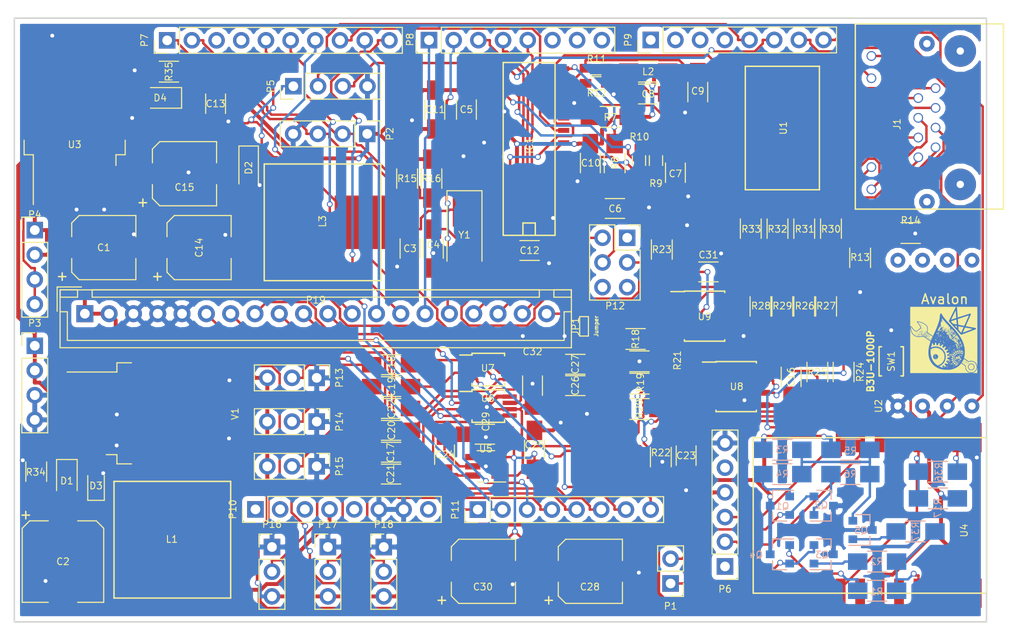
<source format=kicad_pcb>
(kicad_pcb (version 20171130) (host pcbnew "(5.0.0)")
  (title_block (date "mar. 31 mars 2015"))
  (layers (0 F.Cu signal) (1 In1.Cu signal) (2 In2.Cu signal) (31 B.Cu signal) (34 B.Paste user) (35 F.Paste user) (36 B.SilkS user) (37 F.SilkS user) (38 B.Mask user) (39 F.Mask user) (44 Edge.Cuts user))
  (net 0 "")
  (net 1 GND)
  (net 2 +5V)
  (net 3 "Net-(P9-Pad1)")
  (net 4 "Net-(P10-Pad1)")
  (net 5 "Net-(P12-Pad1)")
  (net 6 +3V3)
  (net 7 +12V)
  (net 8 "Net-(C3-Pad1)")
  (net 9 "Net-(C4-Pad1)")
  (net 10 "Net-(C6-Pad1)")
  (net 11 "Net-(C7-Pad1)")
  (net 12 "Net-(C8-Pad1)")
  (net 13 "Net-(C9-Pad1)")
  (net 14 "Net-(C17-Pad1)")
  (net 15 "Net-(C17-Pad2)")
  (net 16 "Net-(C18-Pad1)")
  (net 17 "Net-(C18-Pad2)")
  (net 18 "Net-(C19-Pad1)")
  (net 19 "Net-(C19-Pad2)")
  (net 20 "Net-(C20-Pad1)")
  (net 21 "Net-(C20-Pad2)")
  (net 22 "Net-(C21-Pad1)")
  (net 23 "Net-(C21-Pad2)")
  (net 24 "Net-(C22-Pad1)")
  (net 25 "Net-(C22-Pad2)")
  (net 26 -5V)
  (net 27 "Net-(C24-Pad1)")
  (net 28 "Net-(C24-Pad2)")
  (net 29 "Net-(C26-Pad1)")
  (net 30 "Net-(C26-Pad2)")
  (net 31 "Net-(C27-Pad1)")
  (net 32 "Net-(C27-Pad2)")
  (net 33 "Net-(D1-Pad1)")
  (net 34 "Net-(D2-Pad1)")
  (net 35 "Net-(IC1-Pad3)")
  (net 36 "Net-(IC1-Pad4)")
  (net 37 "Net-(IC1-Pad5)")
  (net 38 Ether_SO)
  (net 39 Ether_SI)
  (net 40 Ether_SCK)
  (net 41 Ether_CS')
  (net 42 "Net-(IC1-Pad10)")
  (net 43 "Net-(IC1-Pad12)")
  (net 44 "Net-(IC1-Pad13)")
  (net 45 "Net-(IC1-Pad14)")
  (net 46 "Net-(IC1-Pad16)")
  (net 47 "Net-(IC1-Pad17)")
  (net 48 LEDB)
  (net 49 LEDA)
  (net 50 "Net-(J1-Pad11)")
  (net 51 "Net-(J1-Pad9)")
  (net 52 CAM1A)
  (net 53 "Net-(J1-Pad6)")
  (net 54 CAM2A)
  (net 55 "Net-(J1-Pad2)")
  (net 56 CAM1B)
  (net 57 CAM2B)
  (net 58 "Net-(J1-Pad3)")
  (net 59 "Net-(J1-Pad1)")
  (net 60 "Net-(JP1-Pad1)")
  (net 61 "Net-(P1-Pad1)")
  (net 62 "Net-(P1-Pad2)")
  (net 63 P_SDA)
  (net 64 P_SCL)
  (net 65 BLUE_RX)
  (net 66 BLUE_TX)
  (net 67 "Net-(P6-Pad1)")
  (net 68 "Net-(P6-Pad2)")
  (net 69 "Net-(P6-Pad3)")
  (net 70 "Net-(P6-Pad5)")
  (net 71 "Net-(P7-Pad3)")
  (net 72 "Net-(P7-Pad4)")
  (net 73 GPIO_13)
  (net 74 GPIO_12)
  (net 75 GPIO_11)
  (net 76 POW_PWM_0)
  (net 77 POW_PWM_1)
  (net 78 POW_PWM_2)
  (net 79 POW_PWM_3)
  (net 80 POW_PWM_4)
  (net 81 POW_PWM_5)
  (net 82 POW_PWM_6)
  (net 83 "Net-(P8-Pad6)")
  (net 84 "Net-(P8-Pad7)")
  (net 85 "Net-(P8-Pad8)")
  (net 86 "Net-(P9-Pad2)")
  (net 87 "Net-(P9-Pad3)")
  (net 88 Ether_R)
  (net 89 ESP_SDA)
  (net 90 ESP_SCL)
  (net 91 "Net-(P10-Pad2)")
  (net 92 "Net-(P10-Pad3)")
  (net 93 "Net-(P10-Pad5)")
  (net 94 "Net-(P10-Pad8)")
  (net 95 GPIO_54)
  (net 96 GPIO_55)
  (net 97 GPIO_56)
  (net 98 GPIO_57)
  (net 99 GPIO_58)
  (net 100 GPIO_59)
  (net 101 GPIO_60)
  (net 102 GPIO_61)
  (net 103 "Net-(P12-Pad5)")
  (net 104 "Net-(Q1-Pad1)")
  (net 105 "Net-(Q2-Pad1)")
  (net 106 "Net-(Q3-Pad1)")
  (net 107 "Net-(Q4-Pad1)")
  (net 108 ULTRA_CTRL)
  (net 109 "Net-(Q5-Pad2)")
  (net 110 "Net-(R17-Pad2)")
  (net 111 "Net-(R18-Pad2)")
  (net 112 "Net-(R19-Pad2)")
  (net 113 "Net-(R22-Pad1)")
  (net 114 "Net-(R23-Pad1)")
  (net 115 "Net-(R24-Pad1)")
  (net 116 "Net-(R25-Pad1)")
  (net 117 "Net-(R26-Pad1)")
  (net 118 "Net-(R27-Pad1)")
  (net 119 "Net-(R28-Pad1)")
  (net 120 "Net-(R29-Pad1)")
  (net 121 "Net-(U1-Pad7)")
  (net 122 "Net-(U1-Pad10)")
  (net 123 "Net-(U4-Pad13)")
  (net 124 "Net-(U4-Pad14)")
  (net 125 "Net-(U4-Pad2)")
  (net 126 "Net-(U4-Pad4)")
  (net 127 "Net-(U4-Pad6)")
  (net 128 "Net-(U4-Pad7)")
  (net 129 "Net-(R36-Pad1)")
  (net 130 "Net-(D3-Pad1)")
  (net 131 "Net-(D4-Pad1)")
  (net 132 "Net-(U2-Pad8)")
  (net 133 "Net-(U2-Pad9)")
  (net 134 "Net-(U2-Pad10)")
  (net 135 "Net-(P12-Pad6)")
  (net 136 "Net-(Q5-Pad1)")
  (module Capacitors_SMD:CP_Elec_6.3x7.7 (layer F.Cu) (at 115.7 92.2)
    (fp_text reference C1 (at 0 0) (layer F.SilkS) (effects (font (size 0.7 0.7) (thickness 0.1))))
    (fp_text value 100uF)
    (fp_text user + (at -4.28 2.91) (layer F.SilkS))
    (pad 1 smd rect (at -2.7 0 180) (size 3.5 1.6) (layers F.Cu F.Paste F.Mask) (net 7 +12V))
    (pad 2 smd rect (at 2.7 0 180) (size 3.5 1.6) (layers F.Cu F.Paste F.Mask) (net 1 GND))
  )
  (module Capacitors_SMD:C_1206_HandSoldering (layer F.Cu) (at 147.2 92.3 270)
    (fp_text reference C3 (at 0 0) (layer F.SilkS) (effects (font (size 0.7 0.7) (thickness 0.1))))
    (fp_text value 18pF)
    (pad 1 smd rect (at -2 0 270) (size 2 1.6) (layers F.Cu F.Paste F.Mask) (net 8 "Net-(C3-Pad1)"))
    (pad 2 smd rect (at 2 0 270) (size 2 1.6) (layers F.Cu F.Paste F.Mask) (net 1 GND))
  )
  (module Capacitors_SMD:C_1206_HandSoldering (layer F.Cu) (at 149.6 92.3 270)
    (fp_text reference C4 (at -0.4 0) (layer F.SilkS) (effects (font (size 0.7 0.7) (thickness 0.1))))
    (fp_text value 18pF)
    (pad 1 smd rect (at -2 0 270) (size 2 1.6) (layers F.Cu F.Paste F.Mask) (net 9 "Net-(C4-Pad1)"))
    (pad 2 smd rect (at 2 0 270) (size 2 1.6) (layers F.Cu F.Paste F.Mask) (net 1 GND))
  )
  (module Capacitors_SMD:C_1206_HandSoldering (layer F.Cu) (at 153 78 270)
    (fp_text reference C5 (at 0 0) (layer F.SilkS) (effects (font (size 0.7 0.7) (thickness 0.1))))
    (fp_text value 0.1uF)
    (pad 1 smd rect (at -2 0 270) (size 2 1.6) (layers F.Cu F.Paste F.Mask) (net 6 +3V3))
    (pad 2 smd rect (at 2 0 270) (size 2 1.6) (layers F.Cu F.Paste F.Mask) (net 1 GND))
  )
  (module Capacitors_SMD:C_1206_HandSoldering (layer F.Cu) (at 168.275 88.175)
    (fp_text reference C6 (at 0.025 0.025) (layer F.SilkS) (effects (font (size 0.7 0.7) (thickness 0.1))))
    (fp_text value 10uF)
    (pad 1 smd rect (at -2 0) (size 2 1.6) (layers F.Cu F.Paste F.Mask) (net 10 "Net-(C6-Pad1)"))
    (pad 2 smd rect (at 2 0) (size 2 1.6) (layers F.Cu F.Paste F.Mask) (net 1 GND))
  )
  (module Capacitors_SMD:C_1206_HandSoldering (layer F.Cu) (at 174.5 84.5 270)
    (fp_text reference C7 (at 0.1 0) (layer F.SilkS) (effects (font (size 0.7 0.7) (thickness 0.1))))
    (fp_text value 10nF)
    (pad 1 smd rect (at -2 0 270) (size 2 1.6) (layers F.Cu F.Paste F.Mask) (net 11 "Net-(C7-Pad1)"))
    (pad 2 smd rect (at 2 0 270) (size 2 1.6) (layers F.Cu F.Paste F.Mask) (net 1 GND))
  )
  (module Capacitors_SMD:C_1206_HandSoldering (layer F.Cu) (at 171.7 76.4 180)
    (fp_text reference C8 (at 0 0 180) (layer F.SilkS) (effects (font (size 0.7 0.7) (thickness 0.1))))
    (fp_text value 10nF)
    (pad 1 smd rect (at -2 0 180) (size 2 1.6) (layers F.Cu F.Paste F.Mask) (net 12 "Net-(C8-Pad1)"))
    (pad 2 smd rect (at 2 0 180) (size 2 1.6) (layers F.Cu F.Paste F.Mask) (net 1 GND))
  )
  (module Capacitors_SMD:C_1206_HandSoldering (layer F.Cu) (at 176.8 76.2 270)
    (fp_text reference C9 (at -0.1 0) (layer F.SilkS) (effects (font (size 0.7 0.7) (thickness 0.1))))
    (fp_text value 1nF)
    (pad 1 smd rect (at -2 0 270) (size 2 1.6) (layers F.Cu F.Paste F.Mask) (net 13 "Net-(C9-Pad1)"))
    (pad 2 smd rect (at 2 0 270) (size 2 1.6) (layers F.Cu F.Paste F.Mask) (net 1 GND))
  )
  (module Capacitors_SMD:C_1206_HandSoldering (layer F.Cu) (at 165.75 83.5 270)
    (fp_text reference C10 (at 0 -0.05) (layer F.SilkS) (effects (font (size 0.7 0.7) (thickness 0.1))))
    (fp_text value 0.1uF)
    (pad 1 smd rect (at -2 0 270) (size 2 1.6) (layers F.Cu F.Paste F.Mask) (net 6 +3V3))
    (pad 2 smd rect (at 2 0 270) (size 2 1.6) (layers F.Cu F.Paste F.Mask) (net 1 GND))
  )
  (module Capacitors_SMD:C_1206_HandSoldering (layer F.Cu) (at 149.75 78 270)
    (fp_text reference C11 (at 0 -0.05) (layer F.SilkS) (effects (font (size 0.7 0.7) (thickness 0.1))))
    (fp_text value 0.1uF)
    (pad 1 smd rect (at -2 0 270) (size 2 1.6) (layers F.Cu F.Paste F.Mask) (net 6 +3V3))
    (pad 2 smd rect (at 2 0 270) (size 2 1.6) (layers F.Cu F.Paste F.Mask) (net 1 GND))
  )
  (module Capacitors_SMD:C_1206_HandSoldering (layer F.Cu) (at 159.5 92.5)
    (fp_text reference C12 (at 0 0) (layer F.SilkS) (effects (font (size 0.7 0.7) (thickness 0.1))))
    (fp_text value 0.1uF)
    (pad 1 smd rect (at -2 0) (size 2 1.6) (layers F.Cu F.Paste F.Mask) (net 6 +3V3))
    (pad 2 smd rect (at 2 0) (size 2 1.6) (layers F.Cu F.Paste F.Mask) (net 1 GND))
  )
  (module Capacitors_SMD:C_1206_HandSoldering (layer F.Cu) (at 127.2 77.4 270)
    (fp_text reference C13 (at 0 0) (layer F.SilkS) (effects (font (size 0.7 0.7) (thickness 0.1))))
    (fp_text value 100nF)
    (pad 1 smd rect (at -2 0 270) (size 2 1.6) (layers F.Cu F.Paste F.Mask) (net 6 +3V3))
    (pad 2 smd rect (at 2 0 270) (size 2 1.6) (layers F.Cu F.Paste F.Mask) (net 1 GND))
  )
  (module Capacitors_SMD:CP_Elec_6.3x7.7 (layer F.Cu) (at 125.5 92.2)
    (fp_text reference C14 (at 0 0 90) (layer F.SilkS) (effects (font (size 0.7 0.7) (thickness 0.1))))
    (fp_text value 100uF)
    (fp_text user + (at -4.28 2.91) (layer F.SilkS))
    (pad 1 smd rect (at -2.7 0 180) (size 3.5 1.6) (layers F.Cu F.Paste F.Mask) (net 7 +12V))
    (pad 2 smd rect (at 2.7 0 180) (size 3.5 1.6) (layers F.Cu F.Paste F.Mask) (net 1 GND))
  )
  (module Capacitors_SMD:CP_Elec_6.3x7.7 (layer F.Cu) (at 124 84.6)
    (fp_text reference C15 (at 0 1.4) (layer F.SilkS) (effects (font (size 0.7 0.7) (thickness 0.1))))
    (fp_text value 330uF)
    (fp_text user + (at -4.28 2.91) (layer F.SilkS))
    (pad 1 smd rect (at -2.7 0 180) (size 3.5 1.6) (layers F.Cu F.Paste F.Mask) (net 2 +5V))
    (pad 2 smd rect (at 2.7 0 180) (size 3.5 1.6) (layers F.Cu F.Paste F.Mask) (net 1 GND))
  )
  (module Capacitors_SMD:C_1206_HandSoldering (layer F.Cu) (at 186.4 105.5 270)
    (fp_text reference C16 (at 0 0 270) (layer F.SilkS) (effects (font (size 0.7 0.7) (thickness 0.1))))
    (fp_text value 2.2uF)
    (pad 1 smd rect (at -2 0 270) (size 2 1.6) (layers F.Cu F.Paste F.Mask) (net 2 +5V))
    (pad 2 smd rect (at 2 0 270) (size 2 1.6) (layers F.Cu F.Paste F.Mask) (net 1 GND))
  )
  (module Capacitors_SMD:C_1206_HandSoldering (layer F.Cu) (at 145.25 113.25 180)
    (fp_text reference C17 (at 0.05 -0.05 270) (layer F.SilkS) (effects (font (size 0.7 0.7) (thickness 0.1))))
    (fp_text value 0.1uF)
    (pad 1 smd rect (at -2 0 180) (size 2 1.6) (layers F.Cu F.Paste F.Mask) (net 14 "Net-(C17-Pad1)"))
    (pad 2 smd rect (at 2 0 180) (size 2 1.6) (layers F.Cu F.Paste F.Mask) (net 15 "Net-(C17-Pad2)"))
  )
  (module Capacitors_SMD:C_1206_HandSoldering (layer F.Cu) (at 145.25 104.25 180)
    (fp_text reference C18 (at -0.05 -0.05 270) (layer F.SilkS) (effects (font (size 0.7 0.7) (thickness 0.1))))
    (fp_text value 0.1uF)
    (pad 1 smd rect (at -2 0 180) (size 2 1.6) (layers F.Cu F.Paste F.Mask) (net 16 "Net-(C18-Pad1)"))
    (pad 2 smd rect (at 2 0 180) (size 2 1.6) (layers F.Cu F.Paste F.Mask) (net 17 "Net-(C18-Pad2)"))
  )
  (module Capacitors_SMD:C_1206_HandSoldering (layer F.Cu) (at 145.25 108.75)
    (fp_text reference C19 (at 0.05 -2.25 90) (layer F.SilkS) (effects (font (size 0.7 0.7) (thickness 0.1))))
    (fp_text value 0.1uF)
    (pad 1 smd rect (at -2 0) (size 2 1.6) (layers F.Cu F.Paste F.Mask) (net 18 "Net-(C19-Pad1)"))
    (pad 2 smd rect (at 2 0) (size 2 1.6) (layers F.Cu F.Paste F.Mask) (net 19 "Net-(C19-Pad2)"))
  )
  (module Capacitors_SMD:C_1206_HandSoldering (layer F.Cu) (at 145.25 111)
    (fp_text reference C20 (at 0.05 0 90) (layer F.SilkS) (effects (font (size 0.7 0.7) (thickness 0.1))))
    (fp_text value 0.1uF)
    (pad 1 smd rect (at -2 0) (size 2 1.6) (layers F.Cu F.Paste F.Mask) (net 20 "Net-(C20-Pad1)"))
    (pad 2 smd rect (at 2 0) (size 2 1.6) (layers F.Cu F.Paste F.Mask) (net 21 "Net-(C20-Pad2)"))
  )
  (module Capacitors_SMD:C_1206_HandSoldering (layer F.Cu) (at 145.25 115.5 180)
    (fp_text reference C21 (at 0.05 0 270) (layer F.SilkS) (effects (font (size 0.7 0.7) (thickness 0.1))))
    (fp_text value 0.1uF)
    (pad 1 smd rect (at -2 0 180) (size 2 1.6) (layers F.Cu F.Paste F.Mask) (net 22 "Net-(C21-Pad1)"))
    (pad 2 smd rect (at 2 0 180) (size 2 1.6) (layers F.Cu F.Paste F.Mask) (net 23 "Net-(C21-Pad2)"))
  )
  (module Capacitors_SMD:C_1206_HandSoldering (layer F.Cu) (at 145.25 106.5 180)
    (fp_text reference C22 (at -0.05 -2.3 270) (layer F.SilkS) (effects (font (size 0.7 0.7) (thickness 0.1))))
    (fp_text value 0.1uF)
    (pad 1 smd rect (at -2 0 180) (size 2 1.6) (layers F.Cu F.Paste F.Mask) (net 24 "Net-(C22-Pad1)"))
    (pad 2 smd rect (at 2 0 180) (size 2 1.6) (layers F.Cu F.Paste F.Mask) (net 25 "Net-(C22-Pad2)"))
  )
  (module Capacitors_SMD:C_1206_HandSoldering (layer F.Cu) (at 175.6 113.6 270)
    (fp_text reference C23 (at 0 0) (layer F.SilkS) (effects (font (size 0.7 0.7) (thickness 0.1))))
    (fp_text value 2.2uF)
    (pad 1 smd rect (at -2 0 270) (size 2 1.6) (layers F.Cu F.Paste F.Mask) (net 26 -5V))
    (pad 2 smd rect (at 2 0 270) (size 2 1.6) (layers F.Cu F.Paste F.Mask) (net 1 GND))
  )
  (module Capacitors_SMD:C_1206_HandSoldering (layer F.Cu) (at 150.75 113.5 90)
    (fp_text reference C24 (at 0 0.05 180) (layer F.SilkS) (effects (font (size 0.7 0.7) (thickness 0.1))))
    (fp_text value 1uF)
    (pad 1 smd rect (at -2 0 90) (size 2 1.6) (layers F.Cu F.Paste F.Mask) (net 27 "Net-(C24-Pad1)"))
    (pad 2 smd rect (at 2 0 90) (size 2 1.6) (layers F.Cu F.Paste F.Mask) (net 28 "Net-(C24-Pad2)"))
  )
  (module Capacitors_SMD:C_1206_HandSoldering (layer F.Cu) (at 160 113 90)
    (fp_text reference C25 (at 0.5 0 180) (layer F.SilkS) (effects (font (size 0.7 0.7) (thickness 0.1))))
    (fp_text value 0.1uF)
    (pad 1 smd rect (at -2 0 90) (size 2 1.6) (layers F.Cu F.Paste F.Mask) (net 2 +5V))
    (pad 2 smd rect (at 2 0 90) (size 2 1.6) (layers F.Cu F.Paste F.Mask) (net 1 GND))
  )
  (module Capacitors_SMD:CP_Elec_6.3x7.7 (layer F.Cu) (at 165.75 125.5)
    (fp_text reference C28 (at -0.05 1.6) (layer F.SilkS) (effects (font (size 0.7 0.7) (thickness 0.1))))
    (fp_text value 47uF)
    (fp_text user + (at -4.28 2.91) (layer F.SilkS))
    (pad 1 smd rect (at -2.7 0 180) (size 3.5 1.6) (layers F.Cu F.Paste F.Mask) (net 2 +5V))
    (pad 2 smd rect (at 2.7 0 180) (size 3.5 1.6) (layers F.Cu F.Paste F.Mask) (net 1 GND))
  )
  (module Capacitors_SMD:C_1206_HandSoldering (layer F.Cu) (at 154.9 111.4)
    (fp_text reference C29 (at 0.1 -1.3 90) (layer F.SilkS) (effects (font (size 0.7 0.7) (thickness 0.1))))
    (fp_text value 0.1uF)
    (pad 1 smd rect (at -2 0) (size 2 1.6) (layers F.Cu F.Paste F.Mask) (net 2 +5V))
    (pad 2 smd rect (at 2 0) (size 2 1.6) (layers F.Cu F.Paste F.Mask) (net 1 GND))
  )
  (module Capacitors_SMD:CP_Elec_6.3x7.7 (layer F.Cu) (at 154.75 125.5)
    (fp_text reference C30 (at -0.05 1.6) (layer F.SilkS) (effects (font (size 0.7 0.7) (thickness 0.1))))
    (fp_text value 47uF)
    (fp_text user + (at -4.28 2.91) (layer F.SilkS))
    (pad 1 smd rect (at -2.7 0 180) (size 3.5 1.6) (layers F.Cu F.Paste F.Mask) (net 2 +5V))
    (pad 2 smd rect (at 2.7 0 180) (size 3.5 1.6) (layers F.Cu F.Paste F.Mask) (net 1 GND))
  )
  (module Capacitors_SMD:C_1206_HandSoldering (layer F.Cu) (at 177.9 94.7)
    (fp_text reference C31 (at 0 -1.75) (layer F.SilkS) (effects (font (size 0.7 0.7) (thickness 0.1))))
    (fp_text value 0.1uF)
    (pad 1 smd rect (at -2 0) (size 2 1.6) (layers F.Cu F.Paste F.Mask) (net 2 +5V))
    (pad 2 smd rect (at 2 0) (size 2 1.6) (layers F.Cu F.Paste F.Mask) (net 1 GND))
  )
  (module Capacitors_SMD:C_1206_HandSoldering (layer F.Cu) (at 159.8 106.4 90)
    (fp_text reference C32 (at 3.5 0 180) (layer F.SilkS) (effects (font (size 0.7 0.7) (thickness 0.1))))
    (fp_text value 0.1uF)
    (pad 1 smd rect (at -2 0 90) (size 2 1.6) (layers F.Cu F.Paste F.Mask) (net 2 +5V))
    (pad 2 smd rect (at 2 0 90) (size 2 1.6) (layers F.Cu F.Paste F.Mask) (net 1 GND))
  )
  (module Diodes_SMD:D_SOD-123 (layer F.Cu) (at 130.6 84 270)
    (fp_text reference D2 (at 0 0 270) (layer F.SilkS) (effects (font (size 0.7 0.7) (thickness 0.1))))
    (fp_text value 1N5819)
    (pad 1 smd rect (at -1.65 0 270) (size 0.9 1.2) (layers F.Cu F.Paste F.Mask) (net 34 "Net-(D2-Pad1)"))
    (pad 2 smd rect (at 1.65 0 270) (size 0.9 1.2) (layers F.Cu F.Paste F.Mask) (net 1 GND))
  )
  (module SMD_Packages:SOIC-28 (layer F.Cu) (at 159.45 82.05 90)
    (fp_text reference IC1 (at 0.35 0.05 90) (layer F.SilkS) (effects (font (size 0.7 0.7) (thickness 0.1))))
    (fp_text value ENC28J60-I/SO)
    (pad 1 smd rect (at -8.255 3.556 90) (size 0.508 1.143) (layers F.Cu F.Paste F.Mask) (net 10 "Net-(C6-Pad1)"))
    (pad 2 smd rect (at -6.985 3.556 90) (size 0.508 1.143) (layers F.Cu F.Paste F.Mask) (net 1 GND))
    (pad 3 smd rect (at -5.715 3.556 90) (size 0.508 1.143) (layers F.Cu F.Paste F.Mask) (net 35 "Net-(IC1-Pad3)"))
    (pad 4 smd rect (at -4.445 3.556 90) (size 0.508 1.143) (layers F.Cu F.Paste F.Mask) (net 36 "Net-(IC1-Pad4)"))
    (pad 5 smd rect (at -3.175 3.556 90) (size 0.508 1.143) (layers F.Cu F.Paste F.Mask) (net 37 "Net-(IC1-Pad5)"))
    (pad 6 smd rect (at -1.905 3.556 90) (size 0.508 1.143) (layers F.Cu F.Paste F.Mask) (net 38 Ether_SO))
    (pad 7 smd rect (at -0.635 3.556 90) (size 0.508 1.143) (layers F.Cu F.Paste F.Mask) (net 39 Ether_SI))
    (pad 8 smd rect (at 0.635 3.556 90) (size 0.508 1.143) (layers F.Cu F.Paste F.Mask) (net 40 Ether_SCK))
    (pad 9 smd rect (at 1.905 3.556 90) (size 0.508 1.143) (layers F.Cu F.Paste F.Mask) (net 41 Ether_CS'))
    (pad 10 smd rect (at 3.175 3.556 90) (size 0.508 1.143) (layers F.Cu F.Paste F.Mask) (net 42 "Net-(IC1-Pad10)"))
    (pad 11 smd rect (at 4.445 3.556 90) (size 0.508 1.143) (layers F.Cu F.Paste F.Mask) (net 1 GND))
    (pad 12 smd rect (at 5.715 3.556 90) (size 0.508 1.143) (layers F.Cu F.Paste F.Mask) (net 43 "Net-(IC1-Pad12)"))
    (pad 13 smd rect (at 6.985 3.556 90) (size 0.508 1.143) (layers F.Cu F.Paste F.Mask) (net 44 "Net-(IC1-Pad13)"))
    (pad 14 smd rect (at 8.255 3.556 90) (size 0.508 1.143) (layers F.Cu F.Paste F.Mask) (net 45 "Net-(IC1-Pad14)"))
    (pad 15 smd rect (at 8.255 -3.556 90) (size 0.508 1.143) (layers F.Cu F.Paste F.Mask) (net 6 +3V3))
    (pad 16 smd rect (at 6.985 -3.556 90) (size 0.508 1.143) (layers F.Cu F.Paste F.Mask) (net 46 "Net-(IC1-Pad16)"))
    (pad 17 smd rect (at 5.715 -3.556 90) (size 0.508 1.143) (layers F.Cu F.Paste F.Mask) (net 47 "Net-(IC1-Pad17)"))
    (pad 18 smd rect (at 4.445 -3.556 90) (size 0.508 1.143) (layers F.Cu F.Paste F.Mask) (net 1 GND))
    (pad 19 smd rect (at 3.175 -3.556 90) (size 0.508 1.143) (layers F.Cu F.Paste F.Mask) (net 6 +3V3))
    (pad 20 smd rect (at 1.905 -3.556 90) (size 0.508 1.143) (layers F.Cu F.Paste F.Mask) (net 6 +3V3))
    (pad 21 smd rect (at 0.635 -3.556 90) (size 0.508 1.143) (layers F.Cu F.Paste F.Mask) (net 1 GND))
    (pad 22 smd rect (at -0.635 -3.556 90) (size 0.508 1.143) (layers F.Cu F.Paste F.Mask) (net 1 GND))
    (pad 23 smd rect (at -1.905 -3.556 90) (size 0.508 1.143) (layers F.Cu F.Paste F.Mask) (net 8 "Net-(C3-Pad1)"))
    (pad 24 smd rect (at -3.175 -3.556 90) (size 0.508 1.143) (layers F.Cu F.Paste F.Mask) (net 9 "Net-(C4-Pad1)"))
    (pad 25 smd rect (at -4.445 -3.556 90) (size 0.508 1.143) (layers F.Cu F.Paste F.Mask) (net 6 +3V3))
    (pad 26 smd rect (at -5.715 -3.556 90) (size 0.508 1.143) (layers F.Cu F.Paste F.Mask) (net 48 LEDB))
    (pad 27 smd rect (at -6.985 -3.556 90) (size 0.508 1.143) (layers F.Cu F.Paste F.Mask) (net 49 LEDA))
    (pad 28 smd rect (at -8.255 -3.556 90) (size 0.508 1.143) (layers F.Cu F.Paste F.Mask) (net 6 +3V3))
  )
  (module "Communication Board Footprints:RJHSE-5381" (layer F.Cu) (at 203.8 85.7 90)
    (fp_text reference J1 (at 6.2 -6.5 90) (layer F.SilkS) (effects (font (size 0.7 0.7) (thickness 0.1))))
    (fp_text value RJ45_LEDS)
    (pad "" np_thru_hole circle (at 0 0 90) (size 3.25 3.25) (drill 0.762) (layers *.Cu *.Mask))
    (pad "" np_thru_hole circle (at 13.72 0 90) (size 3.25 3.25) (drill 0.762) (layers *.Cu *.Mask))
    (pad 12 thru_hole circle (at -0.51 -9.14 90) (size 1 1) (drill 0.762) (layers *.Cu *.Mask) (net 49 LEDA))
    (pad 11 thru_hole circle (at 1.78 -9.14 90) (size 1 1) (drill 0.762) (layers *.Cu *.Mask) (net 50 "Net-(J1-Pad11)"))
    (pad 9 thru_hole circle (at 13.21 -9.14 90) (size 1 1) (drill 0.762) (layers *.Cu *.Mask) (net 51 "Net-(J1-Pad9)"))
    (pad 10 thru_hole circle (at 10.92 -9.14 90) (size 1 1) (drill 0.762) (layers *.Cu *.Mask) (net 48 LEDB))
    (pad 8 thru_hole circle (at 2.79 -4.32 90) (size 1 1) (drill 0.762) (layers *.Cu *.Mask) (net 52 CAM1A))
    (pad 6 thru_hole circle (at 4.82 -4.32 90) (size 1 1) (drill 0.762) (layers *.Cu *.Mask) (net 53 "Net-(J1-Pad6)"))
    (pad 4 thru_hole circle (at 6.85 -4.32 90) (size 1 1) (drill 0.762) (layers *.Cu *.Mask) (net 54 CAM2A))
    (pad 2 thru_hole circle (at 8.88 -4.32 90) (size 1 1) (drill 0.762) (layers *.Cu *.Mask) (net 55 "Net-(J1-Pad2)"))
    (pad 7 thru_hole circle (at 3.81 -2.54 90) (size 1 1) (drill 0.762) (layers *.Cu *.Mask) (net 56 CAM1B))
    (pad 5 thru_hole circle (at 5.84 -2.54 90) (size 1 1) (drill 0.762) (layers *.Cu *.Mask) (net 57 CAM2B))
    (pad 3 thru_hole circle (at 7.87 -2.54 90) (size 1 1) (drill 0.762) (layers *.Cu *.Mask) (net 58 "Net-(J1-Pad3)"))
    (pad 1 thru_hole circle (at 9.9 -2.54 90) (size 1 1) (drill 0.762) (layers *.Cu *.Mask) (net 59 "Net-(J1-Pad1)"))
    (pad "" np_thru_hole circle (at 14.48 -3.43 90) (size 1.6 1.6) (drill 0.762) (layers *.Cu *.Mask))
    (pad "" np_thru_hole circle (at -1.78 -3.43 90) (size 1.6 1.6) (drill 0.762) (layers *.Cu *.Mask))
  )
  (module kicad-open-modules-master:0402 (layer F.Cu) (at 165.1 100.3 270)
    (fp_text reference JP1 (at 0.01 0.89 270) (layer F.SilkS) (effects (font (size 0.7 0.7) (thickness 0.1))))
    (fp_text value Jumper (at -0.01 -1.26 270) (layer F.SilkS) (effects (font (size 0.4 0.4) (thickness 0.1))))
    (pad 2 smd rect (at 0.55 0 270) (size 0.6 0.6) (layers F.Cu F.Paste F.Mask) (net 1 GND))
    (pad 1 smd rect (at -0.55 0 270) (size 0.6 0.6) (layers F.Cu F.Paste F.Mask) (net 60 "Net-(JP1-Pad1)"))
  )
  (module Resistors_SMD:R_1206_HandSoldering (layer F.Cu) (at 171.7 74.1 180)
    (fp_text reference L2 (at 0 0 180) (layer F.SilkS) (effects (font (size 0.7 0.7) (thickness 0.1))))
    (fp_text value Ferrite_Bead)
    (pad 1 smd rect (at -2 0 180) (size 2 1.7) (layers F.Cu F.Paste F.Mask) (net 6 +3V3))
    (pad 2 smd rect (at 2 0 180) (size 2 1.7) (layers F.Cu F.Paste F.Mask) (net 12 "Net-(C8-Pad1)"))
  )
  (module "Communication Board Footprints:MSS1278T-334KLD" (layer F.Cu) (at 138.2 89.6 90)
    (fp_text reference L3 (at 0.1 0 90) (layer F.SilkS) (effects (font (size 0.7 0.7) (thickness 0.1))))
    (fp_text value 330uH)
    (pad 1 smd rect (at 0 4.25 90) (size 5.5 6) (layers F.Cu F.Paste F.Mask) (net 2 +5V))
    (pad 2 smd rect (at 0 -4.25 90) (size 5.5 6) (layers F.Cu F.Paste F.Mask) (net 34 "Net-(D2-Pad1)"))
  )
  (module Socket_Strips:Socket_Strip_Straight_1x02_Pitch2.54mm (layer F.Cu) (at 174 126.75 180)
    (fp_text reference P1 (at 0 -2.33 180) (layer F.SilkS) (effects (font (size 0.7 0.7) (thickness 0.1))))
    (fp_text value MC34629)
    (pad 1 thru_hole rect (at 0 0 180) (size 1.7 1.7) (drill 1) (layers *.Cu *.Mask) (net 61 "Net-(P1-Pad1)"))
    (pad 2 thru_hole oval (at 0 2.54 180) (size 1.7 1.7) (drill 1) (layers *.Cu *.Mask) (net 62 "Net-(P1-Pad2)"))
  )
  (module Socket_Strips:Socket_Strip_Straight_1x04_Pitch2.54mm (layer F.Cu) (at 142.8 80.5 270)
    (fp_text reference P2 (at 0 -2.33 270) (layer F.SilkS) (effects (font (size 0.7 0.7) (thickness 0.1))))
    (fp_text value MC34633)
    (pad 1 thru_hole rect (at 0 0 270) (size 1.7 1.7) (drill 1) (layers *.Cu *.Mask) (net 6 +3V3))
    (pad 2 thru_hole oval (at 0 2.54 270) (size 1.7 1.7) (drill 1) (layers *.Cu *.Mask) (net 63 P_SDA))
    (pad 3 thru_hole oval (at 0 5.08 270) (size 1.7 1.7) (drill 1) (layers *.Cu *.Mask) (net 64 P_SCL))
    (pad 4 thru_hole oval (at 0 7.62 270) (size 1.7 1.7) (drill 1) (layers *.Cu *.Mask) (net 1 GND))
  )
  (module Socket_Strips:Socket_Strip_Straight_1x04_Pitch2.54mm (layer F.Cu) (at 108.6 102.3)
    (fp_text reference P3 (at 0 -2.33) (layer F.SilkS) (effects (font (size 0.7 0.7) (thickness 0.1))))
    (fp_text value MC34633)
    (pad 1 thru_hole rect (at 0 0) (size 1.7 1.7) (drill 1) (layers *.Cu *.Mask) (net 6 +3V3))
    (pad 2 thru_hole oval (at 0 2.54) (size 1.7 1.7) (drill 1) (layers *.Cu *.Mask) (net 6 +3V3))
    (pad 3 thru_hole oval (at 0 5.08) (size 1.7 1.7) (drill 1) (layers *.Cu *.Mask) (net 1 GND))
    (pad 4 thru_hole oval (at 0 7.62) (size 1.7 1.7) (drill 1) (layers *.Cu *.Mask) (net 1 GND))
  )
  (module Socket_Strips:Socket_Strip_Straight_1x04_Pitch2.54mm (layer F.Cu) (at 108.6 90.4)
    (fp_text reference P4 (at 0 -1.6) (layer F.SilkS) (effects (font (size 0.7 0.7) (thickness 0.1))))
    (fp_text value MC34633)
    (pad 1 thru_hole rect (at 0 0) (size 1.7 1.7) (drill 1) (layers *.Cu *.Mask) (net 7 +12V))
    (pad 2 thru_hole oval (at 0 2.54) (size 1.7 1.7) (drill 1) (layers *.Cu *.Mask) (net 7 +12V))
    (pad 3 thru_hole oval (at 0 5.08) (size 1.7 1.7) (drill 1) (layers *.Cu *.Mask) (net 2 +5V))
    (pad 4 thru_hole oval (at 0 7.62) (size 1.7 1.7) (drill 1) (layers *.Cu *.Mask) (net 2 +5V))
  )
  (module Socket_Strips:Socket_Strip_Straight_1x04_Pitch2.54mm (layer F.Cu) (at 135.2 75.6 90)
    (fp_text reference P5 (at 0 -2.33 90) (layer F.SilkS) (effects (font (size 0.7 0.7) (thickness 0.1))))
    (fp_text value MC34633)
    (pad 1 thru_hole rect (at 0 0 90) (size 1.7 1.7) (drill 1) (layers *.Cu *.Mask) (net 2 +5V))
    (pad 2 thru_hole oval (at 0 2.54 90) (size 1.7 1.7) (drill 1) (layers *.Cu *.Mask) (net 65 BLUE_RX))
    (pad 3 thru_hole oval (at 0 5.08 90) (size 1.7 1.7) (drill 1) (layers *.Cu *.Mask) (net 66 BLUE_TX))
    (pad 4 thru_hole oval (at 0 7.62 90) (size 1.7 1.7) (drill 1) (layers *.Cu *.Mask) (net 1 GND))
  )
  (module Socket_Strips:Socket_Strip_Straight_1x06_Pitch2.54mm (layer F.Cu) (at 179.6 125 180)
    (fp_text reference P6 (at 0 -2.33 180) (layer F.SilkS) (effects (font (size 0.7 0.7) (thickness 0.1))))
    (fp_text value "6 Pin SIL")
    (pad 1 thru_hole rect (at 0 0 180) (size 1.7 1.7) (drill 1) (layers *.Cu *.Mask) (net 67 "Net-(P6-Pad1)"))
    (pad 2 thru_hole oval (at 0 2.54 180) (size 1.7 1.7) (drill 1) (layers *.Cu *.Mask) (net 68 "Net-(P6-Pad2)"))
    (pad 3 thru_hole oval (at 0 5.08 180) (size 1.7 1.7) (drill 1) (layers *.Cu *.Mask) (net 69 "Net-(P6-Pad3)"))
    (pad 4 thru_hole oval (at 0 7.62 180) (size 1.7 1.7) (drill 1) (layers *.Cu *.Mask) (net 6 +3V3))
    (pad 5 thru_hole oval (at 0 10.16 180) (size 1.7 1.7) (drill 1) (layers *.Cu *.Mask) (net 70 "Net-(P6-Pad5)"))
    (pad 6 thru_hole oval (at 0 12.7 180) (size 1.7 1.7) (drill 1) (layers *.Cu *.Mask) (net 1 GND))
  )
  (module Socket_Strips:Socket_Strip_Straight_1x10_Pitch2.54mm (layer F.Cu) (at 122.22 70.88 90)
    (fp_text reference P7 (at 0 -2.33 90) (layer F.SilkS) (effects (font (size 0.7 0.7) (thickness 0.1))))
    (fp_text value "10 Pin SIL")
    (pad 1 thru_hole rect (at 0 0 90) (size 1.7 1.7) (drill 1) (layers *.Cu *.Mask) (net 64 P_SCL))
    (pad 2 thru_hole oval (at 0 2.54 90) (size 1.7 1.7) (drill 1) (layers *.Cu *.Mask) (net 63 P_SDA))
    (pad 3 thru_hole oval (at 0 5.08 90) (size 1.7 1.7) (drill 1) (layers *.Cu *.Mask) (net 71 "Net-(P7-Pad3)"))
    (pad 4 thru_hole oval (at 0 7.62 90) (size 1.7 1.7) (drill 1) (layers *.Cu *.Mask) (net 72 "Net-(P7-Pad4)"))
    (pad 5 thru_hole oval (at 0 10.16 90) (size 1.7 1.7) (drill 1) (layers *.Cu *.Mask) (net 73 GPIO_13))
    (pad 6 thru_hole oval (at 0 12.7 90) (size 1.7 1.7) (drill 1) (layers *.Cu *.Mask) (net 74 GPIO_12))
    (pad 7 thru_hole oval (at 0 15.24 90) (size 1.7 1.7) (drill 1) (layers *.Cu *.Mask) (net 75 GPIO_11))
    (pad 8 thru_hole oval (at 0 17.78 90) (size 1.7 1.7) (drill 1) (layers *.Cu *.Mask) (net 41 Ether_CS'))
    (pad 9 thru_hole oval (at 0 20.32 90) (size 1.7 1.7) (drill 1) (layers *.Cu *.Mask) (net 76 POW_PWM_0))
    (pad 10 thru_hole oval (at 0 22.86 90) (size 1.7 1.7) (drill 1) (layers *.Cu *.Mask) (net 77 POW_PWM_1))
  )
  (module Socket_Strips:Socket_Strip_Straight_1x08_Pitch2.54mm (layer F.Cu) (at 149.15 70.86 90)
    (fp_text reference P8 (at 0.06 -1.95 90) (layer F.SilkS) (effects (font (size 0.7 0.7) (thickness 0.1))))
    (fp_text value "8 Pin SIL")
    (pad 1 thru_hole rect (at 0 0 90) (size 1.7 1.7) (drill 1) (layers *.Cu *.Mask) (net 78 POW_PWM_2))
    (pad 2 thru_hole oval (at 0 2.54 90) (size 1.7 1.7) (drill 1) (layers *.Cu *.Mask) (net 79 POW_PWM_3))
    (pad 3 thru_hole oval (at 0 5.08 90) (size 1.7 1.7) (drill 1) (layers *.Cu *.Mask) (net 80 POW_PWM_4))
    (pad 4 thru_hole oval (at 0 7.62 90) (size 1.7 1.7) (drill 1) (layers *.Cu *.Mask) (net 81 POW_PWM_5))
    (pad 5 thru_hole oval (at 0 10.16 90) (size 1.7 1.7) (drill 1) (layers *.Cu *.Mask) (net 82 POW_PWM_6))
    (pad 6 thru_hole oval (at 0 12.7 90) (size 1.7 1.7) (drill 1) (layers *.Cu *.Mask) (net 83 "Net-(P8-Pad6)"))
    (pad 7 thru_hole oval (at 0 15.24 90) (size 1.7 1.7) (drill 1) (layers *.Cu *.Mask) (net 84 "Net-(P8-Pad7)"))
    (pad 8 thru_hole oval (at 0 17.78 90) (size 1.7 1.7) (drill 1) (layers *.Cu *.Mask) (net 85 "Net-(P8-Pad8)"))
  )
  (module Socket_Strips:Socket_Strip_Straight_1x08_Pitch2.54mm (layer F.Cu) (at 171.96 70.84 90)
    (fp_text reference P9 (at 0 -2.33 90) (layer F.SilkS) (effects (font (size 0.7 0.7) (thickness 0.1))))
    (fp_text value "8 Pin SIL")
    (pad 1 thru_hole rect (at 0 0 90) (size 1.7 1.7) (drill 1) (layers *.Cu *.Mask) (net 3 "Net-(P9-Pad1)"))
    (pad 2 thru_hole oval (at 0 2.54 90) (size 1.7 1.7) (drill 1) (layers *.Cu *.Mask) (net 86 "Net-(P9-Pad2)"))
    (pad 3 thru_hole oval (at 0 5.08 90) (size 1.7 1.7) (drill 1) (layers *.Cu *.Mask) (net 87 "Net-(P9-Pad3)"))
    (pad 4 thru_hole oval (at 0 7.62 90) (size 1.7 1.7) (drill 1) (layers *.Cu *.Mask) (net 88 Ether_R))
    (pad 5 thru_hole oval (at 0 10.16 90) (size 1.7 1.7) (drill 1) (layers *.Cu *.Mask) (net 65 BLUE_RX))
    (pad 6 thru_hole oval (at 0 12.7 90) (size 1.7 1.7) (drill 1) (layers *.Cu *.Mask) (net 66 BLUE_TX))
    (pad 7 thru_hole oval (at 0 15.24 90) (size 1.7 1.7) (drill 1) (layers *.Cu *.Mask) (net 89 ESP_SDA))
    (pad 8 thru_hole oval (at 0 17.78 90) (size 1.7 1.7) (drill 1) (layers *.Cu *.Mask) (net 90 ESP_SCL))
  )
  (module Socket_Strips:Socket_Strip_Straight_1x08_Pitch2.54mm (layer F.Cu) (at 131.3 119.13 90)
    (fp_text reference P10 (at 0 -2.33 90) (layer F.SilkS) (effects (font (size 0.7 0.7) (thickness 0.1))))
    (fp_text value "8 Pin SIL")
    (pad 1 thru_hole rect (at 0 0 90) (size 1.7 1.7) (drill 1) (layers *.Cu *.Mask) (net 4 "Net-(P10-Pad1)"))
    (pad 2 thru_hole oval (at 0 2.54 90) (size 1.7 1.7) (drill 1) (layers *.Cu *.Mask) (net 91 "Net-(P10-Pad2)"))
    (pad 3 thru_hole oval (at 0 5.08 90) (size 1.7 1.7) (drill 1) (layers *.Cu *.Mask) (net 92 "Net-(P10-Pad3)"))
    (pad 4 thru_hole oval (at 0 7.62 90) (size 1.7 1.7) (drill 1) (layers *.Cu *.Mask) (net 6 +3V3))
    (pad 5 thru_hole oval (at 0 10.16 90) (size 1.7 1.7) (drill 1) (layers *.Cu *.Mask) (net 93 "Net-(P10-Pad5)"))
    (pad 6 thru_hole oval (at 0 12.7 90) (size 1.7 1.7) (drill 1) (layers *.Cu *.Mask) (net 1 GND))
    (pad 7 thru_hole oval (at 0 15.24 90) (size 1.7 1.7) (drill 1) (layers *.Cu *.Mask) (net 1 GND))
    (pad 8 thru_hole oval (at 0 17.78 90) (size 1.7 1.7) (drill 1) (layers *.Cu *.Mask) (net 94 "Net-(P10-Pad8)"))
  )
  (module Socket_Strips:Socket_Strip_Straight_1x08_Pitch2.54mm (layer F.Cu) (at 154.17 119.15 90)
    (fp_text reference P11 (at 0 -2.33 90) (layer F.SilkS) (effects (font (size 0.7 0.7) (thickness 0.1))))
    (fp_text value "8 Pin SIL")
    (pad 1 thru_hole rect (at 0 0 90) (size 1.7 1.7) (drill 1) (layers *.Cu *.Mask) (net 95 GPIO_54))
    (pad 2 thru_hole oval (at 0 2.54 90) (size 1.7 1.7) (drill 1) (layers *.Cu *.Mask) (net 96 GPIO_55))
    (pad 3 thru_hole oval (at 0 5.08 90) (size 1.7 1.7) (drill 1) (layers *.Cu *.Mask) (net 97 GPIO_56))
    (pad 4 thru_hole oval (at 0 7.62 90) (size 1.7 1.7) (drill 1) (layers *.Cu *.Mask) (net 98 GPIO_57))
    (pad 5 thru_hole oval (at 0 10.16 90) (size 1.7 1.7) (drill 1) (layers *.Cu *.Mask) (net 99 GPIO_58))
    (pad 6 thru_hole oval (at 0 12.7 90) (size 1.7 1.7) (drill 1) (layers *.Cu *.Mask) (net 100 GPIO_59))
    (pad 7 thru_hole oval (at 0 15.24 90) (size 1.7 1.7) (drill 1) (layers *.Cu *.Mask) (net 101 GPIO_60))
    (pad 8 thru_hole oval (at 0 17.78 90) (size 1.7 1.7) (drill 1) (layers *.Cu *.Mask) (net 102 GPIO_61))
  )
  (module Socket_Strips:Socket_Strip_Straight_2x03_Pitch2.54mm (layer F.Cu) (at 169.54 91.19)
    (fp_text reference P12 (at -1.24 7.01) (layer F.SilkS) (effects (font (size 0.7 0.7) (thickness 0.1))))
    (fp_text value "2x3 Pin SIL")
    (pad 1 thru_hole rect (at 0 0) (size 1.7 1.7) (drill 1) (layers *.Cu *.Mask) (net 5 "Net-(P12-Pad1)"))
    (pad 2 thru_hole oval (at -2.54 0) (size 1.7 1.7) (drill 1) (layers *.Cu *.Mask) (net 38 Ether_SO))
    (pad 3 thru_hole oval (at 0 2.54) (size 1.7 1.7) (drill 1) (layers *.Cu *.Mask) (net 39 Ether_SI))
    (pad 4 thru_hole oval (at -2.54 2.54) (size 1.7 1.7) (drill 1) (layers *.Cu *.Mask) (net 40 Ether_SCK))
    (pad 5 thru_hole oval (at 0 5.08) (size 1.7 1.7) (drill 1) (layers *.Cu *.Mask) (net 103 "Net-(P12-Pad5)"))
    (pad 6 thru_hole oval (at -2.54 5.08) (size 1.7 1.7) (drill 1) (layers *.Cu *.Mask) (net 135 "Net-(P12-Pad6)"))
  )
  (module Socket_Strips:Socket_Strip_Straight_1x03_Pitch2.54mm (layer F.Cu) (at 137.6 105.6 270)
    (fp_text reference P13 (at 0 -2.33 270) (layer F.SilkS) (effects (font (size 0.7 0.7) (thickness 0.1))))
    (fp_text value MC34631)
    (pad 1 thru_hole rect (at 0 0 270) (size 1.7 1.7) (drill 1) (layers *.Cu *.Mask) (net 1 GND))
    (pad 2 thru_hole oval (at 0 2.54 270) (size 1.7 1.7) (drill 1) (layers *.Cu *.Mask) (net 17 "Net-(C18-Pad2)"))
    (pad 3 thru_hole oval (at 0 5.08 270) (size 1.7 1.7) (drill 1) (layers *.Cu *.Mask) (net 7 +12V))
  )
  (module Socket_Strips:Socket_Strip_Straight_1x03_Pitch2.54mm (layer F.Cu) (at 137.6 110.1 270)
    (fp_text reference P14 (at 0 -2.33 270) (layer F.SilkS) (effects (font (size 0.7 0.7) (thickness 0.1))))
    (fp_text value MC34631)
    (pad 1 thru_hole rect (at 0 0 270) (size 1.7 1.7) (drill 1) (layers *.Cu *.Mask) (net 1 GND))
    (pad 2 thru_hole oval (at 0 2.54 270) (size 1.7 1.7) (drill 1) (layers *.Cu *.Mask) (net 25 "Net-(C22-Pad2)"))
    (pad 3 thru_hole oval (at 0 5.08 270) (size 1.7 1.7) (drill 1) (layers *.Cu *.Mask) (net 7 +12V))
  )
  (module Socket_Strips:Socket_Strip_Straight_1x03_Pitch2.54mm (layer F.Cu) (at 137.6 114.7 270)
    (fp_text reference P15 (at 0 -2.33 270) (layer F.SilkS) (effects (font (size 0.7 0.7) (thickness 0.1))))
    (fp_text value MC34631)
    (pad 1 thru_hole rect (at 0 0 270) (size 1.7 1.7) (drill 1) (layers *.Cu *.Mask) (net 1 GND))
    (pad 2 thru_hole oval (at 0 2.54 270) (size 1.7 1.7) (drill 1) (layers *.Cu *.Mask) (net 18 "Net-(C19-Pad1)"))
    (pad 3 thru_hole oval (at 0 5.08 270) (size 1.7 1.7) (drill 1) (layers *.Cu *.Mask) (net 7 +12V))
  )
  (module Socket_Strips:Socket_Strip_Straight_1x03_Pitch2.54mm (layer F.Cu) (at 133 123)
    (fp_text reference P16 (at 0 -2.33) (layer F.SilkS) (effects (font (size 0.7 0.7) (thickness 0.1))))
    (fp_text value MC34631)
    (pad 1 thru_hole rect (at 0 0) (size 1.7 1.7) (drill 1) (layers *.Cu *.Mask) (net 1 GND))
    (pad 2 thru_hole oval (at 0 2.54) (size 1.7 1.7) (drill 1) (layers *.Cu *.Mask) (net 20 "Net-(C20-Pad1)"))
    (pad 3 thru_hole oval (at 0 5.08) (size 1.7 1.7) (drill 1) (layers *.Cu *.Mask) (net 7 +12V))
  )
  (module Socket_Strips:Socket_Strip_Straight_1x03_Pitch2.54mm (layer F.Cu) (at 138.75 123)
    (fp_text reference P17 (at 0 -2.33) (layer F.SilkS) (effects (font (size 0.7 0.7) (thickness 0.1))))
    (fp_text value MC34631)
    (pad 1 thru_hole rect (at 0 0) (size 1.7 1.7) (drill 1) (layers *.Cu *.Mask) (net 1 GND))
    (pad 2 thru_hole oval (at 0 2.54) (size 1.7 1.7) (drill 1) (layers *.Cu *.Mask) (net 15 "Net-(C17-Pad2)"))
    (pad 3 thru_hole oval (at 0 5.08) (size 1.7 1.7) (drill 1) (layers *.Cu *.Mask) (net 7 +12V))
  )
  (module Socket_Strips:Socket_Strip_Straight_1x03_Pitch2.54mm (layer F.Cu) (at 144.5 123)
    (fp_text reference P18 (at 0 -2.33) (layer F.SilkS) (effects (font (size 0.7 0.7) (thickness 0.1))))
    (fp_text value MC34631)
    (pad 1 thru_hole rect (at 0 0) (size 1.7 1.7) (drill 1) (layers *.Cu *.Mask) (net 1 GND))
    (pad 2 thru_hole oval (at 0 2.54) (size 1.7 1.7) (drill 1) (layers *.Cu *.Mask) (net 23 "Net-(C21-Pad2)"))
    (pad 3 thru_hole oval (at 0 5.08) (size 1.7 1.7) (drill 1) (layers *.Cu *.Mask) (net 7 +12V))
  )
  (module Connectors_JST:JST_XH_B20B-XH-A_20x2.50mm_Straight (layer F.Cu) (at 113.75 99)
    (fp_text reference P19 (at 23.75 -1.4) (layer F.SilkS) (effects (font (size 0.7 0.7) (thickness 0.1))))
    (fp_text value "Power Board Connector")
    (pad 1 thru_hole rect (at 0 0) (size 1.75 1.75) (drill 1) (layers *.Cu *.Mask) (net 7 +12V))
    (pad 2 thru_hole circle (at 2.5 0) (size 1.75 1.75) (drill 1) (layers *.Cu *.Mask) (net 7 +12V))
    (pad 3 thru_hole circle (at 5 0) (size 1.75 1.75) (drill 1) (layers *.Cu *.Mask) (net 1 GND))
    (pad 4 thru_hole circle (at 7.5 0) (size 1.75 1.75) (drill 1) (layers *.Cu *.Mask) (net 1 GND))
    (pad 5 thru_hole circle (at 10 0) (size 1.75 1.75) (drill 1) (layers *.Cu *.Mask) (net 1 GND))
    (pad 6 thru_hole circle (at 12.5 0) (size 1.75 1.75) (drill 1) (layers *.Cu *.Mask) (net 95 GPIO_54))
    (pad 7 thru_hole circle (at 15 0) (size 1.75 1.75) (drill 1) (layers *.Cu *.Mask) (net 96 GPIO_55))
    (pad 8 thru_hole circle (at 17.5 0) (size 1.75 1.75) (drill 1) (layers *.Cu *.Mask) (net 97 GPIO_56))
    (pad 9 thru_hole circle (at 20 0) (size 1.75 1.75) (drill 1) (layers *.Cu *.Mask) (net 98 GPIO_57))
    (pad 10 thru_hole circle (at 22.5 0) (size 1.75 1.75) (drill 1) (layers *.Cu *.Mask) (net 99 GPIO_58))
    (pad 11 thru_hole circle (at 25 0) (size 1.75 1.75) (drill 1) (layers *.Cu *.Mask) (net 100 GPIO_59))
    (pad 12 thru_hole circle (at 27.5 0) (size 1.75 1.75) (drill 1) (layers *.Cu *.Mask) (net 75 GPIO_11))
    (pad 13 thru_hole circle (at 30 0) (size 1.75 1.75) (drill 1) (layers *.Cu *.Mask) (net 76 POW_PWM_0))
    (pad 14 thru_hole circle (at 32.5 0) (size 1.75 1.75) (drill 1) (layers *.Cu *.Mask) (net 77 POW_PWM_1))
    (pad 15 thru_hole circle (at 35 0) (size 1.75 1.75) (drill 1) (layers *.Cu *.Mask) (net 78 POW_PWM_2))
    (pad 16 thru_hole circle (at 37.5 0) (size 1.75 1.75) (drill 1) (layers *.Cu *.Mask) (net 79 POW_PWM_3))
    (pad 17 thru_hole circle (at 40 0) (size 1.75 1.75) (drill 1) (layers *.Cu *.Mask) (net 80 POW_PWM_4))
    (pad 18 thru_hole circle (at 42.5 0) (size 1.75 1.75) (drill 1) (layers *.Cu *.Mask) (net 81 POW_PWM_5))
    (pad 19 thru_hole circle (at 45 0) (size 1.75 1.75) (drill 1) (layers *.Cu *.Mask) (net 82 POW_PWM_6))
    (pad 20 thru_hole circle (at 47.5 0) (size 1.75 1.75) (drill 1) (layers *.Cu *.Mask) (net 60 "Net-(JP1-Pad1)"))
  )
  (module TO_SOT_Packages_SMD:SOT-23 (layer B.Cu) (at 185.25 118.75 180)
    (fp_text reference Q1 (at -0.25 -0.05 180) (layer B.SilkS) (effects (font (size 0.7 0.7) (thickness 0.1)) (justify mirror)))
    (fp_text value FMMT597)
    (pad 1 smd rect (at -1 0.95 180) (size 0.9 0.8) (layers B.Cu B.Paste B.Mask) (net 104 "Net-(Q1-Pad1)"))
    (pad 2 smd rect (at -1 -0.95 180) (size 0.9 0.8) (layers B.Cu B.Paste B.Mask) (net 62 "Net-(P1-Pad2)"))
    (pad 3 smd rect (at 1 0 180) (size 0.9 0.8) (layers B.Cu B.Paste B.Mask) (net 7 +12V))
  )
  (module TO_SOT_Packages_SMD:SOT-23 (layer B.Cu) (at 189.75 118.75)
    (fp_text reference Q2 (at -0.25 -0.05) (layer B.SilkS) (effects (font (size 0.7 0.7) (thickness 0.1)) (justify mirror)))
    (fp_text value BC817)
    (pad 1 smd rect (at -1 0.95) (size 0.9 0.8) (layers B.Cu B.Paste B.Mask) (net 105 "Net-(Q2-Pad1)"))
    (pad 2 smd rect (at -1 -0.95) (size 0.9 0.8) (layers B.Cu B.Paste B.Mask) (net 62 "Net-(P1-Pad2)"))
    (pad 3 smd rect (at 1 0) (size 0.9 0.8) (layers B.Cu B.Paste B.Mask) (net 1 GND))
  )
  (module TO_SOT_Packages_SMD:SOT-23 (layer B.Cu) (at 189.75 123.75)
    (fp_text reference Q3 (at -0.15 0.05) (layer B.SilkS) (effects (font (size 0.7 0.7) (thickness 0.1)) (justify mirror)))
    (fp_text value BC817)
    (pad 1 smd rect (at -1 0.95) (size 0.9 0.8) (layers B.Cu B.Paste B.Mask) (net 106 "Net-(Q3-Pad1)"))
    (pad 2 smd rect (at -1 -0.95) (size 0.9 0.8) (layers B.Cu B.Paste B.Mask) (net 61 "Net-(P1-Pad1)"))
    (pad 3 smd rect (at 1 0) (size 0.9 0.8) (layers B.Cu B.Paste B.Mask) (net 1 GND))
  )
  (module TO_SOT_Packages_SMD:SOT-23 (layer B.Cu) (at 185.25 123.75 180)
    (fp_text reference Q4 (at 2.45 -0.05 180) (layer B.SilkS) (effects (font (size 0.7 0.7) (thickness 0.1)) (justify mirror)))
    (fp_text value FMMT597)
    (pad 1 smd rect (at -1 0.95 180) (size 0.9 0.8) (layers B.Cu B.Paste B.Mask) (net 107 "Net-(Q4-Pad1)"))
    (pad 2 smd rect (at -1 -0.95 180) (size 0.9 0.8) (layers B.Cu B.Paste B.Mask) (net 61 "Net-(P1-Pad1)"))
    (pad 3 smd rect (at 1 0 180) (size 0.9 0.8) (layers B.Cu B.Paste B.Mask) (net 7 +12V))
  )
  (module TO_SOT_Packages_SMD:SOT-23 (layer B.Cu) (at 193.75 121.25)
    (fp_text reference Q5 (at -0.15 0.05) (layer B.SilkS) (effects (font (size 0.7 0.7) (thickness 0.1)) (justify mirror)))
    (fp_text value BC817)
    (pad 1 smd rect (at -1 0.95) (size 0.9 0.8) (layers B.Cu B.Paste B.Mask) (net 136 "Net-(Q5-Pad1)"))
    (pad 2 smd rect (at -1 -0.95) (size 0.9 0.8) (layers B.Cu B.Paste B.Mask) (net 109 "Net-(Q5-Pad2)"))
    (pad 3 smd rect (at 1 0) (size 0.9 0.8) (layers B.Cu B.Paste B.Mask) (net 1 GND))
  )
  (module Resistors_SMD:R_1206_HandSoldering (layer B.Cu) (at 195.25 127.5)
    (fp_text reference R1 (at -0.05 0.1) (layer B.SilkS) (effects (font (size 0.7 0.7) (thickness 0.1)) (justify mirror)))
    (fp_text value 1.5K)
    (pad 1 smd rect (at -2 0) (size 2 1.7) (layers B.Cu B.Paste B.Mask) (net 107 "Net-(Q4-Pad1)"))
    (pad 2 smd rect (at 2 0) (size 2 1.7) (layers B.Cu B.Paste B.Mask) (net 108 ULTRA_CTRL))
  )
  (module Resistors_SMD:R_1206_HandSoldering (layer B.Cu) (at 195.25 124.5 180)
    (fp_text reference R2 (at 0.05 0 180) (layer B.SilkS) (effects (font (size 0.7 0.7) (thickness 0.1)) (justify mirror)))
    (fp_text value 1.5K)
    (pad 1 smd rect (at -2 0 180) (size 2 1.7) (layers B.Cu B.Paste B.Mask) (net 108 ULTRA_CTRL))
    (pad 2 smd rect (at 2 0 180) (size 2 1.7) (layers B.Cu B.Paste B.Mask) (net 106 "Net-(Q3-Pad1)"))
  )
  (module Resistors_SMD:R_1206_HandSoldering (layer B.Cu) (at 185.5 113)
    (fp_text reference R3 (at 0 0) (layer B.SilkS) (effects (font (size 0.7 0.7) (thickness 0.1)) (justify mirror)))
    (fp_text value 1K)
    (pad 1 smd rect (at -2 0) (size 2 1.7) (layers B.Cu B.Paste B.Mask) (net 7 +12V))
    (pad 2 smd rect (at 2 0) (size 2 1.7) (layers B.Cu B.Paste B.Mask) (net 109 "Net-(Q5-Pad2)"))
  )
  (module Resistors_SMD:R_1206_HandSoldering (layer B.Cu) (at 185.5 115.5)
    (fp_text reference R4 (at 0 0) (layer B.SilkS) (effects (font (size 0.7 0.7) (thickness 0.1)) (justify mirror)))
    (fp_text value 1.5K)
    (pad 1 smd rect (at -2 0) (size 2 1.7) (layers B.Cu B.Paste B.Mask) (net 104 "Net-(Q1-Pad1)"))
    (pad 2 smd rect (at 2 0) (size 2 1.7) (layers B.Cu B.Paste B.Mask) (net 109 "Net-(Q5-Pad2)"))
  )
  (module Resistors_SMD:R_1206_HandSoldering (layer B.Cu) (at 192.5 115.5 180)
    (fp_text reference R5 (at 0 2.4 180) (layer B.SilkS) (effects (font (size 0.7 0.7) (thickness 0.1)) (justify mirror)))
    (fp_text value 1.5K)
    (pad 1 smd rect (at -2 0 180) (size 2 1.7) (layers B.Cu B.Paste B.Mask) (net 109 "Net-(Q5-Pad2)"))
    (pad 2 smd rect (at 2 0 180) (size 2 1.7) (layers B.Cu B.Paste B.Mask) (net 105 "Net-(Q2-Pad1)"))
  )
  (module Resistors_SMD:R_1206_HandSoldering (layer B.Cu) (at 192.5 113)
    (fp_text reference R6 (at 0 2.5) (layer B.SilkS) (effects (font (size 0.7 0.7) (thickness 0.1)) (justify mirror)))
    (fp_text value 1K)
    (pad 1 smd rect (at -2 0) (size 2 1.7) (layers B.Cu B.Paste B.Mask) (net 7 +12V))
    (pad 2 smd rect (at 2 0) (size 2 1.7) (layers B.Cu B.Paste B.Mask) (net 109 "Net-(Q5-Pad2)"))
  )
  (module Resistors_SMD:R_1206_HandSoldering (layer F.Cu) (at 167.75 78.75 180)
    (fp_text reference R7 (at -0.05 -0.05 180) (layer F.SilkS) (effects (font (size 0.7 0.7) (thickness 0.1))))
    (fp_text value 100K)
    (pad 1 smd rect (at -2 0 180) (size 2 1.7) (layers F.Cu F.Paste F.Mask) (net 6 +3V3))
    (pad 2 smd rect (at 2 0 180) (size 2 1.7) (layers F.Cu F.Paste F.Mask) (net 42 "Net-(IC1-Pad10)"))
  )
  (module Resistors_SMD:R_1206_HandSoldering (layer F.Cu) (at 168.25 83.5 270)
    (fp_text reference R8 (at 0 -0.05 270) (layer F.SilkS) (effects (font (size 0.7 0.7) (thickness 0.1))))
    (fp_text value 2K)
    (pad 1 smd rect (at -2 0 270) (size 2 1.7) (layers F.Cu F.Paste F.Mask) (net 45 "Net-(IC1-Pad14)"))
    (pad 2 smd rect (at 2 0 270) (size 2 1.7) (layers F.Cu F.Paste F.Mask) (net 1 GND))
  )
  (module Resistors_SMD:R_0603_HandSoldering (layer F.Cu) (at 172.5 83.25 90)
    (fp_text reference R9 (at -2.35 0 180) (layer F.SilkS) (effects (font (size 0.7 0.7) (thickness 0.1))))
    (fp_text value 50R)
    (pad 1 smd rect (at -1.1 0 90) (size 1.2 0.9) (layers F.Cu F.Paste F.Mask) (net 47 "Net-(IC1-Pad17)"))
    (pad 2 smd rect (at 1.1 0 90) (size 1.2 0.9) (layers F.Cu F.Paste F.Mask) (net 11 "Net-(C7-Pad1)"))
  )
  (module Resistors_SMD:R_0603_HandSoldering (layer F.Cu) (at 170.75 83.25 270)
    (fp_text reference R10 (at -2.45 -0.05) (layer F.SilkS) (effects (font (size 0.7 0.7) (thickness 0.1))))
    (fp_text value 50R)
    (pad 1 smd rect (at -1.1 0 270) (size 1.2 0.9) (layers F.Cu F.Paste F.Mask) (net 11 "Net-(C7-Pad1)"))
    (pad 2 smd rect (at 1.1 0 270) (size 1.2 0.9) (layers F.Cu F.Paste F.Mask) (net 46 "Net-(IC1-Pad16)"))
  )
  (module Resistors_SMD:R_0603_HandSoldering (layer F.Cu) (at 166.35 73.75)
    (fp_text reference R11 (at 0.05 -0.95) (layer F.SilkS) (effects (font (size 0.7 0.7) (thickness 0.1))))
    (fp_text value 50R)
    (pad 1 smd rect (at -1.1 0) (size 1.2 0.9) (layers F.Cu F.Paste F.Mask) (net 44 "Net-(IC1-Pad13)"))
    (pad 2 smd rect (at 1.1 0) (size 1.2 0.9) (layers F.Cu F.Paste F.Mask) (net 12 "Net-(C8-Pad1)"))
  )
  (module Resistors_SMD:R_0603_HandSoldering (layer F.Cu) (at 166.35 75.3 180)
    (fp_text reference R12 (at -0.05 -1 180) (layer F.SilkS) (effects (font (size 0.7 0.7) (thickness 0.1))))
    (fp_text value 50R)
    (pad 1 smd rect (at -1.1 0 180) (size 1.2 0.9) (layers F.Cu F.Paste F.Mask) (net 12 "Net-(C8-Pad1)"))
    (pad 2 smd rect (at 1.1 0 180) (size 1.2 0.9) (layers F.Cu F.Paste F.Mask) (net 43 "Net-(IC1-Pad12)"))
  )
  (module Resistors_SMD:R_1206_HandSoldering (layer F.Cu) (at 193.5 93.25 270)
    (fp_text reference R13 (at -0.05 0) (layer F.SilkS) (effects (font (size 0.7 0.7) (thickness 0.1))))
    (fp_text value 100R)
    (pad 1 smd rect (at -2 0 270) (size 2 1.7) (layers F.Cu F.Paste F.Mask) (net 50 "Net-(J1-Pad11)"))
    (pad 2 smd rect (at 2 0 270) (size 2 1.7) (layers F.Cu F.Paste F.Mask) (net 1 GND))
  )
  (module Resistors_SMD:R_1206_HandSoldering (layer F.Cu) (at 198.7 90.7 180)
    (fp_text reference R14 (at 0 1.3 180) (layer F.SilkS) (effects (font (size 0.7 0.7) (thickness 0.1))))
    (fp_text value 100R)
    (pad 1 smd rect (at -2 0 180) (size 2 1.7) (layers F.Cu F.Paste F.Mask) (net 1 GND))
    (pad 2 smd rect (at 2 0 180) (size 2 1.7) (layers F.Cu F.Paste F.Mask) (net 51 "Net-(J1-Pad9)"))
  )
  (module Resistors_SMD:R_1206_HandSoldering (layer F.Cu) (at 146.9 85.1 270)
    (fp_text reference R15 (at 0 0) (layer F.SilkS) (effects (font (size 0.7 0.7) (thickness 0.1))))
    (fp_text value 10K)
    (pad 1 smd rect (at -2 0 270) (size 2 1.7) (layers F.Cu F.Paste F.Mask) (net 6 +3V3))
    (pad 2 smd rect (at 2 0 270) (size 2 1.7) (layers F.Cu F.Paste F.Mask) (net 64 P_SCL))
  )
  (module Resistors_SMD:R_1206_HandSoldering (layer F.Cu) (at 149.4 85.1 270)
    (fp_text reference R16 (at 0 0) (layer F.SilkS) (effects (font (size 0.7 0.7) (thickness 0.1))))
    (fp_text value 10K)
    (pad 1 smd rect (at -2 0 270) (size 2 1.7) (layers F.Cu F.Paste F.Mask) (net 6 +3V3))
    (pad 2 smd rect (at 2 0 270) (size 2 1.7) (layers F.Cu F.Paste F.Mask) (net 63 P_SDA))
  )
  (module Resistors_SMD:R_1206_HandSoldering (layer B.Cu) (at 201.5 118 180)
    (fp_text reference R17 (at 0 -1 270) (layer B.SilkS) (effects (font (size 0.7 0.7) (thickness 0.1)) (justify mirror)))
    (fp_text value 100K)
    (pad 1 smd rect (at -2 0 180) (size 2 1.7) (layers B.Cu B.Paste B.Mask) (net 6 +3V3))
    (pad 2 smd rect (at 2 0 180) (size 2 1.7) (layers B.Cu B.Paste B.Mask) (net 110 "Net-(R17-Pad2)"))
  )
  (module Resistors_SMD:R_1206_HandSoldering (layer F.Cu) (at 170.4 101.6)
    (fp_text reference R18 (at 0 0 90) (layer F.SilkS) (effects (font (size 0.7 0.7) (thickness 0.1))))
    (fp_text value 75R)
    (pad 1 smd rect (at -2 0) (size 2 1.7) (layers F.Cu F.Paste F.Mask) (net 32 "Net-(C27-Pad2)"))
    (pad 2 smd rect (at 2 0) (size 2 1.7) (layers F.Cu F.Paste F.Mask) (net 111 "Net-(R18-Pad2)"))
  )
  (module Resistors_SMD:R_1206_HandSoldering (layer F.Cu) (at 170.8 106.2)
    (fp_text reference R19 (at 0.1 -0.1 90) (layer F.SilkS) (effects (font (size 0.7 0.7) (thickness 0.1))))
    (fp_text value 75R)
    (pad 1 smd rect (at -2 0) (size 2 1.7) (layers F.Cu F.Paste F.Mask) (net 30 "Net-(C26-Pad2)"))
    (pad 2 smd rect (at 2 0) (size 2 1.7) (layers F.Cu F.Paste F.Mask) (net 112 "Net-(R19-Pad2)"))
  )
  (module Resistors_SMD:R_1206_HandSoldering (layer F.Cu) (at 170.8 108.8 180)
    (fp_text reference R20 (at 0 0 270) (layer F.SilkS) (effects (font (size 0.7 0.7) (thickness 0.1))))
    (fp_text value 75R)
    (pad 1 smd rect (at -2 0 180) (size 2 1.7) (layers F.Cu F.Paste F.Mask) (net 112 "Net-(R19-Pad2)"))
    (pad 2 smd rect (at 2 0 180) (size 2 1.7) (layers F.Cu F.Paste F.Mask) (net 1 GND))
  )
  (module Resistors_SMD:R_1206_HandSoldering (layer F.Cu) (at 170.8 103.9 180)
    (fp_text reference R21 (at -3.9 0.1 90) (layer F.SilkS) (effects (font (size 0.7 0.7) (thickness 0.1))))
    (fp_text value 75R)
    (pad 1 smd rect (at -2 0 180) (size 2 1.7) (layers F.Cu F.Paste F.Mask) (net 111 "Net-(R18-Pad2)"))
    (pad 2 smd rect (at 2 0 180) (size 2 1.7) (layers F.Cu F.Paste F.Mask) (net 1 GND))
  )
  (module Resistors_SMD:R_1206_HandSoldering (layer F.Cu) (at 173 113.75 270)
    (fp_text reference R22 (at -0.45 0) (layer F.SilkS) (effects (font (size 0.7 0.7) (thickness 0.1))))
    (fp_text value 3K)
    (pad 1 smd rect (at -2 0 270) (size 2 1.7) (layers F.Cu F.Paste F.Mask) (net 113 "Net-(R22-Pad1)"))
    (pad 2 smd rect (at 2 0 270) (size 2 1.7) (layers F.Cu F.Paste F.Mask) (net 1 GND))
  )
  (module Resistors_SMD:R_1206_HandSoldering (layer F.Cu) (at 173.1 92.4 90)
    (fp_text reference R23 (at 0 0 180) (layer F.SilkS) (effects (font (size 0.7 0.7) (thickness 0.1))))
    (fp_text value 3K)
    (pad 1 smd rect (at -2 0 90) (size 2 1.7) (layers F.Cu F.Paste F.Mask) (net 114 "Net-(R23-Pad1)"))
    (pad 2 smd rect (at 2 0 90) (size 2 1.7) (layers F.Cu F.Paste F.Mask) (net 1 GND))
  )
  (module Resistors_SMD:R_1206_HandSoldering (layer F.Cu) (at 191.8 105 270)
    (fp_text reference R24 (at 0 -1.7 270) (layer F.SilkS) (effects (font (size 0.7 0.7) (thickness 0.1))))
    (fp_text value 1.5K)
    (pad 1 smd rect (at -2 0 270) (size 2 1.7) (layers F.Cu F.Paste F.Mask) (net 115 "Net-(R24-Pad1)"))
    (pad 2 smd rect (at 2 0 270) (size 2 1.7) (layers F.Cu F.Paste F.Mask) (net 112 "Net-(R19-Pad2)"))
  )
  (module Resistors_SMD:R_1206_HandSoldering (layer F.Cu) (at 189.1 105 270)
    (fp_text reference R25 (at 0 0) (layer F.SilkS) (effects (font (size 0.7 0.7) (thickness 0.1))))
    (fp_text value 1.5K)
    (pad 1 smd rect (at -2 0 270) (size 2 1.7) (layers F.Cu F.Paste F.Mask) (net 116 "Net-(R25-Pad1)"))
    (pad 2 smd rect (at 2 0 270) (size 2 1.7) (layers F.Cu F.Paste F.Mask) (net 111 "Net-(R18-Pad2)"))
  )
  (module Resistors_SMD:R_1206_HandSoldering (layer F.Cu) (at 187.75 98.25 270)
    (fp_text reference R26 (at -0.05 -0.05) (layer F.SilkS) (effects (font (size 0.7 0.7) (thickness 0.1))))
    (fp_text value 3K)
    (pad 1 smd rect (at -2 0 270) (size 2 1.7) (layers F.Cu F.Paste F.Mask) (net 117 "Net-(R26-Pad1)"))
    (pad 2 smd rect (at 2 0 270) (size 2 1.7) (layers F.Cu F.Paste F.Mask) (net 113 "Net-(R22-Pad1)"))
  )
  (module Resistors_SMD:R_1206_HandSoldering (layer F.Cu) (at 190 98.25 270)
    (fp_text reference R27 (at -0.05 0) (layer F.SilkS) (effects (font (size 0.7 0.7) (thickness 0.1))))
    (fp_text value 3K)
    (pad 1 smd rect (at -2 0 270) (size 2 1.7) (layers F.Cu F.Paste F.Mask) (net 118 "Net-(R27-Pad1)"))
    (pad 2 smd rect (at 2 0 270) (size 2 1.7) (layers F.Cu F.Paste F.Mask) (net 115 "Net-(R24-Pad1)"))
  )
  (module Resistors_SMD:R_1206_HandSoldering (layer F.Cu) (at 183.25 98.25 270)
    (fp_text reference R28 (at -0.05 -0.05) (layer F.SilkS) (effects (font (size 0.7 0.7) (thickness 0.1))))
    (fp_text value 3K)
    (pad 1 smd rect (at -2 0 270) (size 2 1.7) (layers F.Cu F.Paste F.Mask) (net 119 "Net-(R28-Pad1)"))
    (pad 2 smd rect (at 2 0 270) (size 2 1.7) (layers F.Cu F.Paste F.Mask) (net 114 "Net-(R23-Pad1)"))
  )
  (module Resistors_SMD:R_1206_HandSoldering (layer F.Cu) (at 185.5 98.25 270)
    (fp_text reference R29 (at -0.05 0) (layer F.SilkS) (effects (font (size 0.7 0.7) (thickness 0.1))))
    (fp_text value 3K)
    (pad 1 smd rect (at -2 0 270) (size 2 1.7) (layers F.Cu F.Paste F.Mask) (net 120 "Net-(R29-Pad1)"))
    (pad 2 smd rect (at 2 0 270) (size 2 1.7) (layers F.Cu F.Paste F.Mask) (net 116 "Net-(R25-Pad1)"))
  )
  (module Resistors_SMD:R_1206_HandSoldering (layer F.Cu) (at 190.5 90.25 270)
    (fp_text reference R30 (at 0.05 0) (layer F.SilkS) (effects (font (size 0.7 0.7) (thickness 0.1))))
    (fp_text value 43R)
    (pad 1 smd rect (at -2 0 270) (size 2 1.7) (layers F.Cu F.Paste F.Mask) (net 56 CAM1B))
    (pad 2 smd rect (at 2 0 270) (size 2 1.7) (layers F.Cu F.Paste F.Mask) (net 118 "Net-(R27-Pad1)"))
  )
  (module Resistors_SMD:R_1206_HandSoldering (layer F.Cu) (at 187.75 90.25 270)
    (fp_text reference R31 (at 0.05 -0.05) (layer F.SilkS) (effects (font (size 0.7 0.7) (thickness 0.1))))
    (fp_text value 43R)
    (pad 1 smd rect (at -2 0 270) (size 2 1.7) (layers F.Cu F.Paste F.Mask) (net 52 CAM1A))
    (pad 2 smd rect (at 2 0 270) (size 2 1.7) (layers F.Cu F.Paste F.Mask) (net 117 "Net-(R26-Pad1)"))
  )
  (module Resistors_SMD:R_1206_HandSoldering (layer F.Cu) (at 185 90.25 270)
    (fp_text reference R32 (at 0.05 0) (layer F.SilkS) (effects (font (size 0.7 0.7) (thickness 0.1))))
    (fp_text value 43R)
    (pad 1 smd rect (at -2 0 270) (size 2 1.7) (layers F.Cu F.Paste F.Mask) (net 57 CAM2B))
    (pad 2 smd rect (at 2 0 270) (size 2 1.7) (layers F.Cu F.Paste F.Mask) (net 120 "Net-(R29-Pad1)"))
  )
  (module Resistors_SMD:R_1206_HandSoldering (layer F.Cu) (at 182.25 90.25 270)
    (fp_text reference R33 (at 0.05 -0.05) (layer F.SilkS) (effects (font (size 0.7 0.7) (thickness 0.1))))
    (fp_text value 43R)
    (pad 1 smd rect (at -2 0 270) (size 2 1.7) (layers F.Cu F.Paste F.Mask) (net 54 CAM2A))
    (pad 2 smd rect (at 2 0 270) (size 2 1.7) (layers F.Cu F.Paste F.Mask) (net 119 "Net-(R28-Pad1)"))
  )
  (module kicad-open-modules-master:B3U-1000P (layer F.Cu) (at 196.7 103.9 270)
    (fp_text reference SW1 (at 0 0 270) (layer F.SilkS) (effects (font (size 0.7 0.7) (thickness 0.1))))
    (fp_text value B3U-1000P (at 0 2.12 270) (layer F.SilkS) (effects (font (size 0.7 0.7) (thickness 0.1524))))
    (pad 2 smd rect (at 1.7 0 270) (size 0.8 1.7) (layers F.Cu F.Paste F.Mask) (net 110 "Net-(R17-Pad2)"))
    (pad 1 smd rect (at -1.7 0 270) (size 0.8 1.7) (layers F.Cu F.Paste F.Mask) (net 1 GND))
  )
  (module "Communication Board Footprints:B78476A8247A003" (layer F.Cu) (at 185.5 79.9 270)
    (fp_text reference U1 (at 0 -0.1 270) (layer F.SilkS) (effects (font (size 0.7 0.7) (thickness 0.1))))
    (fp_text value B78476A8247A003)
    (pad 4 smd rect (at -0.635 4.3825 270) (size 0.64 4) (layers F.Cu F.Paste F.Mask))
    (pad 3 smd rect (at -1.905 4.3825 270) (size 0.64 4) (layers F.Cu F.Paste F.Mask) (net 43 "Net-(IC1-Pad12)"))
    (pad 2 smd rect (at -3.175 4.3825 270) (size 0.64 4) (layers F.Cu F.Paste F.Mask) (net 12 "Net-(C8-Pad1)"))
    (pad 1 smd rect (at -4.445 4.3825 270) (size 0.64 4) (layers F.Cu F.Paste F.Mask) (net 44 "Net-(IC1-Pad13)"))
    (pad 5 smd rect (at 0.635 4.3825 270) (size 0.64 4) (layers F.Cu F.Paste F.Mask))
    (pad 6 smd rect (at 1.905 4.3825 270) (size 0.64 4) (layers F.Cu F.Paste F.Mask) (net 47 "Net-(IC1-Pad17)"))
    (pad 7 smd rect (at 3.175 4.3825 270) (size 0.64 4) (layers F.Cu F.Paste F.Mask) (net 121 "Net-(U1-Pad7)"))
    (pad 8 smd rect (at 4.445 4.3825 270) (size 0.64 4) (layers F.Cu F.Paste F.Mask) (net 46 "Net-(IC1-Pad16)"))
    (pad 16 smd rect (at -4.445 -4.3825 270) (size 0.64 4) (layers F.Cu F.Paste F.Mask) (net 59 "Net-(J1-Pad1)"))
    (pad 15 smd rect (at -3.175 -4.3825 270) (size 0.64 4) (layers F.Cu F.Paste F.Mask) (net 13 "Net-(C9-Pad1)"))
    (pad 14 smd rect (at -1.905 -4.3825 270) (size 0.64 4) (layers F.Cu F.Paste F.Mask) (net 55 "Net-(J1-Pad2)"))
    (pad 13 smd rect (at -0.635 -4.3825 270) (size 0.64 4) (layers F.Cu F.Paste F.Mask))
    (pad 12 smd rect (at 0.635 -4.3825 270) (size 0.64 4) (layers F.Cu F.Paste F.Mask))
    (pad 11 smd rect (at 1.905 -4.3825 270) (size 0.64 4) (layers F.Cu F.Paste F.Mask) (net 58 "Net-(J1-Pad3)"))
    (pad 10 smd rect (at 3.175 -4.3825 270) (size 0.64 4) (layers F.Cu F.Paste F.Mask) (net 122 "Net-(U1-Pad10)"))
    (pad 9 smd rect (at 4.445 -4.3825 270) (size 0.64 4) (layers F.Cu F.Paste F.Mask) (net 53 "Net-(J1-Pad6)"))
  )
  (module TO_SOT_Packages_SMD:TO-263-5_TabPin3 (layer F.Cu) (at 112.7 79.7 90)
    (fp_text reference U3 (at -1.9 0 180) (layer F.SilkS) (effects (font (size 0.7 0.7) (thickness 0.1))))
    (fp_text value LM2575S)
    (pad 1 smd rect (at -5.775 -3.4 90) (size 4.6 1.1) (layers F.Cu F.Paste F.Mask) (net 7 +12V))
    (pad 2 smd rect (at -5.775 -1.7 90) (size 4.6 1.1) (layers F.Cu F.Paste F.Mask) (net 34 "Net-(D2-Pad1)"))
    (pad 3 smd rect (at -5.775 0 90) (size 4.6 1.1) (layers F.Cu F.Paste F.Mask) (net 1 GND))
    (pad 4 smd rect (at -5.775 1.7 90) (size 4.6 1.1) (layers F.Cu F.Paste F.Mask) (net 2 +5V))
    (pad 5 smd rect (at -5.775 3.4 90) (size 4.6 1.1) (layers F.Cu F.Paste F.Mask) (net 1 GND))
    (pad 3 smd rect (at 3.375 0 90) (size 9.4 10.8) (layers F.Cu F.Mask) (net 1 GND))
    (pad 3 smd rect (at 5.8 2.775 90) (size 4.55 5.25) (layers F.Cu F.Paste) (net 1 GND))
    (pad 3 smd rect (at 0.95 -2.775 90) (size 4.55 5.25) (layers F.Cu F.Paste) (net 1 GND))
    (pad 3 smd rect (at 5.8 -2.775 90) (size 4.55 5.25) (layers F.Cu F.Paste) (net 1 GND))
    (pad 3 smd rect (at 0.95 2.775 90) (size 4.55 5.25) (layers F.Cu F.Paste) (net 1 GND))
  )
  (module "Communication Board Footprints:ESP12" (layer F.Cu) (at 194.5 119.75 90)
    (fp_text reference U4 (at -1.55 9.7 90) (layer F.SilkS) (effects (font (size 0.7 0.7) (thickness 0.1))))
    (fp_text value ESP-12S)
    (pad 9 smd rect (at 8 11 90) (size 3 1) (layers F.Cu F.Paste F.Mask) (net 1 GND))
    (pad 10 smd rect (at 8 9 90) (size 3 1) (layers F.Cu F.Paste F.Mask) (net 129 "Net-(R36-Pad1)"))
    (pad 11 smd rect (at 8 7 90) (size 3 1) (layers F.Cu F.Paste F.Mask) (net 89 ESP_SDA))
    (pad 12 smd rect (at 8 5 90) (size 3 1) (layers F.Cu F.Paste F.Mask) (net 110 "Net-(R17-Pad2)"))
    (pad 13 smd rect (at 8 3 90) (size 3 1) (layers F.Cu F.Paste F.Mask) (net 123 "Net-(U4-Pad13)"))
    (pad 14 smd rect (at 8 1 90) (size 3 1) (layers F.Cu F.Paste F.Mask) (net 124 "Net-(U4-Pad14)"))
    (pad 15 smd rect (at 8 -1 90) (size 3 1) (layers F.Cu F.Paste F.Mask) (net 68 "Net-(P6-Pad2)"))
    (pad 16 smd rect (at 8 -3 90) (size 3 1) (layers F.Cu F.Paste F.Mask) (net 69 "Net-(P6-Pad3)"))
    (pad 1 smd rect (at -8 -3 90) (size 3 1) (layers F.Cu F.Paste F.Mask) (net 110 "Net-(R17-Pad2)"))
    (pad 2 smd rect (at -8 -1 90) (size 3 1) (layers F.Cu F.Paste F.Mask) (net 125 "Net-(U4-Pad2)"))
    (pad 3 smd rect (at -8 1 90) (size 3 1) (layers F.Cu F.Paste F.Mask) (net 6 +3V3))
    (pad 4 smd rect (at -8 3 90) (size 3 1) (layers F.Cu F.Paste F.Mask) (net 126 "Net-(U4-Pad4)"))
    (pad 5 smd rect (at -8 5 90) (size 3 1) (layers F.Cu F.Paste F.Mask) (net 108 ULTRA_CTRL))
    (pad 6 smd rect (at -8 7 90) (size 3 1) (layers F.Cu F.Paste F.Mask) (net 127 "Net-(U4-Pad6)"))
    (pad 7 smd rect (at -8 9 90) (size 3 1) (layers F.Cu F.Paste F.Mask) (net 128 "Net-(U4-Pad7)"))
    (pad 8 smd rect (at -8 11 90) (size 3 1) (layers F.Cu F.Paste F.Mask) (net 6 +3V3))
  )
  (module TO_SOT_Packages_SMD:SOT-23-6_Handsoldering (layer F.Cu) (at 155 114.7 180)
    (fp_text reference U5 (at 0 1.8 180) (layer F.SilkS) (effects (font (size 0.7 0.7) (thickness 0.1))))
    (fp_text value LM2776)
    (pad 1 smd rect (at -1.35 -0.95 180) (size 1.56 0.65) (layers F.Cu F.Paste F.Mask) (net 26 -5V))
    (pad 2 smd rect (at -1.35 0 180) (size 1.56 0.65) (layers F.Cu F.Paste F.Mask) (net 1 GND))
    (pad 3 smd rect (at -1.35 0.95 180) (size 1.56 0.65) (layers F.Cu F.Paste F.Mask) (net 2 +5V))
    (pad 4 smd rect (at 1.35 0.95 180) (size 1.56 0.65) (layers F.Cu F.Paste F.Mask) (net 2 +5V))
    (pad 6 smd rect (at 1.35 -0.95 180) (size 1.56 0.65) (layers F.Cu F.Paste F.Mask) (net 27 "Net-(C24-Pad1)"))
    (pad 5 smd rect (at 1.35 0 180) (size 1.56 0.65) (layers F.Cu F.Paste F.Mask) (net 28 "Net-(C24-Pad2)"))
  )
  (module Housings_SSOP:MSOP-8_3x3mm_Pitch0.65mm (layer F.Cu) (at 155.25 108.5)
    (fp_text reference U6 (at -0.05 -0.8) (layer F.SilkS) (effects (font (size 0.7 0.7) (thickness 0.1))))
    (fp_text value BH76330FVM)
    (pad 1 smd rect (at -2.2 -0.975) (size 1.45 0.45) (layers F.Cu F.Paste F.Mask) (net 21 "Net-(C20-Pad2)"))
    (pad 2 smd rect (at -2.2 -0.325) (size 1.45 0.45) (layers F.Cu F.Paste F.Mask) (net 73 GPIO_13))
    (pad 3 smd rect (at -2.2 0.325) (size 1.45 0.45) (layers F.Cu F.Paste F.Mask) (net 14 "Net-(C17-Pad1)"))
    (pad 4 smd rect (at -2.2 0.975) (size 1.45 0.45) (layers F.Cu F.Paste F.Mask) (net 74 GPIO_12))
    (pad 5 smd rect (at 2.2 0.975) (size 1.45 0.45) (layers F.Cu F.Paste F.Mask) (net 22 "Net-(C21-Pad1)"))
    (pad 6 smd rect (at 2.2 0.325) (size 1.45 0.45) (layers F.Cu F.Paste F.Mask) (net 2 +5V))
    (pad 7 smd rect (at 2.2 -0.325) (size 1.45 0.45) (layers F.Cu F.Paste F.Mask) (net 29 "Net-(C26-Pad1)"))
    (pad 8 smd rect (at 2.2 -0.975) (size 1.45 0.45) (layers F.Cu F.Paste F.Mask) (net 1 GND))
  )
  (module Housings_SSOP:MSOP-8_3x3mm_Pitch0.65mm (layer F.Cu) (at 155.25 104.75)
    (fp_text reference U7 (at -0.05 -0.15) (layer F.SilkS) (effects (font (size 0.7 0.7) (thickness 0.1))))
    (fp_text value BH76330FVM)
    (pad 1 smd rect (at -2.2 -0.975) (size 1.45 0.45) (layers F.Cu F.Paste F.Mask) (net 16 "Net-(C18-Pad1)"))
    (pad 2 smd rect (at -2.2 -0.325) (size 1.45 0.45) (layers F.Cu F.Paste F.Mask) (net 101 GPIO_60))
    (pad 3 smd rect (at -2.2 0.325) (size 1.45 0.45) (layers F.Cu F.Paste F.Mask) (net 24 "Net-(C22-Pad1)"))
    (pad 4 smd rect (at -2.2 0.975) (size 1.45 0.45) (layers F.Cu F.Paste F.Mask) (net 102 GPIO_61))
    (pad 5 smd rect (at 2.2 0.975) (size 1.45 0.45) (layers F.Cu F.Paste F.Mask) (net 19 "Net-(C19-Pad2)"))
    (pad 6 smd rect (at 2.2 0.325) (size 1.45 0.45) (layers F.Cu F.Paste F.Mask) (net 2 +5V))
    (pad 7 smd rect (at 2.2 -0.325) (size 1.45 0.45) (layers F.Cu F.Paste F.Mask) (net 31 "Net-(C27-Pad1)"))
    (pad 8 smd rect (at 2.2 -0.975) (size 1.45 0.45) (layers F.Cu F.Paste F.Mask) (net 1 GND))
  )
  (module Housings_SOIC:SOIC-8_3.9x4.9mm_Pitch1.27mm (layer F.Cu) (at 180.75 106.5)
    (fp_text reference U8 (at 0.05 0) (layer F.SilkS) (effects (font (size 0.7 0.7) (thickness 0.1))))
    (fp_text value LMH6643)
    (pad 1 smd rect (at -2.7 -1.905) (size 1.55 0.6) (layers F.Cu F.Paste F.Mask) (net 117 "Net-(R26-Pad1)"))
    (pad 2 smd rect (at -2.7 -0.635) (size 1.55 0.6) (layers F.Cu F.Paste F.Mask) (net 113 "Net-(R22-Pad1)"))
    (pad 3 smd rect (at -2.7 0.635) (size 1.55 0.6) (layers F.Cu F.Paste F.Mask) (net 112 "Net-(R19-Pad2)"))
    (pad 4 smd rect (at -2.7 1.905) (size 1.55 0.6) (layers F.Cu F.Paste F.Mask) (net 26 -5V))
    (pad 5 smd rect (at 2.7 1.905) (size 1.55 0.6) (layers F.Cu F.Paste F.Mask) (net 1 GND))
    (pad 6 smd rect (at 2.7 0.635) (size 1.55 0.6) (layers F.Cu F.Paste F.Mask) (net 115 "Net-(R24-Pad1)"))
    (pad 7 smd rect (at 2.7 -0.635) (size 1.55 0.6) (layers F.Cu F.Paste F.Mask) (net 118 "Net-(R27-Pad1)"))
    (pad 8 smd rect (at 2.7 -1.905) (size 1.55 0.6) (layers F.Cu F.Paste F.Mask) (net 2 +5V))
  )
  (module Housings_SOIC:SOIC-8_3.9x4.9mm_Pitch1.27mm (layer F.Cu) (at 177.5 99.25)
    (fp_text reference U9 (at 0 0.05) (layer F.SilkS) (effects (font (size 0.7 0.7) (thickness 0.1))))
    (fp_text value LMH6643)
    (pad 1 smd rect (at -2.7 -1.905) (size 1.55 0.6) (layers F.Cu F.Paste F.Mask) (net 119 "Net-(R28-Pad1)"))
    (pad 2 smd rect (at -2.7 -0.635) (size 1.55 0.6) (layers F.Cu F.Paste F.Mask) (net 114 "Net-(R23-Pad1)"))
    (pad 3 smd rect (at -2.7 0.635) (size 1.55 0.6) (layers F.Cu F.Paste F.Mask) (net 111 "Net-(R18-Pad2)"))
    (pad 4 smd rect (at -2.7 1.905) (size 1.55 0.6) (layers F.Cu F.Paste F.Mask) (net 26 -5V))
    (pad 5 smd rect (at 2.7 1.905) (size 1.55 0.6) (layers F.Cu F.Paste F.Mask) (net 1 GND))
    (pad 6 smd rect (at 2.7 0.635) (size 1.55 0.6) (layers F.Cu F.Paste F.Mask) (net 116 "Net-(R25-Pad1)"))
    (pad 7 smd rect (at 2.7 -0.635) (size 1.55 0.6) (layers F.Cu F.Paste F.Mask) (net 120 "Net-(R29-Pad1)"))
    (pad 8 smd rect (at 2.7 -1.905) (size 1.55 0.6) (layers F.Cu F.Paste F.Mask) (net 2 +5V))
  )
  (module TO_SOT_Packages_SMD:TO-263-5_TabPin3 (layer F.Cu) (at 120 109.25)
    (fp_text reference V1 (at 9.2 0.05 90) (layer F.SilkS) (effects (font (size 0.7 0.7) (thickness 0.1))))
    (fp_text value LM2576)
    (pad 1 smd rect (at -5.775 -3.4) (size 4.6 1.1) (layers F.Cu F.Paste F.Mask) (net 7 +12V))
    (pad 2 smd rect (at -5.775 -1.7) (size 4.6 1.1) (layers F.Cu F.Paste F.Mask) (net 33 "Net-(D1-Pad1)"))
    (pad 3 smd rect (at -5.775 0) (size 4.6 1.1) (layers F.Cu F.Paste F.Mask) (net 1 GND))
    (pad 4 smd rect (at -5.775 1.7) (size 4.6 1.1) (layers F.Cu F.Paste F.Mask) (net 6 +3V3))
    (pad 5 smd rect (at -5.775 3.4) (size 4.6 1.1) (layers F.Cu F.Paste F.Mask) (net 1 GND))
    (pad 3 smd rect (at 3.375 0) (size 9.4 10.8) (layers F.Cu F.Mask) (net 1 GND))
    (pad 3 smd rect (at 5.8 2.775) (size 4.55 5.25) (layers F.Cu F.Paste) (net 1 GND))
    (pad 3 smd rect (at 0.95 -2.775) (size 4.55 5.25) (layers F.Cu F.Paste) (net 1 GND))
    (pad 3 smd rect (at 5.8 -2.775) (size 4.55 5.25) (layers F.Cu F.Paste) (net 1 GND))
    (pad 3 smd rect (at 0.95 2.775) (size 4.55 5.25) (layers F.Cu F.Paste) (net 1 GND))
  )
  (module Crystals:Crystal_SMD_5032-2pin_5.0x3.2mm_HandSoldering (layer F.Cu) (at 152.8 90.9 270)
    (fp_text reference Y1 (at 0 0) (layer F.SilkS) (effects (font (size 0.7 0.7) (thickness 0.1))))
    (fp_text value ABM3-25MHz)
    (pad 1 smd rect (at -2.6 0 270) (size 3.5 2.4) (layers F.Cu F.Paste F.Mask) (net 8 "Net-(C3-Pad1)"))
    (pad 2 smd rect (at 2.6 0 270) (size 3.5 2.4) (layers F.Cu F.Paste F.Mask) (net 9 "Net-(C4-Pad1)"))
  )
  (module Capacitors_SMD:CP_Elec_8x10 (layer F.Cu) (at 111.5 124.5 270)
    (fp_text reference C2 (at 0 0) (layer F.SilkS) (effects (font (size 0.7 0.7) (thickness 0.1))))
    (fp_text value 1000uF)
    (fp_text user + (at -4.78 3.9 270) (layer F.SilkS))
    (pad 1 smd rect (at -3.05 0 90) (size 4 2.5) (layers F.Cu F.Paste F.Mask) (net 6 +3V3))
    (pad 2 smd rect (at 3.05 0 90) (size 4 2.5) (layers F.Cu F.Paste F.Mask) (net 1 GND))
  )
  (module Diodes_SMD:D_SOD-323 (layer F.Cu) (at 114.9 116.7 90)
    (fp_text reference D1 (at 0.5 -3 180) (layer F.SilkS) (effects (font (size 0.7 0.7) (thickness 0.1))))
    (fp_text value BAT60BE)
    (pad 1 smd rect (at -1.05 0 90) (size 0.6 0.45) (layers F.Cu F.Paste F.Mask) (net 33 "Net-(D1-Pad1)"))
    (pad 2 smd rect (at 1.05 0 90) (size 0.6 0.45) (layers F.Cu F.Paste F.Mask) (net 1 GND))
  )
  (module "Communication Board Footprints:MSS1278T-334KLD" (layer F.Cu) (at 122.75 122.25 180)
    (fp_text reference L1 (at 0.05 0.05 180) (layer F.SilkS) (effects (font (size 0.7 0.7) (thickness 0.1))))
    (fp_text value 100uH)
    (pad 1 smd rect (at 0 4.25 180) (size 5.5 6) (layers F.Cu F.Paste F.Mask) (net 33 "Net-(D1-Pad1)"))
    (pad 2 smd rect (at 0 -4.25 180) (size 5.5 6) (layers F.Cu F.Paste F.Mask) (net 6 +3V3))
  )
  (module Resistors_SMD:R_1206_HandSoldering (layer B.Cu) (at 201.5 115.25 180)
    (fp_text reference R36 (at -0.1 -0.05 270) (layer B.SilkS) (effects (font (size 0.7 0.7) (thickness 0.1)) (justify mirror)))
    (fp_text value 100K)
    (pad 1 smd rect (at -2 0 180) (size 2 1.7) (layers B.Cu B.Paste B.Mask) (net 129 "Net-(R36-Pad1)"))
    (pad 2 smd rect (at 2 0 180) (size 2 1.7) (layers B.Cu B.Paste B.Mask) (net 110 "Net-(R17-Pad2)"))
  )
  (module Diodes_SMD:D_1206 (layer F.Cu) (at 111.9 116.2 270)
    (fp_text reference D3 (at 0.5 -3) (layer F.SilkS) (effects (font (size 0.7 0.7) (thickness 0.1))))
    (fp_text value LED)
    (pad 1 smd rect (at -1.5 0 270) (size 1 1.6) (layers F.Cu F.Paste F.Mask) (net 130 "Net-(D3-Pad1)"))
    (pad 2 smd rect (at 1.5 0 270) (size 1 1.6) (layers F.Cu F.Paste F.Mask) (net 6 +3V3))
  )
  (module Diodes_SMD:D_1206 (layer F.Cu) (at 121.5 76.8 180)
    (fp_text reference D4 (at 0 0 180) (layer F.SilkS) (effects (font (size 0.7 0.7) (thickness 0.1))))
    (fp_text value LED)
    (pad 1 smd rect (at -1.5 0 180) (size 1 1.6) (layers F.Cu F.Paste F.Mask) (net 131 "Net-(D4-Pad1)"))
    (pad 2 smd rect (at 1.5 0 180) (size 1 1.6) (layers F.Cu F.Paste F.Mask) (net 2 +5V))
  )
  (module Resistors_SMD:R_1206_HandSoldering (layer F.Cu) (at 108.75 115.25 90)
    (fp_text reference R34 (at -0.05 -0.05 180) (layer F.SilkS) (effects (font (size 0.7 0.7) (thickness 0.1))))
    (fp_text value 100R)
    (pad 1 smd rect (at -2 0 90) (size 2 1.7) (layers F.Cu F.Paste F.Mask) (net 130 "Net-(D3-Pad1)"))
    (pad 2 smd rect (at 2 0 90) (size 2 1.7) (layers F.Cu F.Paste F.Mask) (net 1 GND))
  )
  (module Resistors_SMD:R_1206_HandSoldering (layer F.Cu) (at 122.4 74.1 180)
    (fp_text reference R35 (at 0 0 270) (layer F.SilkS) (effects (font (size 0.7 0.7) (thickness 0.1))))
    (fp_text value 220R)
    (pad 1 smd rect (at -2 0 180) (size 2 1.7) (layers F.Cu F.Paste F.Mask) (net 131 "Net-(D4-Pad1)"))
    (pad 2 smd rect (at 2 0 180) (size 2 1.7) (layers F.Cu F.Paste F.Mask) (net 1 GND))
  )
  (module Capacitors_SMD:C_1206_HandSoldering (layer F.Cu) (at 164.2 106.4)
    (fp_text reference C26 (at 0 0 270) (layer F.SilkS) (effects (font (size 0.7 0.7) (thickness 0.1))))
    (fp_text value 470uF)
    (pad 1 smd rect (at -2 0) (size 2 1.6) (layers F.Cu F.Paste F.Mask) (net 29 "Net-(C26-Pad1)"))
    (pad 2 smd rect (at 2 0) (size 2 1.6) (layers F.Cu F.Paste F.Mask) (net 30 "Net-(C26-Pad2)"))
  )
  (module Capacitors_SMD:C_1206_HandSoldering (layer F.Cu) (at 164.2 104.2)
    (fp_text reference C27 (at 0 0 90) (layer F.SilkS) (effects (font (size 0.7 0.7) (thickness 0.1))))
    (fp_text value 470uF)
    (pad 1 smd rect (at -2 0) (size 2 1.6) (layers F.Cu F.Paste F.Mask) (net 31 "Net-(C27-Pad1)"))
    (pad 2 smd rect (at 2 0) (size 2 1.6) (layers F.Cu F.Paste F.Mask) (net 32 "Net-(C27-Pad2)"))
  )
  (module "Communication Board Footprints:MPU9250" (layer F.Cu) (at 205 108.5 90)
    (fp_text reference U2 (at 0 -9.6 90) (layer F.SilkS) (effects (font (size 0.7 0.7) (thickness 0.1))))
    (fp_text value MPU9250)
    (pad 1 thru_hole circle (at 0 0 90) (size 1.524 1.524) (drill 0.762) (layers *.Cu *.Mask) (net 90 ESP_SCL))
    (pad 2 thru_hole circle (at 0 -2.54 90) (size 1.524 1.524) (drill 0.762) (layers *.Cu *.Mask) (net 89 ESP_SDA))
    (pad 3 thru_hole circle (at 0 -5.08 90) (size 1.524 1.524) (drill 0.762) (layers *.Cu *.Mask) (net 6 +3V3))
    (pad 4 thru_hole circle (at 0 -7.62 90) (size 1.524 1.524) (drill 0.762) (layers *.Cu *.Mask) (net 1 GND))
    (pad 8 thru_hole circle (at 15 0 90) (size 1.524 1.524) (drill 0.762) (layers *.Cu *.Mask) (net 132 "Net-(U2-Pad8)"))
    (pad 9 thru_hole circle (at 15 -2.54 90) (size 1.524 1.524) (drill 0.762) (layers *.Cu *.Mask) (net 133 "Net-(U2-Pad9)"))
    (pad 10 thru_hole circle (at 15 -5.08 90) (size 1.524 1.524) (drill 0.762) (layers *.Cu *.Mask) (net 134 "Net-(U2-Pad10)"))
    (pad 11 thru_hole circle (at 15 -7.62 90) (size 1.524 1.524) (drill 0.762) (layers *.Cu *.Mask))
  )
  (module Resistors_SMD:R_1206_HandSoldering (layer B.Cu) (at 199.2 121.4 180)
    (fp_text reference R37 (at 0 0 270) (layer B.SilkS) (effects (font (size 0.7 0.7) (thickness 0.1)) (justify mirror)))
    (fp_text value 1.5K)
    (pad 1 smd rect (at -2 0 180) (size 2 1.7) (layers B.Cu B.Paste B.Mask) (net 108 ULTRA_CTRL))
    (pad 2 smd rect (at 2 0 180) (size 2 1.7) (layers B.Cu B.Paste B.Mask) (net 136 "Net-(Q5-Pad1)"))
  )
  (module "Footprints:Avalon Logo Footprint" (layer F.Cu) (at 202.1 101.7)
    (fp_text reference G*** hide)
    (fp_text value LOGO hide)
  )
  (gr_text Avalon (at 202.2 97.5) (layer F.SilkS) (effects (font (size 1 1))))
  (gr_line (start 106.5 68.6) (end 206.5 68.6) (angle 90) (layer Edge.Cuts) (width 0.15))
  (gr_line (start 206.5 130.7) (end 106.5 130.7) (angle 90) (layer Edge.Cuts) (width 0.15))
  (gr_line (start 206.5 68.6) (end 206.5 130.7) (angle 90) (layer Edge.Cuts) (width 0.15))
  (gr_line (start 106.5 68.6) (end 106.5 130.7) (angle 90) (layer Edge.Cuts) (width 0.15))
  (segment (start 205.5 113.7916) (end 205.5 111.75) (width 0.4) (layer F.Cu) (net 1))
  (via (at 205.5 113.7916) (size 0.6) (layers F.Cu B.Cu) (net 1))
  (segment (start 118.7944 90.833) (end 118.6277 90.9997) (width 0.4) (layer F.Cu) (net 1))
  (segment (start 118.6277 90.9997) (end 118.4 90.9997) (width 0.4) (layer F.Cu) (net 1))
  (segment (start 118.4 92.2) (end 118.4 90.9997) (width 0.4) (layer F.Cu) (net 1))
  (segment (start 170.6003 125.5) (end 170.7374 125.6371) (width 0.4) (layer F.Cu) (net 1))
  (segment (start 168.45 125.5) (end 170.6003 125.5) (width 0.4) (layer F.Cu) (net 1))
  (segment (start 164.4268 85.3771) (end 164.5497 85.5) (width 0.4) (layer F.Cu) (net 1))
  (segment (start 165.75 85.5) (end 164.5497 85.5) (width 0.4) (layer F.Cu) (net 1))
  (segment (start 123.375 109.25) (end 120.95 106.825) (width 0.4) (layer F.Cu) (net 1))
  (segment (start 120.95 106.825) (end 120.95 106.475) (width 0.4) (layer F.Cu) (net 1))
  (segment (start 124.8877 110.7626) (end 123.375 109.25) (width 0.4) (layer F.Cu) (net 1))
  (segment (start 126.15 112.025) (end 124.8877 110.7626) (width 0.4) (layer F.Cu) (net 1))
  (segment (start 124.8877 110.7626) (end 123.6253 112.025) (width 0.4) (layer F.Cu) (net 1))
  (segment (start 120.95 112.025) (end 123.6253 112.025) (width 0.4) (layer F.Cu) (net 1))
  (segment (start 107.3635 114.0746) (end 107.4997 113.9384) (width 0.4) (layer F.Cu) (net 1))
  (segment (start 107.4997 113.9384) (end 107.4997 113.25) (width 0.4) (layer F.Cu) (net 1))
  (segment (start 108.75 113.25) (end 107.4997 113.25) (width 0.4) (layer F.Cu) (net 1))
  (segment (start 128.6216 105.8549) (end 128.4753 106.0012) (width 0.4) (layer F.Cu) (net 1))
  (segment (start 128.4753 106.0012) (end 128.4753 106.475) (width 0.4) (layer F.Cu) (net 1))
  (segment (start 125.8 106.475) (end 128.4753 106.475) (width 0.4) (layer F.Cu) (net 1))
  (segment (start 126.15 112.025) (end 128.4753 112.025) (width 0.4) (layer F.Cu) (net 1))
  (segment (start 128.5799 111.83) (end 128.4753 111.9346) (width 0.4) (layer F.Cu) (net 1))
  (segment (start 128.4753 111.9346) (end 128.4753 112.025) (width 0.4) (layer F.Cu) (net 1))
  (segment (start 125.8 112.025) (end 126.15 112.025) (width 0.4) (layer F.Cu) (net 1))
  (segment (start 171.7817 88.0686) (end 171.6753 88.175) (width 0.4) (layer F.Cu) (net 1))
  (segment (start 170.275 88.175) (end 171.6753 88.175) (width 0.4) (layer F.Cu) (net 1))
  (segment (start 168.7602 103.7773) (end 168.6776 103.7773) (width 0.4) (layer F.Cu) (net 1))
  (segment (start 168.6776 103.7773) (end 168.6503 103.75) (width 0.4) (layer F.Cu) (net 1))
  (segment (start 116.1 85.475) (end 116.1 88.1753) (width 0.4) (layer F.Cu) (net 1))
  (segment (start 115.7398 88.2865) (end 115.851 88.1753) (width 0.4) (layer F.Cu) (net 1))
  (segment (start 115.851 88.1753) (end 116.1 88.1753) (width 0.4) (layer F.Cu) (net 1))
  (segment (start 118.8749 73.9661) (end 118.5664 73.9661) (width 0.4) (layer F.Cu) (net 1))
  (segment (start 118.5664 73.9661) (end 118.5003 73.9) (width 0.4) (layer F.Cu) (net 1))
  (segment (start 118.9997 74.1) (end 118.9997 74.0909) (width 0.4) (layer F.Cu) (net 1))
  (segment (start 118.9997 74.0909) (end 118.8749 73.9661) (width 0.4) (layer F.Cu) (net 1))
  (segment (start 115.475 73.9) (end 118.5003 73.9) (width 0.4) (layer F.Cu) (net 1))
  (segment (start 112.7 85.475) (end 112.7 88.1753) (width 0.4) (layer F.Cu) (net 1))
  (segment (start 112.8989 88.2865) (end 112.7877 88.1753) (width 0.4) (layer F.Cu) (net 1))
  (segment (start 112.7877 88.1753) (end 112.7 88.1753) (width 0.4) (layer F.Cu) (net 1))
  (segment (start 175.4946 78.3051) (end 175.5997 78.2) (width 0.4) (layer F.Cu) (net 1))
  (segment (start 176.8 78.2) (end 175.5997 78.2) (width 0.4) (layer F.Cu) (net 1))
  (segment (start 175.7003 86.5) (end 175.7003 86.8196) (width 0.4) (layer F.Cu) (net 1))
  (segment (start 175.7003 86.8196) (end 175.8144 86.9337) (width 0.4) (layer F.Cu) (net 1))
  (segment (start 174.5 86.5) (end 175.7003 86.5) (width 0.4) (layer F.Cu) (net 1))
  (segment (start 168.1537 76.4218) (end 168.2779 76.4218) (width 0.4) (layer F.Cu) (net 1))
  (segment (start 168.2779 76.4218) (end 168.2997 76.4) (width 0.4) (layer F.Cu) (net 1))
  (segment (start 169.7 76.4) (end 168.2997 76.4) (width 0.4) (layer F.Cu) (net 1))
  (segment (start 164.0893 77.3284) (end 163.9778 77.4399) (width 0.4) (layer F.Cu) (net 1))
  (segment (start 163.9778 77.4399) (end 163.9778 77.605) (width 0.4) (layer F.Cu) (net 1))
  (segment (start 163.006 77.605) (end 163.9778 77.605) (width 0.4) (layer F.Cu) (net 1))
  (segment (start 154.8196 81.3985) (end 154.9057 81.3985) (width 0.4) (layer F.Cu) (net 1))
  (segment (start 154.9057 81.3985) (end 154.9222 81.415) (width 0.4) (layer F.Cu) (net 1))
  (segment (start 155.894 82.685) (end 154.9222 82.685) (width 0.4) (layer F.Cu) (net 1))
  (segment (start 155.894 81.415) (end 154.9222 81.415) (width 0.4) (layer F.Cu) (net 1))
  (segment (start 154.9222 81.415) (end 154.9222 82.685) (width 0.4) (layer F.Cu) (net 1))
  (segment (start 120.4 74.1) (end 118.9997 74.1) (width 0.4) (layer F.Cu) (net 1))
  (segment (start 111.25 76.325) (end 112.7 76.325) (width 0.4) (layer F.Cu) (net 1))
  (segment (start 111.25 76.325) (end 109.7999 76.325) (width 0.4) (layer F.Cu) (net 1))
  (segment (start 117.0254 112.5499) (end 116.9253 112.65) (width 0.4) (layer F.Cu) (net 1))
  (segment (start 114.225 112.65) (end 116.9253 112.65) (width 0.4) (layer F.Cu) (net 1))
  (segment (start 108.4124 73.9) (end 109.7999 75.2875) (width 0.4) (layer F.Cu) (net 1))
  (segment (start 109.7999 75.2875) (end 109.7999 76.325) (width 0.4) (layer F.Cu) (net 1))
  (segment (start 109.925 73.9) (end 108.4124 73.9) (width 0.4) (layer F.Cu) (net 1))
  (segment (start 109.7999 76.325) (end 109.925 76.4501) (width 0.4) (layer F.Cu) (net 1))
  (segment (start 109.925 76.4501) (end 109.925 78.75) (width 0.4) (layer F.Cu) (net 1))
  (segment (start 193.5 96.7824) (end 193.5 95.25) (width 0.4) (layer F.Cu) (net 1))
  (segment (start 161.5 93.8053) (end 161.5 92.5) (width 0.4) (layer F.Cu) (net 1))
  (segment (start 131.7239 85.7736) (end 131.6003 85.65) (width 0.4) (layer F.Cu) (net 1))
  (segment (start 130.6 85.65) (end 131.6003 85.65) (width 0.4) (layer F.Cu) (net 1))
  (segment (start 128.2 90.8889) (end 128.2 92.2) (width 0.4) (layer F.Cu) (net 1))
  (segment (start 128.5142 79.2245) (end 128.4003 79.3384) (width 0.4) (layer F.Cu) (net 1))
  (segment (start 128.4003 79.3384) (end 128.4003 79.4) (width 0.4) (layer F.Cu) (net 1))
  (segment (start 127.2 79.4) (end 128.4003 79.4) (width 0.4) (layer F.Cu) (net 1))
  (segment (start 124.4162 84.4665) (end 124.5497 84.6) (width 0.4) (layer F.Cu) (net 1))
  (segment (start 126.7 84.6) (end 124.5497 84.6) (width 0.4) (layer F.Cu) (net 1))
  (segment (start 157.7599 126.8377) (end 157.6225 126.7003) (width 0.4) (layer F.Cu) (net 1))
  (segment (start 157.6225 126.7003) (end 157.45 126.7003) (width 0.4) (layer F.Cu) (net 1))
  (segment (start 157.45 125.5) (end 157.45 126.7003) (width 0.4) (layer F.Cu) (net 1))
  (segment (start 145.8741 94.1516) (end 145.9997 94.2772) (width 0.4) (layer F.Cu) (net 1))
  (segment (start 145.9997 94.2772) (end 145.9997 94.3) (width 0.4) (layer F.Cu) (net 1))
  (segment (start 147.2 94.3) (end 145.9997 94.3) (width 0.4) (layer F.Cu) (net 1))
  (segment (start 149.6 94.3) (end 149.6 92.7664) (width 0.4) (layer F.Cu) (net 1))
  (segment (start 161.9129 89.1563) (end 162.0342 89.035) (width 0.4) (layer F.Cu) (net 1))
  (segment (start 163.006 89.035) (end 162.0342 89.035) (width 0.4) (layer F.Cu) (net 1))
  (segment (start 199.1716 90.7495) (end 199.2502 90.7495) (width 0.4) (layer F.Cu) (net 1))
  (segment (start 199.2502 90.7495) (end 199.2997 90.7) (width 0.4) (layer F.Cu) (net 1))
  (segment (start 200.7 90.7) (end 199.2997 90.7) (width 0.4) (layer F.Cu) (net 1))
  (segment (start 118.6168 78.8665) (end 118.5003 78.75) (width 0.4) (layer F.Cu) (net 1))
  (segment (start 115.475 78.75) (end 118.5003 78.75) (width 0.4) (layer F.Cu) (net 1))
  (segment (start 117.0418 109.3665) (end 116.9253 109.25) (width 0.4) (layer F.Cu) (net 1))
  (segment (start 114.225 109.25) (end 116.9253 109.25) (width 0.4) (layer F.Cu) (net 1))
  (segment (start 181.5143 101.294) (end 181.3753 101.155) (width 0.4) (layer F.Cu) (net 1))
  (segment (start 180.2 101.155) (end 181.3753 101.155) (width 0.4) (layer F.Cu) (net 1))
  (segment (start 109.7065 126.4931) (end 109.8497 126.6363) (width 0.4) (layer F.Cu) (net 1))
  (segment (start 109.8497 126.6363) (end 109.8497 127.55) (width 0.4) (layer F.Cu) (net 1))
  (segment (start 111.5 127.55) (end 109.8497 127.55) (width 0.4) (layer F.Cu) (net 1))
  (segment (start 115.6428 115.4059) (end 115.5253 115.5234) (width 0.4) (layer F.Cu) (net 1))
  (segment (start 115.5253 115.5234) (end 115.5253 115.65) (width 0.4) (layer F.Cu) (net 1))
  (segment (start 114.9 115.65) (end 115.5253 115.65) (width 0.4) (layer F.Cu) (net 1))
  (via (at 118.7944 90.833) (size 0.6) (layers F.Cu B.Cu) (net 1))
  (via (at 170.7374 125.6371) (size 0.6) (layers F.Cu B.Cu) (net 1))
  (via (at 164.4268 85.3771) (size 0.6) (layers F.Cu B.Cu) (net 1))
  (via (at 107.3635 114.0746) (size 0.6) (layers F.Cu B.Cu) (net 1))
  (via (at 128.6216 105.8549) (size 0.6) (layers F.Cu B.Cu) (net 1))
  (via (at 128.5799 111.83) (size 0.6) (layers F.Cu B.Cu) (net 1))
  (via (at 171.7817 88.0686) (size 0.6) (layers F.Cu B.Cu) (net 1))
  (via (at 115.7398 88.2865) (size 0.6) (layers F.Cu B.Cu) (net 1))
  (via (at 112.8989 88.2865) (size 0.6) (layers F.Cu B.Cu) (net 1))
  (via (at 175.4946 78.3051) (size 0.6) (layers F.Cu B.Cu) (net 1))
  (via (at 175.8144 86.9337) (size 0.6) (layers F.Cu B.Cu) (net 1))
  (via (at 168.1537 76.4218) (size 0.6) (layers F.Cu B.Cu) (net 1))
  (via (at 164.0893 77.3284) (size 0.6) (layers F.Cu B.Cu) (net 1))
  (via (at 154.8196 81.3985) (size 0.6) (layers F.Cu B.Cu) (net 1))
  (via (at 118.8749 73.9661) (size 0.6) (layers F.Cu B.Cu) (net 1))
  (via (at 117.0254 112.5499) (size 0.6) (layers F.Cu B.Cu) (net 1))
  (via (at 193.5 96.7824) (size 0.6) (layers F.Cu B.Cu) (net 1))
  (via (at 161.5 93.8053) (size 0.6) (layers F.Cu B.Cu) (net 1))
  (via (at 131.7239 85.7736) (size 0.6) (layers F.Cu B.Cu) (net 1))
  (via (at 128.2 90.8889) (size 0.6) (layers F.Cu B.Cu) (net 1))
  (via (at 128.5142 79.2245) (size 0.6) (layers F.Cu B.Cu) (net 1))
  (via (at 124.4162 84.4665) (size 0.6) (layers F.Cu B.Cu) (net 1))
  (via (at 157.7599 126.8377) (size 0.6) (layers F.Cu B.Cu) (net 1))
  (via (at 145.8741 94.1516) (size 0.6) (layers F.Cu B.Cu) (net 1))
  (via (at 149.6 92.7664) (size 0.6) (layers F.Cu B.Cu) (net 1))
  (via (at 161.9129 89.1563) (size 0.6) (layers F.Cu B.Cu) (net 1))
  (via (at 199.1716 90.7495) (size 0.6) (layers F.Cu B.Cu) (net 1))
  (via (at 118.6168 78.8665) (size 0.6) (layers F.Cu B.Cu) (net 1))
  (via (at 117.0418 109.3665) (size 0.6) (layers F.Cu B.Cu) (net 1))
  (via (at 181.5143 101.294) (size 0.6) (layers F.Cu B.Cu) (net 1))
  (via (at 109.7065 126.4931) (size 0.6) (layers F.Cu B.Cu) (net 1))
  (via (at 115.6428 115.4059) (size 0.6) (layers F.Cu B.Cu) (net 1))
  (via (at 167.2 83.6) (size 0.6) (drill 0.4) (layers F.Cu B.Cu) (net 1))
  (segment (start 168.25 84.65) (end 167.2 83.6) (width 0.4) (layer F.Cu) (net 1))
  (segment (start 168.25 85.5) (end 168.25 84.65) (width 0.4) (layer F.Cu) (net 1))
  (segment (start 191.25 121.25) (end 190.75 121.75) (width 0.4) (layer B.Cu) (net 1))
  (segment (start 190.75 121.75) (end 190.75 123.75) (width 0.4) (layer B.Cu) (net 1))
  (segment (start 193.75 121.25) (end 191.25 121.25) (width 0.4) (layer B.Cu) (net 1))
  (segment (start 142.82 77.18) (end 142.82 75.6) (width 0.4) (layer B.Cu) (net 1))
  (segment (start 142.25 77.75) (end 142.82 77.18) (width 0.4) (layer B.Cu) (net 1))
  (segment (start 137.75 77.75) (end 142.25 77.75) (width 0.4) (layer B.Cu) (net 1))
  (segment (start 135.18 80.32) (end 137.75 77.75) (width 0.4) (layer B.Cu) (net 1))
  (segment (start 135.18 80.5) (end 135.18 80.32) (width 0.4) (layer B.Cu) (net 1))
  (via (at 156.9 78.2) (size 0.6) (drill 0.4) (layers F.Cu B.Cu) (net 1))
  (segment (start 156.305 77.605) (end 156.9 78.2) (width 0.4) (layer F.Cu) (net 1))
  (segment (start 155.894 77.605) (end 156.305 77.605) (width 0.4) (layer F.Cu) (net 1))
  (segment (start 153 82.5) (end 152.7 82.8) (width 0.4) (layer F.Cu) (net 1))
  (via (at 152.7 82.8) (size 0.6) (drill 0.4) (layers F.Cu B.Cu) (net 1))
  (segment (start 153 80) (end 153 82.5) (width 0.4) (layer F.Cu) (net 1))
  (segment (start 148.3 80) (end 147.4 79.1) (width 0.4) (layer F.Cu) (net 1))
  (via (at 147.4 79.1) (size 0.6) (drill 0.4) (layers F.Cu B.Cu) (net 1))
  (segment (start 149.75 80) (end 148.3 80) (width 0.4) (layer F.Cu) (net 1))
  (via (at 110.4 70.4) (size 0.6) (drill 0.4) (layers F.Cu B.Cu) (net 1))
  (segment (start 112.7 72.7) (end 110.4 70.4) (width 0.4) (layer F.Cu) (net 1))
  (segment (start 112.7 76.325) (end 112.7 72.7) (width 0.4) (layer F.Cu) (net 1))
  (segment (start 175.6 117.159) (end 175.6 115.6) (width 0.4) (layer F.Cu) (net 1))
  (via (at 175.6 117.159) (size 0.6) (layers F.Cu B.Cu) (net 1))
  (segment (start 173 115.75) (end 173 114.3497) (width 0.4) (layer F.Cu) (net 1))
  (segment (start 173.0381 114.3497) (end 173 114.3497) (width 0.4) (layer F.Cu) (net 1))
  (segment (start 173.1551 114.2327) (end 173.0381 114.3497) (width 0.4) (layer F.Cu) (net 1))
  (via (at 173.1551 114.2327) (size 0.6) (layers F.Cu B.Cu) (net 1))
  (segment (start 175.2 90.4) (end 175.7 89.9) (width 0.4) (layer F.Cu) (net 1))
  (via (at 175.7 89.9) (size 0.6) (drill 0.4) (layers F.Cu B.Cu) (net 1))
  (segment (start 173.1 90.4) (end 175.2 90.4) (width 0.4) (layer F.Cu) (net 1))
  (segment (start 179.9 93.5) (end 179.2 92.8) (width 0.4) (layer F.Cu) (net 1))
  (via (at 179.2 92.8) (size 0.6) (drill 0.4) (layers F.Cu B.Cu) (net 1))
  (segment (start 179.9 94.7) (end 179.9 93.5) (width 0.4) (layer F.Cu) (net 1))
  (segment (start 186.4 107.5) (end 186.2 107.5) (width 0.4) (layer F.Cu) (net 1))
  (via (at 196.7 100.7) (size 0.6) (drill 0.4) (layers F.Cu B.Cu) (net 1))
  (segment (start 196.7 102.2) (end 196.7 100.7) (width 0.4) (layer F.Cu) (net 1))
  (segment (start 182.105 108.405) (end 181.6 107.9) (width 0.4) (layer F.Cu) (net 1))
  (via (at 181.6 107.9) (size 0.6) (drill 0.4) (layers F.Cu B.Cu) (net 1))
  (segment (start 183.45 108.405) (end 182.105 108.405) (width 0.4) (layer F.Cu) (net 1))
  (segment (start 185.495 108.405) (end 186.4 107.5) (width 0.4) (layer F.Cu) (net 1))
  (segment (start 183.45 108.405) (end 185.495 108.405) (width 0.4) (layer F.Cu) (net 1))
  (via (at 155 114.7) (size 0.6) (drill 0.4) (layers F.Cu B.Cu) (net 1))
  (segment (start 156.35 114.7) (end 155 114.7) (width 0.4) (layer F.Cu) (net 1))
  (segment (start 155.3 111.4) (end 155 111.7) (width 0.4) (layer F.Cu) (net 1))
  (via (at 155 111.7) (size 0.6) (drill 0.4) (layers F.Cu B.Cu) (net 1))
  (segment (start 156.9 111.4) (end 155.3 111.4) (width 0.4) (layer F.Cu) (net 1))
  (segment (start 168.8 103.9) (end 168.6 103.9) (width 0.4) (layer F.Cu) (net 1))
  (segment (start 159.8 104.4) (end 159.8 104.1) (width 0.4) (layer F.Cu) (net 1))
  (segment (start 157.45 102.65) (end 158.8 101.3) (width 0.4) (layer F.Cu) (net 1))
  (via (at 158.8 101.3) (size 0.6) (drill 0.4) (layers F.Cu B.Cu) (net 1))
  (segment (start 157.45 103.775) (end 157.45 102.65) (width 0.4) (layer F.Cu) (net 1))
  (via (at 159.8 106.2) (size 0.6) (drill 0.4) (layers F.Cu B.Cu) (net 1))
  (segment (start 159.8 104.4) (end 159.8 106.2) (width 0.4) (layer F.Cu) (net 1))
  (segment (start 173 115.75) (end 175.45 115.75) (width 0.4) (layer F.Cu) (net 1))
  (segment (start 175.45 115.75) (end 175.6 115.6) (width 0.4) (layer F.Cu) (net 1))
  (segment (start 165.9 108.8) (end 165.4 109.3) (width 0.4) (layer F.Cu) (net 1))
  (via (at 165.4 109.3) (size 0.6) (drill 0.4) (layers F.Cu B.Cu) (net 1))
  (segment (start 168.8 108.8) (end 165.9 108.8) (width 0.4) (layer F.Cu) (net 1))
  (via (at 170.8 103.9) (size 0.6) (drill 0.4) (layers F.Cu B.Cu) (net 1))
  (segment (start 169.6 103.9) (end 170.8 103.9) (width 0.4) (layer F.Cu) (net 1))
  (segment (start 168.8 103.9) (end 169.6 103.9) (width 0.4) (layer F.Cu) (net 1))
  (segment (start 163.55 100.85) (end 163.1 101.3) (width 0.4) (layer F.Cu) (net 1))
  (via (at 163.1 101.3) (size 0.6) (drill 0.4) (layers F.Cu B.Cu) (net 1))
  (segment (start 165.1 100.85) (end 163.55 100.85) (width 0.4) (layer F.Cu) (net 1))
  (segment (start 156.175 107.525) (end 155.1 108.6) (width 0.4) (layer F.Cu) (net 1))
  (via (at 155.1 108.6) (size 0.6) (drill 0.4) (layers F.Cu B.Cu) (net 1))
  (segment (start 157.45 107.525) (end 156.175 107.525) (width 0.4) (layer F.Cu) (net 1))
  (segment (start 161.9 111) (end 162.7 110.2) (width 0.4) (layer F.Cu) (net 1))
  (via (at 162.7 110.2) (size 0.6) (drill 0.4) (layers F.Cu B.Cu) (net 1))
  (segment (start 160 111) (end 161.9 111) (width 0.4) (layer F.Cu) (net 1))
  (segment (start 142.45 89.6) (end 142.45 92.6753) (width 0.25) (layer F.Cu) (net 2))
  (segment (start 157.45 105.075) (end 156.3997 105.075) (width 0.25) (layer F.Cu) (net 2))
  (segment (start 156.3997 105.075) (end 152.4268 101.1021) (width 0.25) (layer F.Cu) (net 2))
  (segment (start 152.4268 101.1021) (end 151.5994 101.1021) (width 0.25) (layer F.Cu) (net 2))
  (segment (start 151.5994 101.1021) (end 150 99.5027) (width 0.25) (layer F.Cu) (net 2))
  (segment (start 150 99.5027) (end 150 98.5509) (width 0.25) (layer F.Cu) (net 2))
  (segment (start 150 98.5509) (end 147.4422 95.9931) (width 0.25) (layer F.Cu) (net 2))
  (segment (start 147.4422 95.9931) (end 145.7678 95.9931) (width 0.25) (layer F.Cu) (net 2))
  (segment (start 145.7678 95.9931) (end 142.45 92.6753) (width 0.25) (layer F.Cu) (net 2))
  (segment (start 157.9752 105.075) (end 157.45 105.075) (width 0.25) (layer F.Cu) (net 2))
  (segment (start 130.8732 79.2933) (end 131.4349 79.2933) (width 0.25) (layer F.Cu) (net 2))
  (segment (start 131.4349 79.2933) (end 141.7416 89.6) (width 0.25) (layer F.Cu) (net 2))
  (segment (start 141.7416 89.6) (end 142.45 89.6) (width 0.25) (layer F.Cu) (net 2))
  (segment (start 123.6749 80.4748) (end 123.9874 80.7874) (width 0.25) (layer F.Cu) (net 2))
  (segment (start 123.9874 80.7874) (end 128.7538 80.7874) (width 0.25) (layer F.Cu) (net 2))
  (segment (start 128.7538 80.7874) (end 130.1332 79.408) (width 0.25) (layer F.Cu) (net 2))
  (segment (start 130.1332 79.408) (end 130.4947 79.408) (width 0.25) (layer F.Cu) (net 2))
  (segment (start 130.4947 79.408) (end 130.6094 79.2933) (width 0.25) (layer F.Cu) (net 2))
  (segment (start 130.6094 79.2933) (end 130.8732 79.2933) (width 0.25) (layer F.Cu) (net 2))
  (segment (start 130.8732 79.2933) (end 130.8732 79.0295) (width 0.25) (layer F.Cu) (net 2))
  (segment (start 134.0247 75.6) (end 134.0247 75.878) (width 0.25) (layer B.Cu) (net 2))
  (segment (start 134.0247 75.878) (end 130.8732 79.0295) (width 0.25) (layer B.Cu) (net 2))
  (segment (start 177.2 99.25) (end 178.6286 99.25) (width 0.25) (layer F.Cu) (net 2))
  (segment (start 120 76.8) (end 123.6749 80.4748) (width 0.25) (layer F.Cu) (net 2))
  (segment (start 123.6749 80.4748) (end 121.3 82.8497) (width 0.25) (layer F.Cu) (net 2))
  (segment (start 121.3 82.8497) (end 121.3 83.4747) (width 0.25) (layer F.Cu) (net 2))
  (segment (start 121.3 82.8497) (end 114.4 82.8497) (width 0.25) (layer F.Cu) (net 2))
  (segment (start 178.6286 99.25) (end 178.6286 101.1325) (width 0.25) (layer F.Cu) (net 2))
  (segment (start 178.6286 101.1325) (end 182.0911 104.595) (width 0.25) (layer F.Cu) (net 2))
  (segment (start 182.0911 104.595) (end 182.3497 104.595) (width 0.25) (layer F.Cu) (net 2))
  (segment (start 179.0997 97.345) (end 178.6286 97.8161) (width 0.25) (layer F.Cu) (net 2))
  (segment (start 178.6286 97.8161) (end 178.6286 99.25) (width 0.25) (layer F.Cu) (net 2))
  (segment (start 183.45 104.595) (end 182.3497 104.595) (width 0.25) (layer F.Cu) (net 2))
  (segment (start 180.2 97.345) (end 179.0997 97.345) (width 0.25) (layer F.Cu) (net 2))
  (segment (start 158.7053 109.03) (end 158.5003 108.825) (width 0.25) (layer F.Cu) (net 2))
  (segment (start 158.7053 111.3) (end 158.7053 109.03) (width 0.25) (layer F.Cu) (net 2))
  (segment (start 157.45 108.825) (end 158.5003 108.825) (width 0.25) (layer F.Cu) (net 2))
  (segment (start 157.892 113) (end 157.892 112.9867) (width 0.25) (layer F.Cu) (net 2))
  (segment (start 157.892 113.8238) (end 157.892 113) (width 0.25) (layer F.Cu) (net 2))
  (segment (start 152.05 124.3747) (end 155.0137 124.3747) (width 0.25) (layer F.Cu) (net 2))
  (segment (start 155.0137 124.3747) (end 157.9888 121.3996) (width 0.25) (layer F.Cu) (net 2))
  (segment (start 157.9888 121.3996) (end 160.9639 124.3747) (width 0.25) (layer F.Cu) (net 2))
  (segment (start 160.9639 124.3747) (end 163.05 124.3747) (width 0.25) (layer F.Cu) (net 2))
  (segment (start 152.05 125.5) (end 152.05 124.3747) (width 0.25) (layer F.Cu) (net 2))
  (segment (start 163.05 125.5) (end 163.05 124.3747) (width 0.25) (layer F.Cu) (net 2))
  (segment (start 135.2 75.6) (end 134.0247 75.6) (width 0.25) (layer B.Cu) (net 2))
  (segment (start 121.3 84.6) (end 121.3 83.4747) (width 0.25) (layer F.Cu) (net 2))
  (segment (start 108.6 95.48) (end 108.6 94.3047) (width 0.25) (layer F.Cu) (net 2))
  (segment (start 114.4 82.8497) (end 108.5778 82.8497) (width 0.25) (layer F.Cu) (net 2))
  (segment (start 108.5778 82.8497) (end 107.4247 84.0028) (width 0.25) (layer F.Cu) (net 2))
  (segment (start 107.4247 84.0028) (end 107.4247 93.4968) (width 0.25) (layer F.Cu) (net 2))
  (segment (start 107.4247 93.4968) (end 108.2326 94.3047) (width 0.25) (layer F.Cu) (net 2))
  (segment (start 108.2326 94.3047) (end 108.6 94.3047) (width 0.25) (layer F.Cu) (net 2))
  (segment (start 108.6 98.02) (end 108.6 95.48) (width 0.25) (layer F.Cu) (net 2))
  (segment (start 114.4 85.475) (end 114.4 82.8497) (width 0.25) (layer F.Cu) (net 2))
  (via (at 157.9888 121.3996) (size 0.6) (layers F.Cu B.Cu) (net 2))
  (segment (start 157.9888 113.9206) (end 157.9888 121.3996) (width 0.25) (layer B.Cu) (net 2))
  (segment (start 157.892 113.8238) (end 157.9888 113.9206) (width 0.25) (layer B.Cu) (net 2))
  (via (at 157.892 113.8238) (size 0.6) (layers F.Cu B.Cu) (net 2))
  (via (at 130.8732 79.0295) (size 0.6) (layers F.Cu B.Cu) (net 2))
  (segment (start 177.2 98.8) (end 177.7 98.3) (width 0.25) (layer F.Cu) (net 2))
  (via (at 177.7 98.3) (size 0.6) (drill 0.4) (layers F.Cu B.Cu) (net 2))
  (segment (start 177.7 98.3) (end 177.8 98.2) (width 0.25) (layer B.Cu) (net 2))
  (segment (start 177.8 98.2) (end 177.8 94.7) (width 0.25) (layer B.Cu) (net 2))
  (via (at 177.8 94.7) (size 0.6) (drill 0.4) (layers F.Cu B.Cu) (net 2))
  (segment (start 177.8 94.7) (end 175.9 94.7) (width 0.25) (layer F.Cu) (net 2))
  (segment (start 177.2 99.25) (end 177.2 98.8) (width 0.25) (layer F.Cu) (net 2))
  (segment (start 185.2 103.5) (end 186.4 103.5) (width 0.25) (layer F.Cu) (net 2))
  (segment (start 184.105 104.595) (end 185.2 103.5) (width 0.25) (layer F.Cu) (net 2))
  (segment (start 183.45 104.595) (end 184.105 104.595) (width 0.25) (layer F.Cu) (net 2))
  (segment (start 156.35 113.75) (end 156.35 113.6553) (width 0.25) (layer F.Cu) (net 2))
  (segment (start 153.65 113.75) (end 156.35 113.75) (width 0.25) (layer F.Cu) (net 2))
  (segment (start 157.8182 113.75) (end 157.892 113.8238) (width 0.25) (layer F.Cu) (net 2))
  (segment (start 156.35 113.75) (end 157.8182 113.75) (width 0.25) (layer F.Cu) (net 2))
  (segment (start 157.892 112.708) (end 158.7053 111.8947) (width 0.25) (layer F.Cu) (net 2))
  (segment (start 158.7053 111.8947) (end 158.7053 111.3) (width 0.25) (layer F.Cu) (net 2))
  (segment (start 157.892 113) (end 157.892 112.708) (width 0.25) (layer F.Cu) (net 2))
  (segment (start 153.65 112.15) (end 152.9 111.4) (width 0.25) (layer F.Cu) (net 2))
  (segment (start 153.65 113.75) (end 153.65 112.15) (width 0.25) (layer F.Cu) (net 2))
  (segment (start 158.9253 108.4) (end 158.5003 108.825) (width 0.25) (layer F.Cu) (net 2))
  (segment (start 159.8 108.4) (end 158.9253 108.4) (width 0.25) (layer F.Cu) (net 2))
  (segment (start 155.975 108.825) (end 157.45 108.825) (width 0.25) (layer F.Cu) (net 2))
  (segment (start 155.925 108.825) (end 155.975 108.825) (width 0.25) (layer F.Cu) (net 2))
  (segment (start 166.35 99.25) (end 165.9 99.7) (width 0.25) (layer F.Cu) (net 2))
  (segment (start 165.9 99.7) (end 165.9 101.6) (width 0.25) (layer F.Cu) (net 2))
  (segment (start 165.9 101.6) (end 165.6 101.9) (width 0.25) (layer F.Cu) (net 2))
  (segment (start 165.6 101.9) (end 164.3 101.9) (width 0.25) (layer F.Cu) (net 2))
  (segment (start 164.3 101.9) (end 163.8 102.4) (width 0.25) (layer F.Cu) (net 2))
  (segment (start 163.8 102.4) (end 163.8 107.6) (width 0.25) (layer F.Cu) (net 2))
  (segment (start 163.8 107.6) (end 163 108.4) (width 0.25) (layer F.Cu) (net 2))
  (segment (start 163 108.4) (end 159.8 108.4) (width 0.25) (layer F.Cu) (net 2))
  (segment (start 177.2 99.25) (end 171.1443 99.25) (width 0.25) (layer F.Cu) (net 2))
  (segment (start 171.1443 99.25) (end 166.35 99.25) (width 0.25) (layer F.Cu) (net 2))
  (via (at 160 113.4) (size 0.6) (drill 0.4) (layers F.Cu B.Cu) (net 2))
  (segment (start 160 113.4) (end 159.5762 113.8238) (width 0.25) (layer B.Cu) (net 2))
  (segment (start 159.5762 113.8238) (end 157.892 113.8238) (width 0.25) (layer B.Cu) (net 2))
  (segment (start 160 115) (end 160 113.4) (width 0.25) (layer F.Cu) (net 2))
  (segment (start 156.1 106.8) (end 155.4 107.5) (width 0.25) (layer F.Cu) (net 2))
  (segment (start 155.4 107.5) (end 154.9 107.5) (width 0.25) (layer F.Cu) (net 2))
  (segment (start 154.9 107.5) (end 154.2 108.2) (width 0.25) (layer F.Cu) (net 2))
  (segment (start 154.2 108.2) (end 154.2 108.8) (width 0.25) (layer F.Cu) (net 2))
  (segment (start 154.2 108.8) (end 154.7 109.3) (width 0.25) (layer F.Cu) (net 2))
  (segment (start 154.7 109.3) (end 155.5 109.3) (width 0.25) (layer F.Cu) (net 2))
  (segment (start 155.5 109.3) (end 155.975 108.825) (width 0.25) (layer F.Cu) (net 2))
  (segment (start 157.45 105.075) (end 158.275 105.075) (width 0.25) (layer F.Cu) (net 2))
  (segment (start 157.9 106.8) (end 156.3 106.8) (width 0.25) (layer F.Cu) (net 2))
  (segment (start 158.6 106.1) (end 157.9 106.8) (width 0.25) (layer F.Cu) (net 2))
  (segment (start 158.6 105.4) (end 158.6 106.1) (width 0.25) (layer F.Cu) (net 2))
  (segment (start 158.275 105.075) (end 158.6 105.4) (width 0.25) (layer F.Cu) (net 2))
  (segment (start 156.3 106.8) (end 156.1 106.8) (width 0.25) (layer F.Cu) (net 2))
  (segment (start 201.1663 121.516) (end 196.8326 125.8497) (width 0.4) (layer F.Cu) (net 6))
  (segment (start 201.824 120.8583) (end 201.1663 121.516) (width 0.4) (layer F.Cu) (net 6))
  (segment (start 201.1663 121.516) (end 205.5 125.8497) (width 0.4) (layer F.Cu) (net 6))
  (segment (start 174.6323 129.6503) (end 195.5 129.6503) (width 0.4) (layer F.Cu) (net 6))
  (segment (start 195.5 127.75) (end 195.5 129.6503) (width 0.4) (layer F.Cu) (net 6))
  (segment (start 196.8326 125.8497) (end 195.5 125.8497) (width 0.4) (layer F.Cu) (net 6))
  (segment (start 205.5 127.75) (end 205.5 125.8497) (width 0.4) (layer F.Cu) (net 6))
  (segment (start 195.5 127.75) (end 195.5 125.8497) (width 0.4) (layer F.Cu) (net 6))
  (segment (start 201.824 117.5166) (end 201.824 120.8583) (width 0.4) (layer F.Cu) (net 6))
  (segment (start 201.824 117.5166) (end 200.5997 116.2923) (width 0.4) (layer F.Cu) (net 6))
  (segment (start 201.824 117.5166) (end 202.0997 117.7923) (width 0.4) (layer B.Cu) (net 6))
  (segment (start 202.0997 117.7923) (end 202.0997 118) (width 0.4) (layer B.Cu) (net 6))
  (via (at 201.824 117.5166) (size 0.6) (layers F.Cu B.Cu) (net 6))
  (segment (start 156.8658 86.495) (end 156.8658 90.305) (width 0.4) (layer F.Cu) (net 6))
  (segment (start 158.2003 81.5339) (end 158.2003 85.1605) (width 0.4) (layer F.Cu) (net 6))
  (segment (start 158.2003 85.1605) (end 156.8658 86.495) (width 0.4) (layer F.Cu) (net 6))
  (segment (start 157.5 92.5) (end 157.5 91.2997) (width 0.4) (layer F.Cu) (net 6))
  (segment (start 155.894 90.305) (end 156.8658 90.305) (width 0.4) (layer F.Cu) (net 6))
  (segment (start 156.8658 90.305) (end 156.8658 90.6655) (width 0.4) (layer F.Cu) (net 6))
  (segment (start 156.8658 90.6655) (end 157.5 91.2997) (width 0.4) (layer F.Cu) (net 6))
  (segment (start 158.2003 81.5339) (end 158.2005 81.5339) (width 0.4) (layer F.Cu) (net 6))
  (segment (start 156.8658 80.145) (end 158.2003 81.4795) (width 0.4) (layer F.Cu) (net 6))
  (segment (start 158.2003 81.4795) (end 158.2003 81.5339) (width 0.4) (layer F.Cu) (net 6))
  (segment (start 155.894 86.495) (end 156.8658 86.495) (width 0.4) (layer F.Cu) (net 6))
  (segment (start 108.6 104.84) (end 108.6 106.0903) (width 0.4) (layer F.Cu) (net 6))
  (segment (start 111.5247 110.95) (end 111.5247 108.4969) (width 0.4) (layer F.Cu) (net 6))
  (segment (start 111.5247 108.4969) (end 109.1181 106.0903) (width 0.4) (layer F.Cu) (net 6))
  (segment (start 109.1181 106.0903) (end 108.6 106.0903) (width 0.4) (layer F.Cu) (net 6))
  (segment (start 111.9 116.7997) (end 113.1273 115.5724) (width 0.4) (layer F.Cu) (net 6))
  (segment (start 113.1273 115.5724) (end 113.1273 114.0542) (width 0.4) (layer F.Cu) (net 6))
  (segment (start 113.1273 114.0542) (end 112.8727 113.7996) (width 0.4) (layer F.Cu) (net 6))
  (segment (start 112.8727 113.7996) (end 111.9458 113.7996) (width 0.4) (layer F.Cu) (net 6))
  (segment (start 111.9458 113.7996) (end 111.5247 113.3785) (width 0.4) (layer F.Cu) (net 6))
  (segment (start 111.5247 113.3785) (end 111.5247 110.95) (width 0.4) (layer F.Cu) (net 6))
  (segment (start 111.9 117.7) (end 111.9 116.7997) (width 0.4) (layer F.Cu) (net 6))
  (segment (start 111.9 117.7) (end 111.9 118.6497) (width 0.4) (layer F.Cu) (net 6))
  (segment (start 111.9 118.6497) (end 111.5 119.0497) (width 0.4) (layer F.Cu) (net 6))
  (segment (start 114.225 110.95) (end 111.5247 110.95) (width 0.4) (layer F.Cu) (net 6))
  (segment (start 172.7304 127.7484) (end 172.7304 122.9993) (width 0.4) (layer F.Cu) (net 6))
  (segment (start 172.7304 122.9993) (end 178.3497 117.38) (width 0.4) (layer F.Cu) (net 6))
  (segment (start 131.7349 127.4033) (end 131.7349 128.6201) (width 0.4) (layer F.Cu) (net 6))
  (segment (start 131.7349 128.6201) (end 132.4649 129.3501) (width 0.4) (layer F.Cu) (net 6))
  (segment (start 132.4649 129.3501) (end 171.1287 129.3501) (width 0.4) (layer F.Cu) (net 6))
  (segment (start 171.1287 129.3501) (end 172.7304 127.7484) (width 0.4) (layer F.Cu) (net 6))
  (segment (start 172.7304 127.7484) (end 174.6323 129.6503) (width 0.4) (layer F.Cu) (net 6))
  (segment (start 164.093 81.5339) (end 158.2005 81.5339) (width 0.4) (layer B.Cu) (net 6))
  (segment (start 200.5997 116.2923) (end 200.5997 109.1797) (width 0.4) (layer F.Cu) (net 6))
  (segment (start 200.5997 109.1797) (end 199.92 108.5) (width 0.4) (layer F.Cu) (net 6))
  (segment (start 203.5 118) (end 202.0997 118) (width 0.4) (layer B.Cu) (net 6))
  (segment (start 128.4003 75.4) (end 128.4003 75.5156) (width 0.4) (layer F.Cu) (net 6))
  (segment (start 128.4003 75.5156) (end 135.9092 83.0245) (width 0.4) (layer F.Cu) (net 6))
  (segment (start 135.9092 83.0245) (end 141.9214 83.0245) (width 0.4) (layer F.Cu) (net 6))
  (segment (start 144.0503 80.5) (end 148.5497 76.0006) (width 0.4) (layer F.Cu) (net 6))
  (segment (start 148.5497 76.0006) (end 148.5497 76) (width 0.4) (layer F.Cu) (net 6))
  (segment (start 168.3497 78.75) (end 168.2674 78.75) (width 0.4) (layer F.Cu) (net 6))
  (segment (start 168.2674 78.75) (end 166.9503 80.0671) (width 0.4) (layer F.Cu) (net 6))
  (segment (start 166.9503 80.0671) (end 166.9503 81.5) (width 0.4) (layer F.Cu) (net 6))
  (segment (start 165.75 81.5) (end 166.9503 81.5) (width 0.4) (layer F.Cu) (net 6))
  (segment (start 169.75 78.75) (end 168.3497 78.75) (width 0.4) (layer F.Cu) (net 6))
  (segment (start 172.1251 78.4918) (end 171.8669 78.75) (width 0.4) (layer F.Cu) (net 6))
  (segment (start 171.8669 78.75) (end 169.75 78.75) (width 0.4) (layer F.Cu) (net 6))
  (segment (start 172.1251 78.4918) (end 172.1251 75.5478) (width 0.4) (layer B.Cu) (net 6))
  (segment (start 172.2997 74.1) (end 172.2997 75.3732) (width 0.4) (layer F.Cu) (net 6))
  (segment (start 172.2997 75.3732) (end 172.1251 75.5478) (width 0.4) (layer F.Cu) (net 6))
  (segment (start 173.7 74.1) (end 172.2997 74.1) (width 0.4) (layer F.Cu) (net 6))
  (segment (start 164.5497 81.5) (end 164.5158 81.5339) (width 0.4) (layer F.Cu) (net 6))
  (segment (start 164.5158 81.5339) (end 164.093 81.5339) (width 0.4) (layer F.Cu) (net 6))
  (segment (start 165.75 81.5) (end 164.5497 81.5) (width 0.4) (layer F.Cu) (net 6))
  (segment (start 155.4081 78.875) (end 154.2003 77.6672) (width 0.4) (layer F.Cu) (net 6))
  (segment (start 154.2003 77.6672) (end 154.2003 76) (width 0.4) (layer F.Cu) (net 6))
  (segment (start 155.4081 78.875) (end 154.9222 79.3609) (width 0.4) (layer F.Cu) (net 6))
  (segment (start 154.9222 79.3609) (end 154.9222 80.145) (width 0.4) (layer F.Cu) (net 6))
  (segment (start 155.894 73.795) (end 154.9222 73.795) (width 0.4) (layer F.Cu) (net 6))
  (segment (start 153 76) (end 154.2003 76) (width 0.4) (layer F.Cu) (net 6))
  (segment (start 154.2003 76) (end 154.2003 74.5169) (width 0.4) (layer F.Cu) (net 6))
  (segment (start 154.2003 74.5169) (end 154.9222 73.795) (width 0.4) (layer F.Cu) (net 6))
  (segment (start 149.75 76) (end 153 76) (width 0.4) (layer F.Cu) (net 6))
  (segment (start 122.75 126.5) (end 119.5997 126.5) (width 0.4) (layer F.Cu) (net 6))
  (segment (start 111.5 120.2498) (end 113.3495 120.2498) (width 0.4) (layer F.Cu) (net 6))
  (segment (start 113.3495 120.2498) (end 119.5997 126.5) (width 0.4) (layer F.Cu) (net 6))
  (segment (start 111.5 120.2498) (end 111.5 119.0497) (width 0.4) (layer F.Cu) (net 6))
  (segment (start 111.5 121.45) (end 111.5 120.2498) (width 0.4) (layer F.Cu) (net 6))
  (segment (start 122.75 126.5) (end 125.9003 126.5) (width 0.4) (layer F.Cu) (net 6))
  (segment (start 125.9003 126.5) (end 126.8036 127.4033) (width 0.4) (layer F.Cu) (net 6))
  (segment (start 126.8036 127.4033) (end 131.7349 127.4033) (width 0.4) (layer F.Cu) (net 6))
  (segment (start 131.7349 127.4033) (end 131.8579 127.4033) (width 0.4) (layer F.Cu) (net 6))
  (segment (start 131.8579 127.4033) (end 132.4512 126.81) (width 0.4) (layer F.Cu) (net 6))
  (segment (start 132.4512 126.81) (end 133.569 126.81) (width 0.4) (layer F.Cu) (net 6))
  (segment (start 133.569 126.81) (end 135.1346 125.2444) (width 0.4) (layer F.Cu) (net 6))
  (segment (start 135.1346 125.2444) (end 135.1346 124.1657) (width 0.4) (layer F.Cu) (net 6))
  (segment (start 135.1346 124.1657) (end 138.92 120.3803) (width 0.4) (layer F.Cu) (net 6))
  (segment (start 179.6 117.38) (end 178.3497 117.38) (width 0.4) (layer F.Cu) (net 6))
  (segment (start 138.92 119.13) (end 138.92 120.3803) (width 0.4) (layer F.Cu) (net 6))
  (segment (start 155.894 80.145) (end 156.8658 80.145) (width 0.4) (layer F.Cu) (net 6))
  (segment (start 155.894 80.145) (end 154.9222 80.145) (width 0.4) (layer F.Cu) (net 6))
  (segment (start 155.894 78.875) (end 155.4081 78.875) (width 0.4) (layer F.Cu) (net 6))
  (segment (start 146.9 83.1) (end 145.6497 83.1) (width 0.4) (layer F.Cu) (net 6))
  (segment (start 145.6497 83.1) (end 145.6497 82.0994) (width 0.4) (layer F.Cu) (net 6))
  (segment (start 145.6497 82.0994) (end 144.0503 80.5) (width 0.4) (layer F.Cu) (net 6))
  (segment (start 149.4 83.1) (end 146.9 83.1) (width 0.4) (layer F.Cu) (net 6))
  (segment (start 149.75 76) (end 148.5497 76) (width 0.4) (layer F.Cu) (net 6))
  (segment (start 142.8 80.5) (end 144.0503 80.5) (width 0.4) (layer F.Cu) (net 6))
  (segment (start 141.9214 83.0245) (end 142.8 82.1459) (width 0.4) (layer B.Cu) (net 6))
  (segment (start 142.8 82.1459) (end 142.8 80.5) (width 0.4) (layer B.Cu) (net 6))
  (segment (start 108.6 102.3) (end 108.6 101.0497) (width 0.4) (layer F.Cu) (net 6))
  (segment (start 108.6 101.0497) (end 106.8953 99.345) (width 0.4) (layer F.Cu) (net 6))
  (segment (start 106.8953 99.345) (end 106.8953 83.7862) (width 0.4) (layer F.Cu) (net 6))
  (segment (start 106.8953 83.7862) (end 108.3572 82.3243) (width 0.4) (layer F.Cu) (net 6))
  (segment (start 108.3572 82.3243) (end 117.3753 82.3243) (width 0.4) (layer F.Cu) (net 6))
  (segment (start 117.3753 82.3243) (end 119.3172 80.3824) (width 0.4) (layer F.Cu) (net 6))
  (segment (start 119.3172 80.3824) (end 119.3172 78.0004) (width 0.4) (layer F.Cu) (net 6))
  (segment (start 119.3172 78.0004) (end 119.0682 77.7514) (width 0.4) (layer F.Cu) (net 6))
  (segment (start 119.0682 77.7514) (end 119.0682 75.8105) (width 0.4) (layer F.Cu) (net 6))
  (segment (start 119.0682 75.8105) (end 119.2791 75.5996) (width 0.4) (layer F.Cu) (net 6))
  (segment (start 119.2791 75.5996) (end 120.6657 75.5996) (width 0.4) (layer F.Cu) (net 6))
  (segment (start 120.6657 75.5996) (end 120.9004 75.8343) (width 0.4) (layer F.Cu) (net 6))
  (segment (start 120.9004 75.8343) (end 120.9004 76.6467) (width 0.4) (layer F.Cu) (net 6))
  (segment (start 120.9004 76.6467) (end 122.2541 78.0004) (width 0.4) (layer F.Cu) (net 6))
  (segment (start 122.2541 78.0004) (end 123.6994 78.0004) (width 0.4) (layer F.Cu) (net 6))
  (segment (start 123.6994 78.0004) (end 125.9997 75.7001) (width 0.4) (layer F.Cu) (net 6))
  (segment (start 125.9997 75.7001) (end 125.9997 75.4) (width 0.4) (layer F.Cu) (net 6))
  (segment (start 108.6 104.84) (end 108.6 102.3) (width 0.4) (layer F.Cu) (net 6))
  (segment (start 127.2 75.4) (end 125.9997 75.4) (width 0.4) (layer F.Cu) (net 6))
  (segment (start 127.2 75.4) (end 128.4003 75.4) (width 0.4) (layer F.Cu) (net 6))
  (via (at 172.1251 75.5478) (size 0.6) (layers F.Cu B.Cu) (net 6))
  (via (at 172.1251 78.4918) (size 0.6) (layers F.Cu B.Cu) (net 6))
  (via (at 164.093 81.5339) (size 0.6) (layers F.Cu B.Cu) (net 6))
  (via (at 158.2005 81.5339) (size 0.6) (layers F.Cu B.Cu) (net 6))
  (via (at 141.9214 83.0245) (size 0.6) (layers F.Cu B.Cu) (net 6))
  (segment (start 133 128.08) (end 138.75 128.08) (width 0.4) (layer F.Cu) (net 7))
  (segment (start 113.75 99) (end 116.25 99) (width 0.4) (layer F.Cu) (net 7))
  (segment (start 113.75 93.977) (end 113.75 99) (width 0.4) (layer F.Cu) (net 7))
  (segment (start 116.9253 103.4433) (end 116.9253 99.6753) (width 0.4) (layer F.Cu) (net 7))
  (segment (start 116.9253 99.6753) (end 116.25 99) (width 0.4) (layer F.Cu) (net 7))
  (segment (start 184.25 123.75) (end 184.25 118.75) (width 0.4) (layer B.Cu) (net 7))
  (segment (start 182.729 116.11) (end 183.6376 115.2014) (width 0.4) (layer F.Cu) (net 7))
  (segment (start 183.6376 115.2014) (end 183.6376 111.6492) (width 0.4) (layer F.Cu) (net 7))
  (segment (start 145.7503 128.08) (end 153.131 120.6993) (width 0.4) (layer F.Cu) (net 7))
  (segment (start 153.131 120.6993) (end 174.0802 120.6993) (width 0.4) (layer F.Cu) (net 7))
  (segment (start 174.0802 120.6993) (end 178.6695 116.11) (width 0.4) (layer F.Cu) (net 7))
  (segment (start 178.6695 116.11) (end 182.729 116.11) (width 0.4) (layer F.Cu) (net 7))
  (segment (start 182.729 116.11) (end 184.25 117.631) (width 0.4) (layer F.Cu) (net 7))
  (segment (start 184.25 117.631) (end 184.25 117.8186) (width 0.4) (layer F.Cu) (net 7))
  (segment (start 184.25 117.8186) (end 184.25 118.75) (width 0.4) (layer B.Cu) (net 7))
  (segment (start 183.6376 111.6492) (end 183.6346 111.6462) (width 0.4) (layer F.Cu) (net 7))
  (segment (start 183.6376 111.6492) (end 189.7667 111.6492) (width 0.4) (layer F.Cu) (net 7))
  (segment (start 189.7667 111.6492) (end 189.7685 111.6474) (width 0.4) (layer F.Cu) (net 7))
  (segment (start 190.5 113) (end 190.5 111.7497) (width 0.4) (layer B.Cu) (net 7))
  (segment (start 189.7685 111.6474) (end 189.8708 111.7497) (width 0.4) (layer B.Cu) (net 7))
  (segment (start 189.8708 111.7497) (end 190.5 111.7497) (width 0.4) (layer B.Cu) (net 7))
  (segment (start 183.6346 111.6462) (end 183.5311 111.7497) (width 0.4) (layer B.Cu) (net 7))
  (segment (start 183.5311 111.7497) (end 183.5 111.7497) (width 0.4) (layer B.Cu) (net 7))
  (segment (start 183.5 113) (end 183.5 111.7497) (width 0.4) (layer B.Cu) (net 7))
  (segment (start 132.52 110.1) (end 132.52 114.7) (width 0.4) (layer F.Cu) (net 7))
  (segment (start 132.52 105.6) (end 132.52 110.1) (width 0.4) (layer F.Cu) (net 7))
  (segment (start 138.75 128.08) (end 143.2497 128.08) (width 0.4) (layer F.Cu) (net 7))
  (segment (start 144.5 128.08) (end 143.2497 128.08) (width 0.4) (layer F.Cu) (net 7))
  (segment (start 132.52 114.7) (end 132.52 115.9503) (width 0.4) (layer F.Cu) (net 7))
  (segment (start 133 128.08) (end 131.7497 128.08) (width 0.4) (layer B.Cu) (net 7))
  (segment (start 132.52 115.9503) (end 132.5504 115.9807) (width 0.4) (layer F.Cu) (net 7))
  (segment (start 132.5504 115.9807) (end 132.5504 120.3804) (width 0.4) (layer F.Cu) (net 7))
  (segment (start 132.5504 120.3804) (end 131.5352 121.3956) (width 0.4) (layer F.Cu) (net 7))
  (segment (start 131.5352 121.3956) (end 131.5352 126.6852) (width 0.4) (layer F.Cu) (net 7))
  (segment (start 131.5352 126.6852) (end 131.7497 126.8997) (width 0.4) (layer B.Cu) (net 7))
  (segment (start 131.7497 126.8997) (end 131.7497 128.08) (width 0.4) (layer B.Cu) (net 7))
  (segment (start 116.9253 105.85) (end 116.9253 103.4433) (width 0.4) (layer F.Cu) (net 7))
  (segment (start 116.9253 103.4433) (end 129.113 103.4433) (width 0.4) (layer F.Cu) (net 7))
  (segment (start 129.113 103.4433) (end 131.2697 105.6) (width 0.4) (layer F.Cu) (net 7))
  (segment (start 132.52 105.6) (end 131.2697 105.6) (width 0.4) (layer F.Cu) (net 7))
  (segment (start 114.225 105.85) (end 116.9253 105.85) (width 0.4) (layer F.Cu) (net 7))
  (segment (start 110.5903 92.2) (end 109.8503 92.94) (width 0.4) (layer F.Cu) (net 7))
  (segment (start 111.9249 92.2) (end 110.5903 92.2) (width 0.4) (layer F.Cu) (net 7))
  (segment (start 109.8503 90.4) (end 109.8503 91.46) (width 0.4) (layer F.Cu) (net 7))
  (segment (start 109.8503 91.46) (end 110.5903 92.2) (width 0.4) (layer F.Cu) (net 7))
  (segment (start 108.6 92.94) (end 109.8503 92.94) (width 0.4) (layer F.Cu) (net 7))
  (segment (start 113 92.2) (end 111.9249 92.2) (width 0.4) (layer F.Cu) (net 7))
  (segment (start 113.75 93.977) (end 113.5767 93.977) (width 0.4) (layer F.Cu) (net 7))
  (segment (start 113.5767 93.977) (end 113 93.4003) (width 0.4) (layer F.Cu) (net 7))
  (segment (start 122.8 93.4003) (end 114.3267 93.4003) (width 0.4) (layer F.Cu) (net 7))
  (segment (start 114.3267 93.4003) (end 113.75 93.977) (width 0.4) (layer F.Cu) (net 7))
  (segment (start 113 92.2) (end 113 93.4003) (width 0.4) (layer F.Cu) (net 7))
  (segment (start 108.6 90.4) (end 109.8503 90.4) (width 0.4) (layer F.Cu) (net 7))
  (segment (start 109.3 88.1753) (end 108.6 88.8753) (width 0.4) (layer F.Cu) (net 7))
  (segment (start 108.6 88.8753) (end 108.6 90.4) (width 0.4) (layer F.Cu) (net 7))
  (segment (start 144.5 128.08) (end 145.7503 128.08) (width 0.4) (layer F.Cu) (net 7))
  (segment (start 122.8 92.2) (end 122.8 93.4003) (width 0.4) (layer F.Cu) (net 7))
  (segment (start 109.3 85.475) (end 109.3 88.1753) (width 0.4) (layer F.Cu) (net 7))
  (via (at 184.25 117.8186) (size 0.6) (layers F.Cu B.Cu) (net 7))
  (via (at 189.7685 111.6474) (size 0.6) (layers F.Cu B.Cu) (net 7))
  (via (at 183.6346 111.6462) (size 0.6) (layers F.Cu B.Cu) (net 7))
  (via (at 131.5352 126.6852) (size 0.6) (layers F.Cu B.Cu) (net 7))
  (segment (start 147.2 90.3) (end 148.3253 90.3) (width 0.25) (layer F.Cu) (net 8))
  (segment (start 152.8 88.3) (end 151.2747 88.3) (width 0.25) (layer F.Cu) (net 8))
  (segment (start 151.2747 88.3) (end 151.1493 88.4254) (width 0.25) (layer F.Cu) (net 8))
  (segment (start 151.1493 88.4254) (end 149.0746 88.4254) (width 0.25) (layer F.Cu) (net 8))
  (segment (start 149.0746 88.4254) (end 148.3253 89.1747) (width 0.25) (layer F.Cu) (net 8))
  (segment (start 148.3253 89.1747) (end 148.3253 90.3) (width 0.25) (layer F.Cu) (net 8))
  (segment (start 152.8 88.25) (end 152.8 88.3) (width 0.25) (layer F.Cu) (net 8))
  (segment (start 152.8 88.25) (end 152.8 86.2247) (width 0.25) (layer F.Cu) (net 8))
  (segment (start 155.894 83.955) (end 154.9972 83.955) (width 0.25) (layer F.Cu) (net 8))
  (segment (start 152.8 86.2247) (end 154.9972 84.0275) (width 0.25) (layer F.Cu) (net 8))
  (segment (start 154.9972 84.0275) (end 154.9972 83.955) (width 0.25) (layer F.Cu) (net 8))
  (segment (start 155.894 85.225) (end 154.9972 85.225) (width 0.25) (layer F.Cu) (net 9))
  (segment (start 154.9972 85.225) (end 154.3253 85.8969) (width 0.25) (layer F.Cu) (net 9))
  (segment (start 154.3253 85.8969) (end 154.3253 90.1848) (width 0.25) (layer F.Cu) (net 9))
  (segment (start 154.3253 90.1848) (end 153.0854 91.4247) (width 0.25) (layer F.Cu) (net 9))
  (segment (start 153.0854 91.4247) (end 152.8 91.4247) (width 0.25) (layer F.Cu) (net 9))
  (segment (start 152.8 93.5) (end 152.8 91.4247) (width 0.25) (layer F.Cu) (net 9))
  (segment (start 152.8 91.4247) (end 152.1344 91.4247) (width 0.25) (layer F.Cu) (net 9))
  (segment (start 152.1344 91.4247) (end 151.0097 90.3) (width 0.25) (layer F.Cu) (net 9))
  (segment (start 151.0097 90.3) (end 149.6 90.3) (width 0.25) (layer F.Cu) (net 9))
  (segment (start 166.275 89.3003) (end 165.2703 90.305) (width 0.25) (layer F.Cu) (net 10))
  (segment (start 165.2703 90.305) (end 163.006 90.305) (width 0.25) (layer F.Cu) (net 10))
  (segment (start 166.275 88.175) (end 166.275 89.3003) (width 0.25) (layer F.Cu) (net 10))
  (segment (start 172.5 82.15) (end 173.2753 82.15) (width 0.25) (layer F.Cu) (net 11))
  (segment (start 174.5 82.5) (end 173.3747 82.5) (width 0.25) (layer F.Cu) (net 11))
  (segment (start 173.2753 82.15) (end 173.2753 82.4006) (width 0.25) (layer F.Cu) (net 11))
  (segment (start 173.2753 82.4006) (end 173.3747 82.5) (width 0.25) (layer F.Cu) (net 11))
  (segment (start 170.75 82.15) (end 172.5 82.15) (width 0.25) (layer F.Cu) (net 11))
  (segment (start 173.7 76.4) (end 175.0253 76.4) (width 0.25) (layer F.Cu) (net 12))
  (segment (start 181.1175 76.725) (end 175.3503 76.725) (width 0.25) (layer F.Cu) (net 12))
  (segment (start 175.3503 76.725) (end 175.0253 76.4) (width 0.25) (layer F.Cu) (net 12))
  (segment (start 167.8374 74.1373) (end 167.8374 74.1374) (width 0.25) (layer F.Cu) (net 12))
  (segment (start 167.8374 74.1374) (end 168.3373 74.1374) (width 0.25) (layer F.Cu) (net 12))
  (segment (start 168.3373 74.1374) (end 168.3747 74.1) (width 0.25) (layer F.Cu) (net 12))
  (segment (start 168.3747 74.1) (end 168.4873 74.1) (width 0.25) (layer F.Cu) (net 12))
  (segment (start 167.45 73.75) (end 167.8374 74.1373) (width 0.25) (layer F.Cu) (net 12))
  (segment (start 167.8374 74.1373) (end 167.45 74.5247) (width 0.25) (layer F.Cu) (net 12))
  (segment (start 167.45 75.3) (end 167.45 74.5247) (width 0.25) (layer F.Cu) (net 12))
  (segment (start 169.7 74.1) (end 168.4873 74.1) (width 0.25) (layer F.Cu) (net 12))
  (segment (start 169.7 74.1) (end 172 76.4) (width 0.25) (layer F.Cu) (net 12))
  (segment (start 172 76.4) (end 173.7 76.4) (width 0.25) (layer F.Cu) (net 12))
  (segment (start 189.8825 76.725) (end 186.7297 76.725) (width 0.25) (layer F.Cu) (net 13))
  (segment (start 186.7297 76.725) (end 184.2047 74.2) (width 0.25) (layer F.Cu) (net 13))
  (segment (start 184.2047 74.2) (end 176.8 74.2) (width 0.25) (layer F.Cu) (net 13))
  (segment (start 151.9997 108.825) (end 150.1433 108.825) (width 0.25) (layer F.Cu) (net 14))
  (segment (start 150.1433 108.825) (end 148.5753 110.393) (width 0.25) (layer F.Cu) (net 14))
  (segment (start 148.5753 110.393) (end 148.5753 113.25) (width 0.25) (layer F.Cu) (net 14))
  (segment (start 147.25 113.25) (end 148.5753 113.25) (width 0.25) (layer F.Cu) (net 14))
  (segment (start 153.05 108.825) (end 151.9997 108.825) (width 0.25) (layer F.Cu) (net 14))
  (segment (start 138.75 125.54) (end 138.75 124.3647) (width 0.25) (layer F.Cu) (net 15))
  (segment (start 143.25 113.25) (end 141.9247 113.25) (width 0.25) (layer F.Cu) (net 15))
  (segment (start 141.9247 113.25) (end 140.2697 114.905) (width 0.25) (layer F.Cu) (net 15))
  (segment (start 140.2697 114.905) (end 140.2697 123.653) (width 0.25) (layer F.Cu) (net 15))
  (segment (start 140.2697 123.653) (end 139.558 124.3647) (width 0.25) (layer F.Cu) (net 15))
  (segment (start 139.558 124.3647) (end 138.75 124.3647) (width 0.25) (layer F.Cu) (net 15))
  (segment (start 148.5753 104.25) (end 149.0503 103.775) (width 0.25) (layer F.Cu) (net 16))
  (segment (start 149.0503 103.775) (end 153.05 103.775) (width 0.25) (layer F.Cu) (net 16))
  (segment (start 147.25 104.25) (end 148.5753 104.25) (width 0.25) (layer F.Cu) (net 16))
  (segment (start 136.2353 105.6) (end 136.2353 104.8046) (width 0.25) (layer F.Cu) (net 17))
  (segment (start 136.2353 104.8046) (end 136.7807 104.2592) (width 0.25) (layer F.Cu) (net 17))
  (segment (start 136.7807 104.2592) (end 141.9155 104.2592) (width 0.25) (layer F.Cu) (net 17))
  (segment (start 141.9155 104.2592) (end 141.9247 104.25) (width 0.25) (layer F.Cu) (net 17))
  (segment (start 143.25 104.25) (end 141.9247 104.25) (width 0.25) (layer F.Cu) (net 17))
  (segment (start 135.06 105.6) (end 136.2353 105.6) (width 0.25) (layer F.Cu) (net 17))
  (segment (start 135.06 114.7) (end 136.2353 114.7) (width 0.25) (layer F.Cu) (net 18))
  (segment (start 136.2353 114.7) (end 136.2353 113.8264) (width 0.25) (layer F.Cu) (net 18))
  (segment (start 136.2353 113.8264) (end 141.3117 108.75) (width 0.25) (layer F.Cu) (net 18))
  (segment (start 141.3117 108.75) (end 143.25 108.75) (width 0.25) (layer F.Cu) (net 18))
  (segment (start 157.45 105.725) (end 156.3997 105.725) (width 0.25) (layer F.Cu) (net 19))
  (segment (start 156.3997 105.725) (end 155.1743 106.9504) (width 0.25) (layer F.Cu) (net 19))
  (segment (start 155.1743 106.9504) (end 150.6051 106.9504) (width 0.25) (layer F.Cu) (net 19))
  (segment (start 150.6051 106.9504) (end 148.8055 108.75) (width 0.25) (layer F.Cu) (net 19))
  (segment (start 148.8055 108.75) (end 147.25 108.75) (width 0.25) (layer F.Cu) (net 19))
  (segment (start 143.25 111) (end 141.9247 111) (width 0.25) (layer F.Cu) (net 20))
  (segment (start 133 125.54) (end 133 124.3647) (width 0.25) (layer F.Cu) (net 20))
  (segment (start 133 124.3647) (end 133.808 124.3647) (width 0.25) (layer F.Cu) (net 20))
  (segment (start 133.808 124.3647) (end 137.65 120.5227) (width 0.25) (layer F.Cu) (net 20))
  (segment (start 137.65 120.5227) (end 137.65 116.8878) (width 0.25) (layer F.Cu) (net 20))
  (segment (start 137.65 116.8878) (end 141.9247 112.6131) (width 0.25) (layer F.Cu) (net 20))
  (segment (start 141.9247 112.6131) (end 141.9247 111) (width 0.25) (layer F.Cu) (net 20))
  (segment (start 151.9997 107.525) (end 150.8003 107.525) (width 0.25) (layer F.Cu) (net 21))
  (segment (start 150.8003 107.525) (end 147.3253 111) (width 0.25) (layer F.Cu) (net 21))
  (segment (start 147.3253 111) (end 147.25 111) (width 0.25) (layer F.Cu) (net 21))
  (segment (start 153.05 107.525) (end 151.9997 107.525) (width 0.25) (layer F.Cu) (net 21))
  (segment (start 148.5753 115.5) (end 149.5816 114.4937) (width 0.25) (layer F.Cu) (net 22))
  (segment (start 149.5816 114.4937) (end 149.5816 110.406) (width 0.25) (layer F.Cu) (net 22))
  (segment (start 149.5816 110.406) (end 149.851 110.1366) (width 0.25) (layer F.Cu) (net 22))
  (segment (start 149.851 110.1366) (end 155.7381 110.1366) (width 0.25) (layer F.Cu) (net 22))
  (segment (start 155.7381 110.1366) (end 156.3997 109.475) (width 0.25) (layer F.Cu) (net 22))
  (segment (start 147.25 115.5) (end 148.5753 115.5) (width 0.25) (layer F.Cu) (net 22))
  (segment (start 157.45 109.475) (end 156.3997 109.475) (width 0.25) (layer F.Cu) (net 22))
  (segment (start 143.25 115.5) (end 143.25 116.6253) (width 0.25) (layer F.Cu) (net 23))
  (segment (start 144.5 125.54) (end 144.5 124.3647) (width 0.25) (layer F.Cu) (net 23))
  (segment (start 144.5 124.3647) (end 143.692 124.3647) (width 0.25) (layer F.Cu) (net 23))
  (segment (start 143.692 124.3647) (end 142.7965 123.4692) (width 0.25) (layer F.Cu) (net 23))
  (segment (start 142.7965 123.4692) (end 142.7965 117.0788) (width 0.25) (layer F.Cu) (net 23))
  (segment (start 142.7965 117.0788) (end 143.25 116.6253) (width 0.25) (layer F.Cu) (net 23))
  (segment (start 153.05 105.075) (end 151.7836 105.075) (width 0.25) (layer F.Cu) (net 24))
  (segment (start 151.7836 105.075) (end 150.3586 106.5) (width 0.25) (layer F.Cu) (net 24))
  (segment (start 150.3586 106.5) (end 147.25 106.5) (width 0.25) (layer F.Cu) (net 24))
  (segment (start 135.06 110.1) (end 136.2353 110.1) (width 0.25) (layer F.Cu) (net 25))
  (segment (start 136.2353 110.1) (end 136.2353 109.292) (width 0.25) (layer F.Cu) (net 25))
  (segment (start 136.2353 109.292) (end 139.0273 106.5) (width 0.25) (layer F.Cu) (net 25))
  (segment (start 139.0273 106.5) (end 143.25 106.5) (width 0.25) (layer F.Cu) (net 25))
  (segment (start 178.05 108.405) (end 176.9497 108.405) (width 0.25) (layer F.Cu) (net 26))
  (segment (start 175.6 111.6) (end 175.6 110.2747) (width 0.25) (layer F.Cu) (net 26))
  (segment (start 175.6 110.2747) (end 176.9497 108.925) (width 0.25) (layer F.Cu) (net 26))
  (segment (start 176.9497 108.925) (end 176.9497 108.405) (width 0.25) (layer F.Cu) (net 26))
  (segment (start 171.8257 113.5905) (end 174.9348 113.5905) (width 0.25) (layer F.Cu) (net 26))
  (segment (start 174.9348 113.5905) (end 175.6 112.9253) (width 0.25) (layer F.Cu) (net 26))
  (segment (start 175.6 111.6) (end 175.6 112.9253) (width 0.25) (layer F.Cu) (net 26))
  (segment (start 170.8606 112.6254) (end 171.8257 113.5905) (width 0.25) (layer F.Cu) (net 26))
  (segment (start 170.3 112.6254) (end 170.8606 112.6254) (width 0.25) (layer F.Cu) (net 26))
  (segment (start 174.4 101.555) (end 174.8 101.155) (width 0.25) (layer F.Cu) (net 26))
  (segment (start 174.4 107.2) (end 174.4 101.555) (width 0.25) (layer F.Cu) (net 26))
  (segment (start 174.1 107.5) (end 174.4 107.2) (width 0.25) (layer F.Cu) (net 26))
  (segment (start 171.6 107.5) (end 174.1 107.5) (width 0.25) (layer F.Cu) (net 26))
  (segment (start 171.2 107.9) (end 171.6 107.5) (width 0.25) (layer F.Cu) (net 26))
  (segment (start 171.2 109.6) (end 171.2 107.9) (width 0.25) (layer F.Cu) (net 26))
  (segment (start 170.7 110.1) (end 171.2 109.6) (width 0.25) (layer F.Cu) (net 26))
  (segment (start 170.7 111.2) (end 170.7 110.1) (width 0.25) (layer F.Cu) (net 26))
  (segment (start 170.3 111.6) (end 170.7 111.2) (width 0.25) (layer F.Cu) (net 26))
  (segment (start 170.3 112.6254) (end 170.3 111.6) (width 0.25) (layer F.Cu) (net 26))
  (segment (start 158.8 115.1) (end 158.8 112.9) (width 0.25) (layer F.Cu) (net 26))
  (segment (start 158.8 112.9) (end 159.0746 112.6254) (width 0.25) (layer F.Cu) (net 26))
  (segment (start 159.0746 112.6254) (end 162.5191 112.6254) (width 0.25) (layer F.Cu) (net 26))
  (segment (start 157.3238 115.65) (end 156.35 115.65) (width 0.25) (layer F.Cu) (net 26))
  (segment (start 170.3 112.6254) (end 169.949 112.6254) (width 0.25) (layer F.Cu) (net 26))
  (segment (start 169.949 112.6254) (end 162.5191 112.6254) (width 0.25) (layer F.Cu) (net 26))
  (segment (start 158.25 115.65) (end 157.3238 115.65) (width 0.25) (layer F.Cu) (net 26))
  (segment (start 158.5 115.4) (end 158.25 115.65) (width 0.25) (layer F.Cu) (net 26))
  (segment (start 158.5 115.4) (end 158.8 115.1) (width 0.25) (layer F.Cu) (net 26))
  (segment (start 152 115.5) (end 152.15 115.65) (width 0.25) (layer F.Cu) (net 27))
  (segment (start 152.15 115.65) (end 153.65 115.65) (width 0.25) (layer F.Cu) (net 27))
  (segment (start 150.75 115.5) (end 152 115.5) (width 0.25) (layer F.Cu) (net 27))
  (segment (start 152.3 114.7) (end 150.75 113.15) (width 0.25) (layer F.Cu) (net 28))
  (segment (start 150.75 113.15) (end 150.75 111.5) (width 0.25) (layer F.Cu) (net 28))
  (segment (start 153.65 114.7) (end 152.3 114.7) (width 0.25) (layer F.Cu) (net 28))
  (segment (start 161.3 106.4) (end 162.2 106.4) (width 0.25) (layer F.Cu) (net 29))
  (segment (start 158.6 107) (end 160.7 107) (width 0.25) (layer F.Cu) (net 29))
  (segment (start 160.7 107) (end 161.3 106.4) (width 0.25) (layer F.Cu) (net 29))
  (segment (start 157.45 108.175) (end 158.325 108.175) (width 0.25) (layer F.Cu) (net 29))
  (segment (start 158.6 107.9) (end 158.6 107.1) (width 0.25) (layer F.Cu) (net 29))
  (segment (start 158.325 108.175) (end 158.6 107.9) (width 0.25) (layer F.Cu) (net 29))
  (segment (start 158.6 107.1) (end 158.6 107) (width 0.25) (layer F.Cu) (net 29))
  (segment (start 168.6 106.4) (end 168.8 106.2) (width 0.25) (layer F.Cu) (net 30))
  (segment (start 166.2 106.4) (end 168.6 106.4) (width 0.25) (layer F.Cu) (net 30))
  (segment (start 158.275 104.425) (end 158.6 104.1) (width 0.25) (layer F.Cu) (net 31))
  (segment (start 158.6 104.1) (end 158.6 103.2) (width 0.25) (layer F.Cu) (net 31))
  (segment (start 158.6 103.2) (end 158.9 102.9) (width 0.25) (layer F.Cu) (net 31))
  (segment (start 158.9 102.9) (end 160.9 102.9) (width 0.25) (layer F.Cu) (net 31))
  (segment (start 160.9 102.9) (end 162.2 104.2) (width 0.25) (layer F.Cu) (net 31))
  (segment (start 157.45 104.425) (end 158.275 104.425) (width 0.25) (layer F.Cu) (net 31))
  (segment (start 166.2 103.8) (end 168.4 101.6) (width 0.25) (layer F.Cu) (net 32))
  (segment (start 166.2 104.2) (end 166.2 103.8) (width 0.25) (layer F.Cu) (net 32))
  (segment (start 117.6894 117.75) (end 119.4247 117.75) (width 0.25) (layer F.Cu) (net 33))
  (segment (start 119.4247 117.75) (end 119.6747 118) (width 0.25) (layer F.Cu) (net 33))
  (segment (start 114.9 117.75) (end 117.6894 117.75) (width 0.25) (layer F.Cu) (net 33))
  (segment (start 116.8503 107.55) (end 117.6894 108.3891) (width 0.25) (layer F.Cu) (net 33))
  (segment (start 117.6894 108.3891) (end 117.6894 117.75) (width 0.25) (layer F.Cu) (net 33))
  (segment (start 114.225 107.55) (end 116.8503 107.55) (width 0.25) (layer F.Cu) (net 33))
  (segment (start 122.75 118) (end 119.6747 118) (width 0.25) (layer F.Cu) (net 33))
  (segment (start 127.6765 86.6518) (end 130.6 83.7283) (width 0.25) (layer F.Cu) (net 34))
  (segment (start 130.6 83.7283) (end 130.6 82.35) (width 0.25) (layer F.Cu) (net 34))
  (segment (start 111 88.1003) (end 111.8227 88.923) (width 0.25) (layer F.Cu) (net 34))
  (segment (start 111.8227 88.923) (end 125.4053 88.923) (width 0.25) (layer F.Cu) (net 34))
  (segment (start 125.4053 88.923) (end 127.6765 86.6518) (width 0.25) (layer F.Cu) (net 34))
  (segment (start 130.6247 89.6) (end 127.6765 86.6518) (width 0.25) (layer F.Cu) (net 34))
  (segment (start 133.95 89.6) (end 130.6247 89.6) (width 0.25) (layer F.Cu) (net 34))
  (segment (start 111 85.475) (end 111 88.1003) (width 0.25) (layer F.Cu) (net 34))
  (segment (start 161.2724 90.3724) (end 162.1 91.2) (width 0.25) (layer F.Cu) (net 38))
  (segment (start 164.6 91.2) (end 164.7 91.2) (width 0.25) (layer F.Cu) (net 38))
  (segment (start 162.1 91.2) (end 164.6 91.2) (width 0.25) (layer F.Cu) (net 38))
  (segment (start 161.2724 84.7918) (end 162.1092 83.955) (width 0.25) (layer F.Cu) (net 38))
  (segment (start 161.2724 89.8589) (end 161.2724 84.7918) (width 0.25) (layer F.Cu) (net 38))
  (segment (start 163.006 83.955) (end 162.1092 83.955) (width 0.25) (layer F.Cu) (net 38))
  (segment (start 161.2724 89.8589) (end 161.2724 90.3724) (width 0.25) (layer F.Cu) (net 38))
  (segment (start 166.99 91.2) (end 167 91.19) (width 0.25) (layer F.Cu) (net 38))
  (segment (start 164.6 91.2) (end 166.99 91.2) (width 0.25) (layer F.Cu) (net 38))
  (segment (start 167.9692 82.8797) (end 164.0975 82.8797) (width 0.25) (layer F.Cu) (net 39))
  (segment (start 169.4539 84.3644) (end 167.9692 82.8797) (width 0.25) (layer F.Cu) (net 39))
  (segment (start 163.006 82.685) (end 163.9028 82.685) (width 0.25) (layer F.Cu) (net 39))
  (segment (start 169.4539 86.6838) (end 169.4539 84.3644) (width 0.25) (layer F.Cu) (net 39))
  (segment (start 168.96885 87.16885) (end 169.4539 86.6838) (width 0.25) (layer F.Cu) (net 39))
  (segment (start 168.9496 87.1881) (end 168.96885 87.16885) (width 0.25) (layer F.Cu) (net 39))
  (segment (start 164.0975 82.8797) (end 163.9028 82.685) (width 0.25) (layer F.Cu) (net 39))
  (segment (start 168.93115 87.16885) (end 168.7 87.4) (width 0.25) (layer F.Cu) (net 39))
  (segment (start 168.7 87.4) (end 168.7 89.1) (width 0.25) (layer F.Cu) (net 39))
  (segment (start 168.7 89.1) (end 169 89.4) (width 0.25) (layer F.Cu) (net 39))
  (segment (start 169 89.4) (end 171.1 89.4) (width 0.25) (layer F.Cu) (net 39))
  (segment (start 171.1 89.4) (end 171.3 89.6) (width 0.25) (layer F.Cu) (net 39))
  (segment (start 171.3 89.6) (end 171.3 93.3) (width 0.25) (layer F.Cu) (net 39))
  (segment (start 171.3 93.3) (end 170.87 93.73) (width 0.25) (layer F.Cu) (net 39))
  (segment (start 170.87 93.73) (end 169.54 93.73) (width 0.25) (layer F.Cu) (net 39))
  (segment (start 168.96885 87.16885) (end 168.93115 87.16885) (width 0.25) (layer F.Cu) (net 39))
  (segment (start 162.9028 81.415) (end 163.006 81.415) (width 0.25) (layer F.Cu) (net 40))
  (segment (start 168.1899 92.5401) (end 167 93.73) (width 0.25) (layer F.Cu) (net 40))
  (segment (start 162.9028 81.415) (end 162.1091 82.2087) (width 0.25) (layer F.Cu) (net 40))
  (segment (start 162.1091 83.1477) (end 162.1091 82.2087) (width 0.25) (layer F.Cu) (net 40))
  (segment (start 162.337 83.3756) (end 162.1091 83.1477) (width 0.25) (layer F.Cu) (net 40))
  (segment (start 165.9005 83.3756) (end 162.337 83.3756) (width 0.25) (layer F.Cu) (net 40))
  (segment (start 167.0746 84.5497) (end 165.9005 83.3756) (width 0.25) (layer F.Cu) (net 40))
  (segment (start 167.0746 86.6912) (end 167.0746 84.5497) (width 0.25) (layer F.Cu) (net 40))
  (segment (start 168.1899 87.8065) (end 167.0746 86.6912) (width 0.25) (layer F.Cu) (net 40))
  (segment (start 168.1899 87.8065) (end 168.1899 92.5401) (width 0.25) (layer F.Cu) (net 40))
  (segment (start 163.006 80.145) (end 162.1092 80.145) (width 0.25) (layer F.Cu) (net 41))
  (segment (start 140 70.88) (end 141.1753 70.88) (width 0.25) (layer F.Cu) (net 41))
  (segment (start 141.1753 70.88) (end 141.1753 70.5127) (width 0.25) (layer F.Cu) (net 41))
  (segment (start 141.1753 70.5127) (end 142.0215 69.6665) (width 0.25) (layer F.Cu) (net 41))
  (segment (start 142.0215 69.6665) (end 159.7791 69.6665) (width 0.25) (layer F.Cu) (net 41))
  (segment (start 159.7791 69.6665) (end 160.58 70.4674) (width 0.25) (layer F.Cu) (net 41))
  (segment (start 160.58 70.4674) (end 160.58 78.6158) (width 0.25) (layer F.Cu) (net 41))
  (segment (start 160.58 78.6158) (end 162.1092 80.145) (width 0.25) (layer F.Cu) (net 41))
  (segment (start 163.006 78.875) (end 163.9028 78.875) (width 0.25) (layer F.Cu) (net 42))
  (segment (start 165.75 78.75) (end 164.0278 78.75) (width 0.25) (layer F.Cu) (net 42))
  (segment (start 164.0278 78.75) (end 163.9028 78.875) (width 0.25) (layer F.Cu) (net 42))
  (segment (start 165.25 75.5105) (end 164.4255 76.335) (width 0.25) (layer F.Cu) (net 43))
  (segment (start 164.4255 76.335) (end 163.006 76.335) (width 0.25) (layer F.Cu) (net 43))
  (segment (start 165.25 75.5105) (end 165.25 76.0753) (width 0.25) (layer F.Cu) (net 43))
  (segment (start 165.25 75.3) (end 165.25 75.5105) (width 0.25) (layer F.Cu) (net 43))
  (segment (start 181.1175 77.995) (end 178.7922 77.995) (width 0.25) (layer F.Cu) (net 43))
  (segment (start 178.7922 77.995) (end 178.7922 78.5596) (width 0.25) (layer F.Cu) (net 43))
  (segment (start 178.7922 78.5596) (end 177.8055 79.5463) (width 0.25) (layer F.Cu) (net 43))
  (segment (start 177.8055 79.5463) (end 174.1569 79.5463) (width 0.25) (layer F.Cu) (net 43))
  (segment (start 174.1569 79.5463) (end 172.1606 77.55) (width 0.25) (layer F.Cu) (net 43))
  (segment (start 172.1606 77.55) (end 166.7247 77.55) (width 0.25) (layer F.Cu) (net 43))
  (segment (start 166.7247 77.55) (end 165.25 76.0753) (width 0.25) (layer F.Cu) (net 43))
  (segment (start 165.25 73.75) (end 165.25 72.9747) (width 0.25) (layer F.Cu) (net 44))
  (segment (start 181.1175 75.455) (end 178.7922 75.455) (width 0.25) (layer F.Cu) (net 44))
  (segment (start 178.7922 75.455) (end 178.7212 75.526) (width 0.25) (layer F.Cu) (net 44))
  (segment (start 178.7212 75.526) (end 175.8363 75.526) (width 0.25) (layer F.Cu) (net 44))
  (segment (start 175.8363 75.526) (end 175.6502 75.3399) (width 0.25) (layer F.Cu) (net 44))
  (segment (start 175.6502 75.3399) (end 175.6502 73.6793) (width 0.25) (layer F.Cu) (net 44))
  (segment (start 175.6502 73.6793) (end 174.8816 72.9107) (width 0.25) (layer F.Cu) (net 44))
  (segment (start 174.8816 72.9107) (end 165.314 72.9107) (width 0.25) (layer F.Cu) (net 44))
  (segment (start 165.314 72.9107) (end 165.25 72.9747) (width 0.25) (layer F.Cu) (net 44))
  (segment (start 165.25 73.75) (end 163.935 75.065) (width 0.25) (layer F.Cu) (net 44))
  (segment (start 163.935 75.065) (end 163.006 75.065) (width 0.25) (layer F.Cu) (net 44))
  (segment (start 164.1357 73.6389) (end 168.2083 77.7115) (width 0.25) (layer B.Cu) (net 45))
  (segment (start 168.2083 77.7115) (end 168.2083 79.7994) (width 0.25) (layer B.Cu) (net 45))
  (segment (start 168.25 81.5) (end 168.25 80.1747) (width 0.25) (layer F.Cu) (net 45))
  (segment (start 163.9028 73.795) (end 164.0589 73.6389) (width 0.25) (layer F.Cu) (net 45))
  (segment (start 164.0589 73.6389) (end 164.1357 73.6389) (width 0.25) (layer F.Cu) (net 45))
  (segment (start 163.006 73.795) (end 163.9028 73.795) (width 0.25) (layer F.Cu) (net 45))
  (segment (start 168.25 80.1747) (end 168.2083 80.133) (width 0.25) (layer F.Cu) (net 45))
  (segment (start 168.2083 80.133) (end 168.2083 79.7994) (width 0.25) (layer F.Cu) (net 45))
  (via (at 164.1357 73.6389) (size 0.6) (layers F.Cu B.Cu) (net 45))
  (via (at 168.2083 79.7994) (size 0.6) (layers F.Cu B.Cu) (net 45))
  (segment (start 155.894 75.065) (end 156.7908 75.065) (width 0.25) (layer F.Cu) (net 46))
  (segment (start 156.7908 75.065) (end 158.4229 76.6971) (width 0.25) (layer F.Cu) (net 46))
  (segment (start 158.4229 76.6971) (end 158.4229 78.0674) (width 0.25) (layer F.Cu) (net 46))
  (segment (start 158.4229 78.0674) (end 158.2478 78.2425) (width 0.25) (layer F.Cu) (net 46))
  (segment (start 169.4347 83.4412) (end 168.2182 83.4412) (width 0.25) (layer B.Cu) (net 46))
  (segment (start 168.2182 83.4412) (end 165.437 80.66) (width 0.25) (layer B.Cu) (net 46))
  (segment (start 165.437 80.66) (end 160.6653 80.66) (width 0.25) (layer B.Cu) (net 46))
  (segment (start 160.6653 80.66) (end 158.2478 78.2425) (width 0.25) (layer B.Cu) (net 46))
  (segment (start 170.75 84.35) (end 169.9747 84.35) (width 0.25) (layer F.Cu) (net 46))
  (segment (start 169.9747 84.35) (end 169.9747 83.9812) (width 0.25) (layer F.Cu) (net 46))
  (segment (start 169.9747 83.9812) (end 169.4347 83.4412) (width 0.25) (layer F.Cu) (net 46))
  (segment (start 178.7922 84.345) (end 178.3368 84.8004) (width 0.25) (layer F.Cu) (net 46))
  (segment (start 178.3368 84.8004) (end 173.8438 84.8004) (width 0.25) (layer F.Cu) (net 46))
  (segment (start 173.8438 84.8004) (end 173.3626 85.2816) (width 0.25) (layer F.Cu) (net 46))
  (segment (start 173.3626 85.2816) (end 171.6816 85.2816) (width 0.25) (layer F.Cu) (net 46))
  (segment (start 171.6816 85.2816) (end 170.75 84.35) (width 0.25) (layer F.Cu) (net 46))
  (segment (start 181.1175 84.345) (end 178.7922 84.345) (width 0.25) (layer F.Cu) (net 46))
  (via (at 158.2478 78.2425) (size 0.6) (layers F.Cu B.Cu) (net 46))
  (via (at 169.4347 83.4412) (size 0.6) (layers F.Cu B.Cu) (net 46))
  (segment (start 155.894 76.335) (end 156.8726 76.335) (width 0.25) (layer F.Cu) (net 47))
  (segment (start 156.8726 76.335) (end 157.7975 77.2599) (width 0.25) (layer F.Cu) (net 47))
  (segment (start 169.6313 81.8494) (end 167.9527 81.8494) (width 0.25) (layer B.Cu) (net 47))
  (segment (start 167.9527 81.8494) (end 165.7546 79.6513) (width 0.25) (layer B.Cu) (net 47))
  (segment (start 165.7546 79.6513) (end 161.1733 79.6513) (width 0.25) (layer B.Cu) (net 47))
  (segment (start 161.1733 79.6513) (end 158.7819 77.2599) (width 0.25) (layer B.Cu) (net 47))
  (segment (start 158.7819 77.2599) (end 157.7975 77.2599) (width 0.25) (layer B.Cu) (net 47))
  (segment (start 181.1175 81.805) (end 178.7922 81.805) (width 0.25) (layer F.Cu) (net 47))
  (segment (start 178.7922 81.805) (end 176.2472 84.35) (width 0.25) (layer F.Cu) (net 47))
  (segment (start 176.2472 84.35) (end 172.5 84.35) (width 0.25) (layer F.Cu) (net 47))
  (segment (start 172.5 84.35) (end 171.7247 84.35) (width 0.25) (layer F.Cu) (net 47))
  (segment (start 171.7247 84.35) (end 171.7247 83.7685) (width 0.25) (layer F.Cu) (net 47))
  (segment (start 171.7247 83.7685) (end 171.3808 83.4246) (width 0.25) (layer F.Cu) (net 47))
  (segment (start 171.3808 83.4246) (end 170.4752 83.4246) (width 0.25) (layer F.Cu) (net 47))
  (segment (start 170.4752 83.4246) (end 169.6313 82.5807) (width 0.25) (layer F.Cu) (net 47))
  (segment (start 169.6313 82.5807) (end 169.6313 81.8494) (width 0.25) (layer F.Cu) (net 47))
  (via (at 157.7975 77.2599) (size 0.6) (layers F.Cu B.Cu) (net 47))
  (via (at 169.6313 81.8494) (size 0.6) (layers F.Cu B.Cu) (net 47))
  (segment (start 154.9972 87.765) (end 154.9972 86.0933) (width 0.25) (layer F.Cu) (net 48))
  (segment (start 154.9972 86.0933) (end 155.2285 85.862) (width 0.25) (layer F.Cu) (net 48))
  (segment (start 155.2285 85.862) (end 156.5569 85.862) (width 0.25) (layer F.Cu) (net 48))
  (segment (start 156.5569 85.862) (end 157.4985 84.9204) (width 0.25) (layer F.Cu) (net 48))
  (segment (start 157.4985 84.9204) (end 157.4985 82.8774) (width 0.25) (layer F.Cu) (net 48))
  (segment (start 160.3547 82.8774) (end 157.4985 82.8774) (width 0.25) (layer B.Cu) (net 48))
  (segment (start 160.3547 82.8774) (end 160.3547 82.7796) (width 0.25) (layer F.Cu) (net 48))
  (segment (start 160.3547 82.7796) (end 162.4099 80.7244) (width 0.25) (layer F.Cu) (net 48))
  (segment (start 162.4099 80.7244) (end 163.7888 80.7244) (width 0.25) (layer F.Cu) (net 48))
  (segment (start 163.7888 80.7244) (end 163.9706 80.5426) (width 0.25) (layer F.Cu) (net 48))
  (segment (start 163.9706 80.5426) (end 163.9706 79.8153) (width 0.25) (layer F.Cu) (net 48))
  (segment (start 163.9706 79.8153) (end 163.6097 79.4544) (width 0.25) (layer F.Cu) (net 48))
  (segment (start 163.6097 79.4544) (end 162.2998 79.4544) (width 0.25) (layer F.Cu) (net 48))
  (segment (start 162.2998 79.4544) (end 162.1092 79.2638) (width 0.25) (layer F.Cu) (net 48))
  (segment (start 162.1092 79.2638) (end 162.1092 73.3936) (width 0.25) (layer F.Cu) (net 48))
  (segment (start 162.1092 73.3936) (end 163.0734 72.4294) (width 0.25) (layer F.Cu) (net 48))
  (segment (start 163.0734 72.4294) (end 177.8715 72.4294) (width 0.25) (layer F.Cu) (net 48))
  (segment (start 177.8715 72.4294) (end 178.3141 72.872) (width 0.25) (layer F.Cu) (net 48))
  (segment (start 178.3141 72.872) (end 192.752 72.872) (width 0.25) (layer F.Cu) (net 48))
  (segment (start 192.752 72.872) (end 194.66 74.78) (width 0.25) (layer F.Cu) (net 48))
  (segment (start 155.894 87.765) (end 154.9972 87.765) (width 0.25) (layer F.Cu) (net 48))
  (via (at 157.4985 82.8774) (size 0.6) (layers F.Cu B.Cu) (net 48))
  (via (at 160.3547 82.8774) (size 0.6) (layers F.Cu B.Cu) (net 48))
  (segment (start 177.6233 89.8767) (end 175.6746 91.8254) (width 0.25) (layer F.Cu) (net 49))
  (segment (start 175.6746 91.8254) (end 175.0802 91.8254) (width 0.25) (layer F.Cu) (net 49))
  (segment (start 170.7758 96.1298) (end 170.7758 95.0242) (width 0.25) (layer F.Cu) (net 49))
  (segment (start 154.9972 89.035) (end 155.894 89.035) (width 0.25) (layer F.Cu) (net 49))
  (segment (start 194.66 86.21) (end 195.487 85.383) (width 0.25) (layer F.Cu) (net 49))
  (segment (start 195.487 85.383) (end 195.487 83.5451) (width 0.25) (layer F.Cu) (net 49))
  (segment (start 195.487 83.5451) (end 194.999 83.0571) (width 0.25) (layer F.Cu) (net 49))
  (segment (start 194.999 83.0571) (end 194.3211 83.0571) (width 0.25) (layer F.Cu) (net 49))
  (segment (start 194.3211 83.0571) (end 192.1274 85.2508) (width 0.25) (layer F.Cu) (net 49))
  (segment (start 192.1274 85.2508) (end 182.2677 85.2508) (width 0.25) (layer F.Cu) (net 49))
  (segment (start 182.2677 85.2508) (end 177.6418 89.8767) (width 0.25) (layer F.Cu) (net 49))
  (segment (start 170.7758 96.1298) (end 170.7758 96.7054) (width 0.25) (layer F.Cu) (net 49))
  (segment (start 170.7758 96.7054) (end 170.0313 97.4499) (width 0.25) (layer F.Cu) (net 49))
  (segment (start 170.0313 97.4499) (end 161.0555 97.4499) (width 0.25) (layer F.Cu) (net 49))
  (segment (start 161.0555 97.4499) (end 160 98.5054) (width 0.25) (layer F.Cu) (net 49))
  (segment (start 160 98.5054) (end 160 99.4588) (width 0.25) (layer F.Cu) (net 49))
  (segment (start 160 99.4588) (end 159.2348 100.224) (width 0.25) (layer F.Cu) (net 49))
  (segment (start 159.2348 100.224) (end 153.2391 100.224) (width 0.25) (layer F.Cu) (net 49))
  (segment (start 153.2391 100.224) (end 152.5 99.4849) (width 0.25) (layer F.Cu) (net 49))
  (segment (start 152.5 99.4849) (end 152.5 98.3145) (width 0.25) (layer F.Cu) (net 49))
  (segment (start 152.5 98.3145) (end 154.9972 95.8173) (width 0.25) (layer F.Cu) (net 49))
  (segment (start 154.9972 95.8173) (end 154.9972 89.035) (width 0.25) (layer F.Cu) (net 49))
  (segment (start 172.3746 91.8254) (end 175.0802 91.8254) (width 0.25) (layer F.Cu) (net 49))
  (segment (start 171.8 92.4) (end 172.3746 91.8254) (width 0.25) (layer F.Cu) (net 49))
  (segment (start 171.8 94) (end 171.8 92.4) (width 0.25) (layer F.Cu) (net 49))
  (segment (start 170.7758 95.0242) (end 171.8 94) (width 0.25) (layer F.Cu) (net 49))
  (segment (start 177.6418 89.8767) (end 177.6233 89.8767) (width 0.25) (layer F.Cu) (net 49))
  (segment (start 192.3247 91.25) (end 191.3247 90.25) (width 0.25) (layer F.Cu) (net 50))
  (segment (start 191.3247 90.25) (end 181.9185 90.25) (width 0.25) (layer F.Cu) (net 50))
  (segment (start 181.9185 90.25) (end 181.072 89.4035) (width 0.25) (layer F.Cu) (net 50))
  (segment (start 181.072 89.4035) (end 181.072 87.111) (width 0.25) (layer F.Cu) (net 50))
  (segment (start 181.072 87.111) (end 182.3481 85.8349) (width 0.25) (layer F.Cu) (net 50))
  (segment (start 182.3481 85.8349) (end 192.7451 85.8349) (width 0.25) (layer F.Cu) (net 50))
  (segment (start 192.7451 85.8349) (end 194.66 83.92) (width 0.25) (layer F.Cu) (net 50))
  (segment (start 193.5 91.25) (end 192.3247 91.25) (width 0.25) (layer F.Cu) (net 50))
  (segment (start 196.7 89.5247) (end 196.7 88.8125) (width 0.25) (layer F.Cu) (net 51))
  (segment (start 196.7 88.8125) (end 202.5865 82.926) (width 0.25) (layer F.Cu) (net 51))
  (segment (start 196.7 90.7) (end 196.7 89.5247) (width 0.25) (layer F.Cu) (net 51))
  (segment (start 202.5865 82.926) (end 202.5865 75.9315) (width 0.25) (layer F.Cu) (net 51))
  (segment (start 202.5865 75.9315) (end 199.145 72.49) (width 0.25) (layer F.Cu) (net 51))
  (segment (start 199.145 72.49) (end 194.66 72.49) (width 0.25) (layer F.Cu) (net 51))
  (segment (start 187.75 88.25) (end 188.9253 88.25) (width 0.25) (layer F.Cu) (net 52))
  (segment (start 188.9253 88.25) (end 188.9253 87.442) (width 0.25) (layer F.Cu) (net 52))
  (segment (start 188.9253 87.442) (end 189.4427 86.9246) (width 0.25) (layer F.Cu) (net 52))
  (segment (start 189.4427 86.9246) (end 191.5041 86.9246) (width 0.25) (layer F.Cu) (net 52))
  (segment (start 191.5041 86.9246) (end 192.1057 87.5262) (width 0.25) (layer F.Cu) (net 52))
  (segment (start 192.1057 87.5262) (end 195.1769 87.5262) (width 0.25) (layer F.Cu) (net 52))
  (segment (start 195.1769 87.5262) (end 199.48 83.2231) (width 0.25) (layer F.Cu) (net 52))
  (segment (start 199.48 83.2231) (end 199.48 82.91) (width 0.25) (layer F.Cu) (net 52))
  (segment (start 199.48 80.88) (end 195.6728 80.88) (width 0.25) (layer F.Cu) (net 53))
  (segment (start 195.6728 80.88) (end 192.2078 84.345) (width 0.25) (layer F.Cu) (net 53))
  (segment (start 189.8825 84.345) (end 192.2078 84.345) (width 0.25) (layer F.Cu) (net 53))
  (segment (start 182.25 88.25) (end 183.4253 88.25) (width 0.25) (layer F.Cu) (net 54))
  (segment (start 183.4253 88.25) (end 183.4253 87.442) (width 0.25) (layer F.Cu) (net 54))
  (segment (start 183.4253 87.442) (end 184.411 86.4563) (width 0.25) (layer F.Cu) (net 54))
  (segment (start 184.411 86.4563) (end 192.4821 86.4563) (width 0.25) (layer F.Cu) (net 54))
  (segment (start 192.4821 86.4563) (end 193.0678 87.042) (width 0.25) (layer F.Cu) (net 54))
  (segment (start 193.0678 87.042) (end 195.0208 87.042) (width 0.25) (layer F.Cu) (net 54))
  (segment (start 195.0208 87.042) (end 196.9177 85.1451) (width 0.25) (layer F.Cu) (net 54))
  (segment (start 196.9177 85.1451) (end 196.9177 84.2721) (width 0.25) (layer F.Cu) (net 54))
  (segment (start 196.9177 84.2721) (end 199.2948 81.895) (width 0.25) (layer F.Cu) (net 54))
  (segment (start 199.2948 81.895) (end 199.7304 81.895) (width 0.25) (layer F.Cu) (net 54))
  (segment (start 199.7304 81.895) (end 200.3211 81.3043) (width 0.25) (layer F.Cu) (net 54))
  (segment (start 200.3211 81.3043) (end 200.3211 79.6911) (width 0.25) (layer F.Cu) (net 54))
  (segment (start 200.3211 79.6911) (end 199.48 78.85) (width 0.25) (layer F.Cu) (net 54))
  (segment (start 189.8825 77.995) (end 192.2078 77.995) (width 0.25) (layer F.Cu) (net 55))
  (segment (start 192.2078 77.995) (end 193.3828 76.82) (width 0.25) (layer F.Cu) (net 55))
  (segment (start 193.3828 76.82) (end 199.48 76.82) (width 0.25) (layer F.Cu) (net 55))
  (segment (start 191.6753 88.25) (end 195.4031 88.25) (width 0.25) (layer F.Cu) (net 56))
  (segment (start 195.4031 88.25) (end 201.26 82.3931) (width 0.25) (layer F.Cu) (net 56))
  (segment (start 201.26 82.3931) (end 201.26 81.89) (width 0.25) (layer F.Cu) (net 56))
  (segment (start 190.5 88.25) (end 191.6753 88.25) (width 0.25) (layer F.Cu) (net 56))
  (segment (start 202.0859 80.6859) (end 202.0859 82.2319) (width 0.25) (layer F.Cu) (net 57))
  (segment (start 202.0859 82.2319) (end 194.7425 89.5753) (width 0.25) (layer F.Cu) (net 57))
  (segment (start 194.7425 89.5753) (end 186.6926 89.5753) (width 0.25) (layer F.Cu) (net 57))
  (segment (start 201.26 79.86) (end 202.0859 80.6859) (width 0.25) (layer F.Cu) (net 57))
  (segment (start 186.6926 89.5753) (end 186.1753 89.058) (width 0.25) (layer F.Cu) (net 57))
  (segment (start 186.1753 89.058) (end 186.1753 88.25) (width 0.25) (layer F.Cu) (net 57))
  (segment (start 185 88.25) (end 186.1753 88.25) (width 0.25) (layer F.Cu) (net 57))
  (segment (start 189.8825 81.805) (end 192.2078 81.805) (width 0.25) (layer F.Cu) (net 58))
  (segment (start 192.2078 81.805) (end 196.1828 77.83) (width 0.25) (layer F.Cu) (net 58))
  (segment (start 196.1828 77.83) (end 201.26 77.83) (width 0.25) (layer F.Cu) (net 58))
  (segment (start 189.8825 75.455) (end 192.2078 75.455) (width 0.25) (layer F.Cu) (net 59))
  (segment (start 192.2078 75.455) (end 192.5528 75.8) (width 0.25) (layer F.Cu) (net 59))
  (segment (start 192.5528 75.8) (end 201.26 75.8) (width 0.25) (layer F.Cu) (net 59))
  (segment (start 165.1 99.75) (end 164.4747 99.75) (width 0.25) (layer F.Cu) (net 60))
  (segment (start 161.25 99) (end 163.7247 99) (width 0.25) (layer F.Cu) (net 60))
  (segment (start 163.7247 99) (end 164.4747 99.75) (width 0.25) (layer F.Cu) (net 60))
  (segment (start 188.75 122.8) (end 188.75 123.5253) (width 0.25) (layer B.Cu) (net 61))
  (segment (start 186.25 124.7) (end 187.0253 124.7) (width 0.25) (layer B.Cu) (net 61))
  (segment (start 187.0253 124.7) (end 188.2 123.5253) (width 0.25) (layer B.Cu) (net 61))
  (segment (start 188.2 123.5253) (end 188.75 123.5253) (width 0.25) (layer B.Cu) (net 61))
  (segment (start 185.2792 124.6125) (end 185.3667 124.7) (width 0.25) (layer B.Cu) (net 61))
  (segment (start 185.3667 124.7) (end 186.25 124.7) (width 0.25) (layer B.Cu) (net 61))
  (segment (start 174 126.75) (end 183.1417 126.75) (width 0.25) (layer F.Cu) (net 61))
  (segment (start 183.1417 126.75) (end 185.2792 124.6125) (width 0.25) (layer F.Cu) (net 61))
  (via (at 185.2792 124.6125) (size 0.6) (layers F.Cu B.Cu) (net 61))
  (segment (start 175.1753 124.21) (end 178.1953 121.19) (width 0.25) (layer F.Cu) (net 62))
  (segment (start 178.1953 121.19) (end 183.7803 121.19) (width 0.25) (layer F.Cu) (net 62))
  (segment (start 183.7803 121.19) (end 185.2802 119.6901) (width 0.25) (layer F.Cu) (net 62))
  (segment (start 186.25 119.6438) (end 185.3265 119.6438) (width 0.25) (layer B.Cu) (net 62))
  (segment (start 185.3265 119.6438) (end 185.2802 119.6901) (width 0.25) (layer B.Cu) (net 62))
  (segment (start 174 124.21) (end 175.1753 124.21) (width 0.25) (layer F.Cu) (net 62))
  (segment (start 186.25 119.6438) (end 186.25 119.5877) (width 0.25) (layer B.Cu) (net 62))
  (segment (start 186.25 119.7) (end 186.25 119.6438) (width 0.25) (layer B.Cu) (net 62))
  (segment (start 188.75 117.8) (end 187.9747 117.8) (width 0.25) (layer B.Cu) (net 62))
  (segment (start 187.9747 117.8) (end 187.9747 117.863) (width 0.25) (layer B.Cu) (net 62))
  (segment (start 187.9747 117.863) (end 186.25 119.5877) (width 0.25) (layer B.Cu) (net 62))
  (via (at 185.2802 119.6901) (size 0.6) (layers F.Cu B.Cu) (net 62))
  (segment (start 125.9353 70.88) (end 125.9353 71.1796) (width 0.25) (layer F.Cu) (net 63))
  (segment (start 125.9353 71.1796) (end 132.5032 77.7475) (width 0.25) (layer F.Cu) (net 63))
  (segment (start 132.5032 77.7475) (end 132.5032 78.0787) (width 0.25) (layer F.Cu) (net 63))
  (segment (start 132.5032 78.0787) (end 132.9509 78.5264) (width 0.25) (layer F.Cu) (net 63))
  (segment (start 132.9509 78.5264) (end 137.5841 78.5264) (width 0.25) (layer F.Cu) (net 63))
  (segment (start 137.5841 78.5264) (end 139.5577 80.5) (width 0.25) (layer F.Cu) (net 63))
  (segment (start 139.5577 80.5) (end 140.26 80.5) (width 0.25) (layer F.Cu) (net 63))
  (segment (start 124.76 70.88) (end 125.9353 70.88) (width 0.25) (layer F.Cu) (net 63))
  (segment (start 140.26 80.5) (end 141.4353 80.5) (width 0.25) (layer F.Cu) (net 63))
  (segment (start 141.4353 80.5) (end 141.4353 81.3131) (width 0.25) (layer F.Cu) (net 63))
  (segment (start 141.4353 81.3131) (end 141.7975 81.6753) (width 0.25) (layer F.Cu) (net 63))
  (segment (start 141.7975 81.6753) (end 142.1599 81.6753) (width 0.25) (layer F.Cu) (net 63))
  (segment (start 142.1599 81.6753) (end 146.2346 85.75) (width 0.25) (layer F.Cu) (net 63))
  (segment (start 146.2346 85.75) (end 147.9031 85.75) (width 0.25) (layer F.Cu) (net 63))
  (segment (start 147.9031 85.75) (end 148.2247 86.0716) (width 0.25) (layer F.Cu) (net 63))
  (segment (start 148.2247 86.0716) (end 148.2247 87.1) (width 0.25) (layer F.Cu) (net 63))
  (segment (start 149.4 87.1) (end 148.2247 87.1) (width 0.25) (layer F.Cu) (net 63))
  (segment (start 123.3953 70.88) (end 123.3953 71.2474) (width 0.25) (layer F.Cu) (net 64))
  (segment (start 123.3953 71.2474) (end 124.6535 72.5056) (width 0.25) (layer F.Cu) (net 64))
  (segment (start 124.6535 72.5056) (end 126.6239 72.5056) (width 0.25) (layer F.Cu) (net 64))
  (segment (start 126.6239 72.5056) (end 132.0529 77.9346) (width 0.25) (layer F.Cu) (net 64))
  (segment (start 132.0529 77.9346) (end 132.0529 78.2653) (width 0.25) (layer F.Cu) (net 64))
  (segment (start 132.0529 78.2653) (end 132.7643 78.9767) (width 0.25) (layer F.Cu) (net 64))
  (segment (start 132.7643 78.9767) (end 135.3888 78.9767) (width 0.25) (layer F.Cu) (net 64))
  (segment (start 135.3888 78.9767) (end 136.5447 80.1326) (width 0.25) (layer F.Cu) (net 64))
  (segment (start 136.5447 80.1326) (end 136.5447 80.5) (width 0.25) (layer F.Cu) (net 64))
  (segment (start 137.72 80.5) (end 136.5447 80.5) (width 0.25) (layer F.Cu) (net 64))
  (segment (start 122.22 70.88) (end 123.3953 70.88) (width 0.25) (layer F.Cu) (net 64))
  (segment (start 138.8953 80.5) (end 138.8953 80.8656) (width 0.25) (layer F.Cu) (net 64))
  (segment (start 138.8953 80.8656) (end 140.3632 82.3335) (width 0.25) (layer F.Cu) (net 64))
  (segment (start 140.3632 82.3335) (end 142.1335 82.3335) (width 0.25) (layer F.Cu) (net 64))
  (segment (start 142.1335 82.3335) (end 146.9 87.1) (width 0.25) (layer F.Cu) (net 64))
  (segment (start 137.72 80.5) (end 138.8953 80.5) (width 0.25) (layer F.Cu) (net 64))
  (segment (start 137.74 75.6) (end 137.74 74.4247) (width 0.25) (layer F.Cu) (net 65))
  (segment (start 182.12 70.84) (end 180.9447 70.84) (width 0.25) (layer F.Cu) (net 65))
  (segment (start 180.9447 70.84) (end 180.9447 70.4727) (width 0.25) (layer F.Cu) (net 65))
  (segment (start 180.9447 70.4727) (end 179.6881 69.2161) (width 0.25) (layer F.Cu) (net 65))
  (segment (start 179.6881 69.2161) (end 139.9823 69.2161) (width 0.25) (layer F.Cu) (net 65))
  (segment (start 139.9823 69.2161) (end 138.6448 70.5536) (width 0.25) (layer F.Cu) (net 65))
  (segment (start 138.6448 70.5536) (end 138.6448 73.5199) (width 0.25) (layer F.Cu) (net 65))
  (segment (start 138.6448 73.5199) (end 137.74 74.4247) (width 0.25) (layer F.Cu) (net 65))
  (segment (start 141.4553 75.6) (end 141.4553 75.2327) (width 0.25) (layer F.Cu) (net 66))
  (segment (start 141.4553 75.2327) (end 143.4761 73.2119) (width 0.25) (layer F.Cu) (net 66))
  (segment (start 143.4761 73.2119) (end 156.778 73.2119) (width 0.25) (layer F.Cu) (net 66))
  (segment (start 156.778 73.2119) (end 158.2066 74.6405) (width 0.25) (layer F.Cu) (net 66))
  (segment (start 178.2116 71.8852) (end 177.4207 72.6761) (width 0.25) (layer B.Cu) (net 66))
  (segment (start 177.4207 72.6761) (end 160.171 72.6761) (width 0.25) (layer B.Cu) (net 66))
  (segment (start 160.171 72.6761) (end 158.2066 74.6405) (width 0.25) (layer B.Cu) (net 66))
  (segment (start 184.66 70.84) (end 183.4847 70.84) (width 0.25) (layer F.Cu) (net 66))
  (segment (start 140.28 75.6) (end 141.4553 75.6) (width 0.25) (layer F.Cu) (net 66))
  (segment (start 183.4847 70.84) (end 183.4847 71.2073) (width 0.25) (layer F.Cu) (net 66))
  (segment (start 183.4847 71.2073) (end 182.6566 72.0354) (width 0.25) (layer F.Cu) (net 66))
  (segment (start 182.6566 72.0354) (end 178.3618 72.0354) (width 0.25) (layer F.Cu) (net 66))
  (segment (start 178.3618 72.0354) (end 178.2116 71.8852) (width 0.25) (layer F.Cu) (net 66))
  (via (at 158.2066 74.6405) (size 0.6) (layers F.Cu B.Cu) (net 66))
  (via (at 178.2116 71.8852) (size 0.6) (layers F.Cu B.Cu) (net 66))
  (segment (start 179.6 122.46) (end 180.7753 122.46) (width 0.25) (layer F.Cu) (net 68))
  (segment (start 180.7753 122.46) (end 181.058 122.7427) (width 0.25) (layer F.Cu) (net 68))
  (segment (start 181.058 122.7427) (end 184.3326 122.7427) (width 0.25) (layer F.Cu) (net 68))
  (segment (start 184.3326 122.7427) (end 193.5 113.5753) (width 0.25) (layer F.Cu) (net 68))
  (segment (start 193.5 111.75) (end 193.5 113.5753) (width 0.25) (layer F.Cu) (net 68))
  (segment (start 191.5 111.75) (end 191.5 113.5753) (width 0.25) (layer F.Cu) (net 69))
  (segment (start 191.5 113.5753) (end 189.6747 113.5753) (width 0.25) (layer F.Cu) (net 69))
  (segment (start 189.6747 113.5753) (end 183.33 119.92) (width 0.25) (layer F.Cu) (net 69))
  (segment (start 183.33 119.92) (end 179.6 119.92) (width 0.25) (layer F.Cu) (net 69))
  (segment (start 131.9443 80.6921) (end 131.9443 81.6691) (width 0.25) (layer F.Cu) (net 73))
  (segment (start 131.9443 81.6691) (end 133.1753 82.9001) (width 0.25) (layer F.Cu) (net 73))
  (segment (start 133.1753 82.9001) (end 133.491 82.9001) (width 0.25) (layer F.Cu) (net 73))
  (segment (start 133.491 82.9001) (end 137.3378 86.7469) (width 0.25) (layer F.Cu) (net 73))
  (segment (start 137.3378 86.7469) (end 137.3378 95.8307) (width 0.25) (layer F.Cu) (net 73))
  (segment (start 137.3378 95.8307) (end 140 98.4929) (width 0.25) (layer F.Cu) (net 73))
  (segment (start 140 98.4929) (end 140 99.4803) (width 0.25) (layer F.Cu) (net 73))
  (segment (start 140 99.4803) (end 140.7644 100.2447) (width 0.25) (layer F.Cu) (net 73))
  (segment (start 140.7644 100.2447) (end 147.678 100.2447) (width 0.25) (layer F.Cu) (net 73))
  (segment (start 147.678 100.2447) (end 150.5734 103.1401) (width 0.25) (layer F.Cu) (net 73))
  (segment (start 151.4905 108.1729) (end 151.4905 104.0572) (width 0.25) (layer B.Cu) (net 73))
  (segment (start 151.4905 104.0572) (end 150.5734 103.1401) (width 0.25) (layer B.Cu) (net 73))
  (segment (start 131.9443 80.6921) (end 131.9443 79.0039) (width 0.25) (layer B.Cu) (net 73))
  (segment (start 131.9443 79.0039) (end 133.1285 77.8197) (width 0.25) (layer B.Cu) (net 73))
  (segment (start 132.38 70.88) (end 132.38 72.0553) (width 0.25) (layer F.Cu) (net 73))
  (segment (start 133.1285 77.8197) (end 133.1285 72.8038) (width 0.25) (layer F.Cu) (net 73))
  (segment (start 133.1285 72.8038) (end 132.38 72.0553) (width 0.25) (layer F.Cu) (net 73))
  (segment (start 153.05 108.175) (end 151.4926 108.175) (width 0.25) (layer F.Cu) (net 73))
  (segment (start 151.4926 108.175) (end 151.4905 108.1729) (width 0.25) (layer F.Cu) (net 73))
  (via (at 133.1285 77.8197) (size 0.6) (layers F.Cu B.Cu) (net 73))
  (via (at 131.9443 80.6921) (size 0.6) (layers F.Cu B.Cu) (net 73))
  (via (at 150.5734 103.1401) (size 0.6) (layers F.Cu B.Cu) (net 73))
  (via (at 151.4905 108.1729) (size 0.6) (layers F.Cu B.Cu) (net 73))
  (segment (start 134.92 72.0553) (end 136.3754 73.5107) (width 0.25) (layer F.Cu) (net 74))
  (segment (start 136.3754 73.5107) (end 136.3754 76.3769) (width 0.25) (layer F.Cu) (net 74))
  (segment (start 136.3754 76.3769) (end 139.2724 79.2739) (width 0.25) (layer F.Cu) (net 74))
  (segment (start 139.2724 79.2739) (end 138.9447 79.6016) (width 0.25) (layer B.Cu) (net 74))
  (segment (start 138.9447 79.6016) (end 138.9447 87.7407) (width 0.25) (layer B.Cu) (net 74))
  (segment (start 142.5155 98.2495) (end 138.9447 94.6787) (width 0.25) (layer F.Cu) (net 74))
  (segment (start 138.9447 94.6787) (end 138.9447 87.7407) (width 0.25) (layer F.Cu) (net 74))
  (segment (start 153.05 109.475) (end 151.9997 109.475) (width 0.25) (layer F.Cu) (net 74))
  (segment (start 150.3413 109.5113) (end 142.5155 101.6855) (width 0.25) (layer B.Cu) (net 74))
  (segment (start 142.5155 101.6855) (end 142.5155 98.2495) (width 0.25) (layer B.Cu) (net 74))
  (segment (start 134.92 70.88) (end 134.92 72.0553) (width 0.25) (layer F.Cu) (net 74))
  (segment (start 151.9997 109.475) (end 151.9634 109.5113) (width 0.25) (layer F.Cu) (net 74))
  (segment (start 151.9634 109.5113) (end 150.3413 109.5113) (width 0.25) (layer F.Cu) (net 74))
  (via (at 139.2724 79.2739) (size 0.6) (layers F.Cu B.Cu) (net 74))
  (via (at 138.9447 87.7407) (size 0.6) (layers F.Cu B.Cu) (net 74))
  (via (at 142.5155 98.2495) (size 0.6) (layers F.Cu B.Cu) (net 74))
  (via (at 150.3413 109.5113) (size 0.6) (layers F.Cu B.Cu) (net 74))
  (segment (start 141.25 99) (end 137.8505 95.6005) (width 0.25) (layer F.Cu) (net 75))
  (segment (start 137.8505 95.6005) (end 137.8505 86.6227) (width 0.25) (layer F.Cu) (net 75))
  (segment (start 137.8505 86.6227) (end 133.3209 82.0931) (width 0.25) (layer F.Cu) (net 75))
  (segment (start 133.3209 82.0931) (end 133.3209 79.9373) (width 0.25) (layer B.Cu) (net 75))
  (segment (start 133.3209 79.9373) (end 136.3754 76.8828) (width 0.25) (layer B.Cu) (net 75))
  (segment (start 136.3754 76.8828) (end 136.3754 73.1399) (width 0.25) (layer B.Cu) (net 75))
  (segment (start 136.3754 73.1399) (end 137.46 72.0553) (width 0.25) (layer B.Cu) (net 75))
  (segment (start 137.46 70.88) (end 137.46 72.0553) (width 0.25) (layer B.Cu) (net 75))
  (via (at 133.3209 82.0931) (size 0.6) (layers F.Cu B.Cu) (net 75))
  (segment (start 142.54 70.88) (end 142.54 72.0553) (width 0.25) (layer B.Cu) (net 76))
  (segment (start 143.75 99) (end 143.9954 98.7546) (width 0.25) (layer B.Cu) (net 76))
  (segment (start 143.9954 98.7546) (end 143.9954 73.5107) (width 0.25) (layer B.Cu) (net 76))
  (segment (start 143.9954 73.5107) (end 142.54 72.0553) (width 0.25) (layer B.Cu) (net 76))
  (segment (start 146.25 99) (end 141.2793 94.0293) (width 0.25) (layer F.Cu) (net 77))
  (segment (start 141.2793 94.0293) (end 141.2793 92.9031) (width 0.25) (layer F.Cu) (net 77))
  (segment (start 141.2793 92.9031) (end 141.2793 82.5552) (width 0.25) (layer B.Cu) (net 77))
  (segment (start 141.2793 82.5552) (end 141.4554 82.3791) (width 0.25) (layer B.Cu) (net 77))
  (segment (start 141.4554 82.3791) (end 141.4554 79.6354) (width 0.25) (layer B.Cu) (net 77))
  (segment (start 141.4554 79.6354) (end 141.9413 79.1495) (width 0.25) (layer B.Cu) (net 77))
  (segment (start 143.9047 70.88) (end 143.9047 71.2474) (width 0.25) (layer F.Cu) (net 77))
  (segment (start 143.9047 71.2474) (end 143.0968 72.0553) (width 0.25) (layer F.Cu) (net 77))
  (segment (start 143.0968 72.0553) (end 142.1616 72.0553) (width 0.25) (layer F.Cu) (net 77))
  (segment (start 142.1616 72.0553) (end 139.0952 75.1217) (width 0.25) (layer F.Cu) (net 77))
  (segment (start 139.0952 75.1217) (end 139.0952 76.3034) (width 0.25) (layer F.Cu) (net 77))
  (segment (start 139.0952 76.3034) (end 141.9413 79.1495) (width 0.25) (layer F.Cu) (net 77))
  (segment (start 145.08 70.88) (end 143.9047 70.88) (width 0.25) (layer F.Cu) (net 77))
  (via (at 141.9413 79.1495) (size 0.6) (layers F.Cu B.Cu) (net 77))
  (via (at 141.2793 92.9031) (size 0.6) (layers F.Cu B.Cu) (net 77))
  (segment (start 148.75 99) (end 148.75 80.9668) (width 0.25) (layer B.Cu) (net 78))
  (segment (start 148.75 80.9668) (end 149.15 80.5668) (width 0.25) (layer B.Cu) (net 78))
  (segment (start 149.15 80.5668) (end 149.15 70.86) (width 0.25) (layer B.Cu) (net 78))
  (segment (start 151.25 99) (end 151.0738 98.8238) (width 0.25) (layer F.Cu) (net 79))
  (segment (start 151.0738 98.8238) (end 151.0738 91.2607) (width 0.25) (layer F.Cu) (net 79))
  (segment (start 151.0738 91.2607) (end 151.0738 87.6583) (width 0.25) (layer B.Cu) (net 79))
  (segment (start 151.375 76.7311) (end 150.9746 77.1315) (width 0.25) (layer F.Cu) (net 79))
  (segment (start 150.9746 77.1315) (end 150.9746 87.5591) (width 0.25) (layer F.Cu) (net 79))
  (segment (start 150.9746 87.5591) (end 151.0738 87.6583) (width 0.25) (layer F.Cu) (net 79))
  (segment (start 151.69 70.86) (end 151.69 72.0353) (width 0.25) (layer B.Cu) (net 79))
  (segment (start 151.375 76.7311) (end 151.375 72.3503) (width 0.25) (layer B.Cu) (net 79))
  (segment (start 151.375 72.3503) (end 151.69 72.0353) (width 0.25) (layer B.Cu) (net 79))
  (via (at 151.375 76.7311) (size 0.6) (layers F.Cu B.Cu) (net 79))
  (via (at 151.0738 87.6583) (size 0.6) (layers F.Cu B.Cu) (net 79))
  (via (at 151.0738 91.2607) (size 0.6) (layers F.Cu B.Cu) (net 79))
  (segment (start 155.4053 70.86) (end 155.4053 71.3742) (width 0.25) (layer F.Cu) (net 80))
  (segment (start 155.4053 71.3742) (end 156.7926 72.7615) (width 0.25) (layer F.Cu) (net 80))
  (segment (start 156.7926 72.7615) (end 157.2666 72.7615) (width 0.25) (layer F.Cu) (net 80))
  (segment (start 157.2666 72.7615) (end 158.8732 74.3681) (width 0.25) (layer F.Cu) (net 80))
  (segment (start 158.8732 74.3681) (end 158.8732 79.0483) (width 0.25) (layer F.Cu) (net 80))
  (segment (start 158.8732 79.0483) (end 158.8286 79.0929) (width 0.25) (layer F.Cu) (net 80))
  (segment (start 158.8286 79.0929) (end 158.8286 93.9214) (width 0.25) (layer F.Cu) (net 80))
  (segment (start 158.8286 93.9214) (end 153.75 99) (width 0.25) (layer F.Cu) (net 80))
  (segment (start 154.23 70.86) (end 155.4053 70.86) (width 0.25) (layer F.Cu) (net 80))
  (segment (start 156.77 70.86) (end 156.77 72.0353) (width 0.25) (layer F.Cu) (net 81))
  (segment (start 156.25 99) (end 159.2789 95.9711) (width 0.25) (layer F.Cu) (net 81))
  (segment (start 159.2789 95.9711) (end 159.2789 79.2795) (width 0.25) (layer F.Cu) (net 81))
  (segment (start 159.2789 79.2795) (end 159.3235 79.2349) (width 0.25) (layer F.Cu) (net 81))
  (segment (start 159.3235 79.2349) (end 159.3235 74.1694) (width 0.25) (layer F.Cu) (net 81))
  (segment (start 159.3235 74.1694) (end 157.1894 72.0353) (width 0.25) (layer F.Cu) (net 81))
  (segment (start 157.1894 72.0353) (end 156.77 72.0353) (width 0.25) (layer F.Cu) (net 81))
  (segment (start 159.31 72.0353) (end 159.7948 72.5201) (width 0.25) (layer F.Cu) (net 82))
  (segment (start 159.7948 72.5201) (end 159.7948 80.2624) (width 0.25) (layer F.Cu) (net 82))
  (segment (start 159.7948 80.2624) (end 159.7293 80.3279) (width 0.25) (layer F.Cu) (net 82))
  (segment (start 159.7293 80.3279) (end 159.7293 98.0207) (width 0.25) (layer F.Cu) (net 82))
  (segment (start 159.7293 98.0207) (end 158.75 99) (width 0.25) (layer F.Cu) (net 82))
  (segment (start 159.31 70.86) (end 159.31 72.0353) (width 0.25) (layer F.Cu) (net 82))
  (segment (start 202.46 108.5) (end 203.5478 107.4122) (width 0.25) (layer F.Cu) (net 89))
  (segment (start 203.5478 107.4122) (end 203.5478 88.4728) (width 0.25) (layer F.Cu) (net 89))
  (segment (start 203.5478 88.4728) (end 201.8372 86.7622) (width 0.25) (layer F.Cu) (net 89))
  (segment (start 201.5 111.75) (end 201.5 109.9247) (width 0.25) (layer F.Cu) (net 89))
  (segment (start 201.8372 86.7622) (end 201.8372 84.4054) (width 0.25) (layer F.Cu) (net 89))
  (segment (start 201.8372 84.4054) (end 203.0369 83.2057) (width 0.25) (layer F.Cu) (net 89))
  (segment (start 203.0369 83.2057) (end 203.0369 75.745) (width 0.25) (layer F.Cu) (net 89))
  (segment (start 203.0369 75.745) (end 198.9527 71.6608) (width 0.25) (layer F.Cu) (net 89))
  (segment (start 198.9527 71.6608) (end 191.8453 71.6608) (width 0.25) (layer F.Cu) (net 89))
  (segment (start 191.8453 71.6608) (end 191.4908 72.0153) (width 0.25) (layer F.Cu) (net 89))
  (segment (start 191.4908 72.0153) (end 189.1832 72.0153) (width 0.25) (layer F.Cu) (net 89))
  (segment (start 189.1832 72.0153) (end 188.3753 71.2074) (width 0.25) (layer F.Cu) (net 89))
  (segment (start 188.3753 71.2074) (end 188.3753 70.84) (width 0.25) (layer F.Cu) (net 89))
  (segment (start 187.2 70.84) (end 188.3753 70.84) (width 0.25) (layer F.Cu) (net 89))
  (segment (start 201.5 109.9247) (end 202.46 108.9647) (width 0.25) (layer F.Cu) (net 89))
  (segment (start 202.46 108.9647) (end 202.46 108.5) (width 0.25) (layer F.Cu) (net 89))
  (segment (start 189.74 70.84) (end 190.9153 70.84) (width 0.25) (layer F.Cu) (net 90))
  (segment (start 205 108.5) (end 206.1105 107.3895) (width 0.25) (layer F.Cu) (net 90))
  (segment (start 206.1105 107.3895) (end 206.1105 77.707) (width 0.25) (layer F.Cu) (net 90))
  (segment (start 206.1105 77.707) (end 201.7594 73.3559) (width 0.25) (layer F.Cu) (net 90))
  (segment (start 201.7594 73.3559) (end 201.7594 70.9854) (width 0.25) (layer F.Cu) (net 90))
  (segment (start 201.7594 70.9854) (end 200.8614 70.0874) (width 0.25) (layer F.Cu) (net 90))
  (segment (start 200.8614 70.0874) (end 191.6679 70.0874) (width 0.25) (layer F.Cu) (net 90))
  (segment (start 191.6679 70.0874) (end 190.9153 70.84) (width 0.25) (layer F.Cu) (net 90))
  (segment (start 126.25 99) (end 131.633 104.383) (width 0.25) (layer F.Cu) (net 95))
  (segment (start 131.633 104.383) (end 132.9812 104.383) (width 0.25) (layer F.Cu) (net 95))
  (segment (start 132.9812 104.383) (end 133.79 105.1918) (width 0.25) (layer F.Cu) (net 95))
  (segment (start 133.79 105.1918) (end 133.79 115.9678) (width 0.25) (layer F.Cu) (net 95))
  (segment (start 133.79 115.9678) (end 135.0154 117.1932) (width 0.25) (layer F.Cu) (net 95))
  (segment (start 135.0154 117.1932) (end 135.0154 119.4441) (width 0.25) (layer F.Cu) (net 95))
  (segment (start 135.0154 119.4441) (end 136.4164 120.8451) (width 0.25) (layer F.Cu) (net 95))
  (segment (start 136.4164 120.8451) (end 136.4164 122.9288) (width 0.25) (layer B.Cu) (net 95))
  (segment (start 136.4164 122.9288) (end 136.9001 123.4125) (width 0.25) (layer B.Cu) (net 95))
  (segment (start 154.17 119.15) (end 152.5884 119.15) (width 0.25) (layer F.Cu) (net 95))
  (segment (start 152.5884 119.15) (end 145.0183 126.7201) (width 0.25) (layer F.Cu) (net 95))
  (segment (start 145.0183 126.7201) (end 138.237 126.7201) (width 0.25) (layer F.Cu) (net 95))
  (segment (start 138.237 126.7201) (end 136.9001 125.3832) (width 0.25) (layer F.Cu) (net 95))
  (segment (start 136.9001 125.3832) (end 136.9001 123.4125) (width 0.25) (layer F.Cu) (net 95))
  (via (at 136.9001 123.4125) (size 0.6) (layers F.Cu B.Cu) (net 95))
  (via (at 136.4164 120.8451) (size 0.6) (layers F.Cu B.Cu) (net 95))
  (segment (start 128.75 99) (end 133.3839 103.6339) (width 0.25) (layer F.Cu) (net 96))
  (segment (start 133.3839 103.6339) (end 140.8281 103.6339) (width 0.25) (layer F.Cu) (net 96))
  (segment (start 140.8281 103.6339) (end 155.5347 118.3405) (width 0.25) (layer B.Cu) (net 96))
  (segment (start 155.5347 118.3405) (end 155.5347 119.15) (width 0.25) (layer B.Cu) (net 96))
  (segment (start 156.71 119.15) (end 155.5347 119.15) (width 0.25) (layer B.Cu) (net 96))
  (via (at 140.8281 103.6339) (size 0.6) (layers F.Cu B.Cu) (net 96))
  (segment (start 159.25 116.85) (end 158.7 116.3) (width 0.25) (layer B.Cu) (net 97))
  (via (at 158.7 116.3) (size 0.6) (drill 0.4) (layers F.Cu B.Cu) (net 97))
  (segment (start 158.7 116.3) (end 158.6 116.4) (width 0.25) (layer F.Cu) (net 97))
  (segment (start 158.6 116.4) (end 155.2 116.4) (width 0.25) (layer F.Cu) (net 97))
  (segment (start 155.2 116.4) (end 155 116.2) (width 0.25) (layer F.Cu) (net 97))
  (via (at 155 116.2) (size 0.6) (drill 0.4) (layers F.Cu B.Cu) (net 97))
  (segment (start 143.7175 101.7252) (end 152.6912 110.6989) (width 0.25) (layer B.Cu) (net 97))
  (segment (start 152.6912 110.6989) (end 152.6912 111.9912) (width 0.25) (layer B.Cu) (net 97))
  (segment (start 132.4504 97.7996) (end 131.25 99) (width 0.25) (layer F.Cu) (net 97))
  (segment (start 132.4504 97.7996) (end 136.7571 97.7996) (width 0.25) (layer F.Cu) (net 97))
  (segment (start 136.7571 97.7996) (end 137.5 98.5425) (width 0.25) (layer F.Cu) (net 97))
  (segment (start 137.5 98.5425) (end 137.5 99.4598) (width 0.25) (layer F.Cu) (net 97))
  (segment (start 137.5 99.4598) (end 139.7654 101.7252) (width 0.25) (layer F.Cu) (net 97))
  (segment (start 139.7654 101.7252) (end 143.7175 101.7252) (width 0.25) (layer F.Cu) (net 97))
  (via (at 143.7175 101.7252) (size 0.6) (layers F.Cu B.Cu) (net 97))
  (segment (start 152.6912 113.8912) (end 152.6912 111.9912) (width 0.25) (layer B.Cu) (net 97))
  (segment (start 155 116.2) (end 152.6912 113.8912) (width 0.25) (layer B.Cu) (net 97))
  (segment (start 159.25 119.15) (end 159.25 116.9513) (width 0.25) (layer B.Cu) (net 97))
  (segment (start 159.25 116.9513) (end 159.25 116.85) (width 0.25) (layer B.Cu) (net 97))
  (segment (start 160.6147 119.15) (end 160.6147 118.7827) (width 0.25) (layer F.Cu) (net 98))
  (segment (start 160.6147 118.7827) (end 159.7731 117.9411) (width 0.25) (layer F.Cu) (net 98))
  (segment (start 159.7731 117.9411) (end 146.0191 117.9411) (width 0.25) (layer F.Cu) (net 98))
  (segment (start 146.0191 117.9411) (end 144.6367 116.5587) (width 0.25) (layer F.Cu) (net 98))
  (segment (start 144.6367 116.5587) (end 144.6367 103.3665) (width 0.25) (layer F.Cu) (net 98))
  (segment (start 144.6367 103.3665) (end 144.2588 102.9886) (width 0.25) (layer F.Cu) (net 98))
  (segment (start 144.2588 102.9886) (end 137.7386 102.9886) (width 0.25) (layer F.Cu) (net 98))
  (segment (start 137.7386 102.9886) (end 133.75 99) (width 0.25) (layer F.Cu) (net 98))
  (segment (start 161.79 119.15) (end 160.6147 119.15) (width 0.25) (layer F.Cu) (net 98))
  (segment (start 136.25 99) (end 139.6005 102.3505) (width 0.25) (layer F.Cu) (net 99))
  (segment (start 139.6005 102.3505) (end 144.2576 102.3505) (width 0.25) (layer F.Cu) (net 99))
  (segment (start 144.2576 102.3505) (end 145.087 103.1799) (width 0.25) (layer F.Cu) (net 99))
  (segment (start 145.087 103.1799) (end 145.087 116.3576) (width 0.25) (layer F.Cu) (net 99))
  (segment (start 145.087 116.3576) (end 146.2201 117.4907) (width 0.25) (layer F.Cu) (net 99))
  (segment (start 146.2201 117.4907) (end 161.7967 117.4907) (width 0.25) (layer F.Cu) (net 99))
  (segment (start 161.7967 117.4907) (end 163.1547 118.8487) (width 0.25) (layer F.Cu) (net 99))
  (segment (start 163.1547 118.8487) (end 163.1547 119.15) (width 0.25) (layer F.Cu) (net 99))
  (segment (start 164.33 119.15) (end 163.1547 119.15) (width 0.25) (layer F.Cu) (net 99))
  (segment (start 138.75 99) (end 140.8499 101.0999) (width 0.25) (layer F.Cu) (net 100))
  (segment (start 140.8499 101.0999) (end 143.9766 101.0999) (width 0.25) (layer F.Cu) (net 100))
  (segment (start 143.9766 101.0999) (end 145.5373 102.6606) (width 0.25) (layer F.Cu) (net 100))
  (segment (start 145.5373 102.6606) (end 145.5373 116.1184) (width 0.25) (layer F.Cu) (net 100))
  (segment (start 145.5373 116.1184) (end 146.4024 116.9835) (width 0.25) (layer F.Cu) (net 100))
  (segment (start 146.4024 116.9835) (end 162.3876 116.9835) (width 0.25) (layer F.Cu) (net 100))
  (segment (start 162.3876 116.9835) (end 163.3788 117.9747) (width 0.25) (layer F.Cu) (net 100))
  (segment (start 163.3788 117.9747) (end 164.8868 117.9747) (width 0.25) (layer F.Cu) (net 100))
  (segment (start 164.8868 117.9747) (end 165.6947 118.7826) (width 0.25) (layer F.Cu) (net 100))
  (segment (start 165.6947 118.7826) (end 165.6947 119.15) (width 0.25) (layer F.Cu) (net 100))
  (segment (start 166.87 119.15) (end 165.6947 119.15) (width 0.25) (layer F.Cu) (net 100))
  (segment (start 163.1093 116.8207) (end 163.1093 112.8561) (width 0.25) (layer B.Cu) (net 101))
  (segment (start 163.1093 112.8561) (end 155.7396 105.4864) (width 0.25) (layer B.Cu) (net 101))
  (segment (start 154.1003 104.425) (end 154.6782 104.425) (width 0.25) (layer F.Cu) (net 101))
  (segment (start 154.6782 104.425) (end 155.7396 105.4864) (width 0.25) (layer F.Cu) (net 101))
  (segment (start 168.2347 119.15) (end 168.2347 118.7827) (width 0.25) (layer F.Cu) (net 101))
  (segment (start 168.2347 118.7827) (end 166.2727 116.8207) (width 0.25) (layer F.Cu) (net 101))
  (segment (start 166.2727 116.8207) (end 163.1093 116.8207) (width 0.25) (layer F.Cu) (net 101))
  (segment (start 153.05 104.425) (end 154.1003 104.425) (width 0.25) (layer F.Cu) (net 101))
  (segment (start 169.41 119.15) (end 168.2347 119.15) (width 0.25) (layer F.Cu) (net 101))
  (via (at 163.1093 116.8207) (size 0.6) (layers F.Cu B.Cu) (net 101))
  (via (at 155.7396 105.4864) (size 0.6) (layers F.Cu B.Cu) (net 101))
  (segment (start 153.05 105.725) (end 154.1003 105.725) (width 0.25) (layer F.Cu) (net 102))
  (segment (start 154.1003 105.725) (end 154.1003 105.9407) (width 0.25) (layer F.Cu) (net 102))
  (segment (start 154.1003 105.9407) (end 154.466 106.3064) (width 0.25) (layer F.Cu) (net 102))
  (segment (start 154.466 106.3064) (end 154.466 106.3859) (width 0.25) (layer B.Cu) (net 102))
  (segment (start 154.466 106.3859) (end 161.7581 113.678) (width 0.25) (layer B.Cu) (net 102))
  (segment (start 171.95 119.15) (end 171.95 117.9747) (width 0.25) (layer F.Cu) (net 102))
  (segment (start 161.7581 113.678) (end 162.6699 113.678) (width 0.25) (layer F.Cu) (net 102))
  (segment (start 162.6699 113.678) (end 163.2393 113.1086) (width 0.25) (layer F.Cu) (net 102))
  (segment (start 163.2393 113.1086) (end 169.0773 113.1086) (width 0.25) (layer F.Cu) (net 102))
  (segment (start 169.0773 113.1086) (end 170.7747 114.806) (width 0.25) (layer F.Cu) (net 102))
  (segment (start 170.7747 114.806) (end 170.7747 116.7994) (width 0.25) (layer F.Cu) (net 102))
  (segment (start 170.7747 116.7994) (end 171.95 117.9747) (width 0.25) (layer F.Cu) (net 102))
  (via (at 161.7581 113.678) (size 0.6) (layers F.Cu B.Cu) (net 102))
  (via (at 154.466 106.3064) (size 0.6) (layers F.Cu B.Cu) (net 102))
  (segment (start 186.25 117.0747) (end 183.8994 117.0747) (width 0.25) (layer B.Cu) (net 104))
  (segment (start 183.8994 117.0747) (end 183.5 116.6753) (width 0.25) (layer B.Cu) (net 104))
  (segment (start 183.5 115.5) (end 183.5 116.6753) (width 0.25) (layer B.Cu) (net 104))
  (segment (start 186.25 117.8) (end 186.25 117.0747) (width 0.25) (layer B.Cu) (net 104))
  (segment (start 188.75 119.7) (end 188.75 118.9747) (width 0.25) (layer B.Cu) (net 105))
  (segment (start 188.75 118.9747) (end 188.9313 118.9747) (width 0.25) (layer B.Cu) (net 105))
  (segment (start 188.9313 118.9747) (end 190.5 117.406) (width 0.25) (layer B.Cu) (net 105))
  (segment (start 190.5 117.406) (end 190.5 115.5) (width 0.25) (layer B.Cu) (net 105))
  (segment (start 193.25 124.5) (end 191.9247 124.5) (width 0.25) (layer B.Cu) (net 106))
  (segment (start 188.75 124.7) (end 191.7247 124.7) (width 0.25) (layer B.Cu) (net 106))
  (segment (start 191.7247 124.7) (end 191.9247 124.5) (width 0.25) (layer B.Cu) (net 106))
  (segment (start 186.1953 123.7075) (end 188.2199 125.7321) (width 0.25) (layer F.Cu) (net 107))
  (segment (start 188.2199 125.7321) (end 191.5177 125.7321) (width 0.25) (layer F.Cu) (net 107))
  (segment (start 191.5177 125.7321) (end 192.1103 126.3247) (width 0.25) (layer B.Cu) (net 107))
  (segment (start 192.1103 126.3247) (end 193.25 126.3247) (width 0.25) (layer B.Cu) (net 107))
  (segment (start 186.25 123.5253) (end 186.1953 123.58) (width 0.25) (layer B.Cu) (net 107))
  (segment (start 186.1953 123.58) (end 186.1953 123.7075) (width 0.25) (layer B.Cu) (net 107))
  (segment (start 186.25 122.8) (end 186.25 123.5253) (width 0.25) (layer B.Cu) (net 107))
  (segment (start 193.25 127.5) (end 193.25 126.3247) (width 0.25) (layer B.Cu) (net 107))
  (via (at 191.5177 125.7321) (size 0.6) (layers F.Cu B.Cu) (net 107))
  (via (at 186.1953 123.7075) (size 0.6) (layers F.Cu B.Cu) (net 107))
  (segment (start 199.5 127.75) (end 199.5 125.9247) (width 0.25) (layer F.Cu) (net 108))
  (segment (start 197.25 124.5) (end 197.25 126.3247) (width 0.25) (layer B.Cu) (net 108))
  (segment (start 199.5 125.9247) (end 199.1929 125.9247) (width 0.25) (layer F.Cu) (net 108))
  (segment (start 199.1929 125.9247) (end 199.0091 125.7409) (width 0.25) (layer F.Cu) (net 108))
  (segment (start 199.0091 125.7409) (end 198.4253 126.3247) (width 0.25) (layer B.Cu) (net 108))
  (segment (start 198.4253 126.3247) (end 197.25 126.3247) (width 0.25) (layer B.Cu) (net 108))
  (segment (start 197.25 127.5) (end 197.25 126.3247) (width 0.25) (layer B.Cu) (net 108))
  (via (at 199.0091 125.7409) (size 0.6) (layers F.Cu B.Cu) (net 108))
  (segment (start 198.1 124.5) (end 201.2 121.4) (width 0.25) (layer B.Cu) (net 108))
  (segment (start 197.25 124.5) (end 198.1 124.5) (width 0.25) (layer B.Cu) (net 108))
  (segment (start 187.5 114.25) (end 187.5 114.1753) (width 0.25) (layer B.Cu) (net 109))
  (segment (start 187.5 114.3247) (end 187.5 114.25) (width 0.25) (layer B.Cu) (net 109))
  (segment (start 194.5 114.25) (end 187.5 114.25) (width 0.25) (layer B.Cu) (net 109))
  (segment (start 194.5 114.25) (end 194.5 113) (width 0.25) (layer B.Cu) (net 109))
  (segment (start 194.5 115.5) (end 194.5 114.25) (width 0.25) (layer B.Cu) (net 109))
  (segment (start 192.75 119.5747) (end 194.5 117.8247) (width 0.25) (layer B.Cu) (net 109))
  (segment (start 194.5 117.8247) (end 194.5 115.5) (width 0.25) (layer B.Cu) (net 109))
  (segment (start 187.5 113) (end 187.5 114.1753) (width 0.25) (layer B.Cu) (net 109))
  (segment (start 187.5 115.5) (end 187.5 114.3247) (width 0.25) (layer B.Cu) (net 109))
  (segment (start 192.75 120.3) (end 192.75 119.5747) (width 0.25) (layer B.Cu) (net 109))
  (segment (start 199.5 114.0394) (end 199.5 115.25) (width 0.25) (layer B.Cu) (net 110))
  (segment (start 199.5 115.25) (end 199.5 118) (width 0.25) (layer B.Cu) (net 110))
  (segment (start 196.7 105.6) (end 198.1 105.6) (width 0.25) (layer F.Cu) (net 110))
  (segment (start 191.5 127.75) (end 191.5 127.2586) (width 0.25) (layer F.Cu) (net 110))
  (segment (start 191.5 127.2586) (end 199.3392 119.4194) (width 0.25) (layer F.Cu) (net 110))
  (segment (start 199.3392 119.4194) (end 199.3392 113.8786) (width 0.25) (layer F.Cu) (net 110))
  (segment (start 199.3392 113.8786) (end 199.5 113.7178) (width 0.25) (layer F.Cu) (net 110))
  (segment (start 199.5 113.7178) (end 199.5 111.75) (width 0.25) (layer F.Cu) (net 110))
  (segment (start 199.3392 113.8786) (end 199.5 114.0394) (width 0.25) (layer B.Cu) (net 110))
  (via (at 199.3392 113.8786) (size 0.6) (layers F.Cu B.Cu) (net 110))
  (segment (start 199.5 109.9247) (end 199.5 111.75) (width 0.25) (layer F.Cu) (net 110))
  (segment (start 198.1 105.6) (end 198.7 106.2) (width 0.25) (layer F.Cu) (net 110))
  (segment (start 198.7 106.2) (end 198.7 109.1) (width 0.25) (layer F.Cu) (net 110))
  (segment (start 199.2506 109.6506) (end 198.7 109.1) (width 0.25) (layer F.Cu) (net 110))
  (segment (start 199.2506 109.6753) (end 199.2753 109.7) (width 0.25) (layer F.Cu) (net 110))
  (segment (start 199.2753 109.7) (end 199.5 109.9247) (width 0.25) (layer F.Cu) (net 110))
  (segment (start 199.2506 109.6753) (end 199.2506 109.6506) (width 0.25) (layer F.Cu) (net 110))
  (segment (start 188.8397 105.2397) (end 189.1 105.5) (width 0.25) (layer F.Cu) (net 111))
  (segment (start 189.1 105.5) (end 189.1 107) (width 0.25) (layer F.Cu) (net 111))
  (segment (start 184.8 105.2397) (end 184.8144 105.2397) (width 0.25) (layer F.Cu) (net 111))
  (segment (start 181.5454 105.2397) (end 184.8 105.2397) (width 0.25) (layer F.Cu) (net 111))
  (segment (start 176.1907 99.885) (end 181.5454 105.2397) (width 0.25) (layer F.Cu) (net 111))
  (segment (start 175.9003 99.885) (end 176.1907 99.885) (width 0.25) (layer F.Cu) (net 111))
  (segment (start 174.8 99.885) (end 175.9003 99.885) (width 0.25) (layer F.Cu) (net 111))
  (segment (start 185.5603 105.2397) (end 185.9 104.9) (width 0.25) (layer F.Cu) (net 111))
  (segment (start 185.9 104.9) (end 188.5 104.9) (width 0.25) (layer F.Cu) (net 111))
  (segment (start 188.5 104.9) (end 189.1 105.5) (width 0.25) (layer F.Cu) (net 111))
  (segment (start 184.8 105.2397) (end 185.5603 105.2397) (width 0.25) (layer F.Cu) (net 111))
  (segment (start 172.4 103.5) (end 172.8 103.9) (width 0.25) (layer F.Cu) (net 111))
  (segment (start 172.4 101.6) (end 172.4 103.5) (width 0.25) (layer F.Cu) (net 111))
  (segment (start 172.815 99.885) (end 172.4 100.3) (width 0.25) (layer F.Cu) (net 111))
  (segment (start 172.4 100.3) (end 172.4 101.6) (width 0.25) (layer F.Cu) (net 111))
  (segment (start 174.8 99.885) (end 172.815 99.885) (width 0.25) (layer F.Cu) (net 111))
  (segment (start 191.3 107) (end 191.8 107) (width 0.25) (layer F.Cu) (net 112))
  (segment (start 191.6 107) (end 191.8 107) (width 0.25) (layer F.Cu) (net 112))
  (segment (start 171.25 112.3101) (end 171.25 111.95) (width 0.25) (layer F.Cu) (net 112))
  (segment (start 174.4746 110.4254) (end 176.3 108.6) (width 0.25) (layer F.Cu) (net 112))
  (segment (start 176.3 108.6) (end 176.3 107.7847) (width 0.25) (layer F.Cu) (net 112))
  (segment (start 176.3 107.7847) (end 176.9497 107.135) (width 0.25) (layer F.Cu) (net 112))
  (segment (start 178.05 107.135) (end 176.9497 107.135) (width 0.25) (layer F.Cu) (net 112))
  (segment (start 172.0152 113.0753) (end 171.26995 112.33005) (width 0.25) (layer F.Cu) (net 112))
  (segment (start 173.9871 113.0753) (end 172.0152 113.0753) (width 0.25) (layer F.Cu) (net 112))
  (segment (start 174.4746 112.5878) (end 173.9871 113.0753) (width 0.25) (layer F.Cu) (net 112))
  (segment (start 174.4746 112.5878) (end 174.4746 110.4254) (width 0.25) (layer F.Cu) (net 112))
  (segment (start 171.26995 112.33005) (end 171.25 112.3101) (width 0.25) (layer F.Cu) (net 112))
  (segment (start 171.3 111.9) (end 171.3 110.5) (width 0.25) (layer B.Cu) (net 112))
  (via (at 171.3 111.9) (size 0.6) (drill 0.4) (layers F.Cu B.Cu) (net 112))
  (segment (start 171.25 111.95) (end 171.3 111.9) (width 0.25) (layer F.Cu) (net 112))
  (segment (start 171.3 110.5) (end 171.7 110.1) (width 0.25) (layer B.Cu) (net 112))
  (segment (start 171.7 110.1) (end 172 110.1) (width 0.25) (layer B.Cu) (net 112))
  (via (at 172 110.1) (size 0.6) (drill 0.4) (layers F.Cu B.Cu) (net 112))
  (segment (start 172.8 109.8) (end 172.8 108.8) (width 0.25) (layer F.Cu) (net 112))
  (segment (start 172.5 110.1) (end 172.8 109.8) (width 0.25) (layer F.Cu) (net 112))
  (segment (start 172 110.1) (end 172.5 110.1) (width 0.25) (layer F.Cu) (net 112))
  (segment (start 171.9 106.2) (end 172.8 106.2) (width 0.25) (layer F.Cu) (net 112))
  (segment (start 171.3 110.2) (end 170.6 109.5) (width 0.25) (layer B.Cu) (net 112))
  (segment (start 170.6 109.5) (end 170.6 107.5) (width 0.25) (layer B.Cu) (net 112))
  (via (at 170.6 107.5) (size 0.6) (drill 0.4) (layers F.Cu B.Cu) (net 112))
  (segment (start 170.6 107.5) (end 171.9 106.2) (width 0.25) (layer F.Cu) (net 112))
  (segment (start 171.3 110.5) (end 171.3 110.2) (width 0.25) (layer B.Cu) (net 112))
  (segment (start 176.6807 103.5193) (end 176.3 103.9) (width 0.25) (layer F.Cu) (net 112))
  (segment (start 176.3 103.9) (end 176.3 106.3) (width 0.25) (layer F.Cu) (net 112))
  (segment (start 176.3 106.3) (end 175.2 107.4) (width 0.25) (layer F.Cu) (net 112))
  (segment (start 175.2 107.4) (end 175.2 107.9) (width 0.25) (layer F.Cu) (net 112))
  (segment (start 175.2 107.9) (end 174.3 108.8) (width 0.25) (layer F.Cu) (net 112))
  (segment (start 174.3 108.8) (end 172.8 108.8) (width 0.25) (layer F.Cu) (net 112))
  (segment (start 180.6344 104.9656) (end 180.6344 108.5344) (width 0.25) (layer F.Cu) (net 112))
  (segment (start 180.6344 108.5344) (end 181.1693 109.0693) (width 0.25) (layer F.Cu) (net 112))
  (segment (start 180.6344 104.9656) (end 179.1881 103.5193) (width 0.25) (layer F.Cu) (net 112))
  (segment (start 181.1693 109.0693) (end 182.5194 109.0693) (width 0.25) (layer F.Cu) (net 112))
  (segment (start 190 108.3253) (end 190.2747 108.3253) (width 0.25) (layer F.Cu) (net 112))
  (segment (start 189.256 109.0693) (end 182.5194 109.0693) (width 0.25) (layer F.Cu) (net 112))
  (segment (start 190 108.3253) (end 189.256 109.0693) (width 0.25) (layer F.Cu) (net 112))
  (segment (start 191.6 107) (end 190.2747 108.3253) (width 0.25) (layer F.Cu) (net 112))
  (segment (start 179.1881 103.5193) (end 176.6807 103.5193) (width 0.25) (layer F.Cu) (net 112))
  (segment (start 189.7 109.5652) (end 189.7487 109.5652) (width 0.25) (layer F.Cu) (net 113))
  (segment (start 176.9497 105.865) (end 176.9497 104.0656) (width 0.25) (layer F.Cu) (net 113))
  (segment (start 176.9497 104.0656) (end 177.0457 103.9696) (width 0.25) (layer F.Cu) (net 113))
  (segment (start 177.0457 103.9696) (end 179.0015 103.9696) (width 0.25) (layer F.Cu) (net 113))
  (segment (start 179.0015 103.9696) (end 180.16595 105.13405) (width 0.25) (layer F.Cu) (net 113))
  (segment (start 182.3733 109.5652) (end 189.7 109.5652) (width 0.25) (layer F.Cu) (net 113))
  (segment (start 182.3733 109.5652) (end 182.3733 109.5652) (width 0.25) (layer F.Cu) (net 113))
  (segment (start 191.2178 99.1517) (end 191.2 99.1339) (width 0.25) (layer F.Cu) (net 113))
  (segment (start 191.2 99.1339) (end 190.9908 98.9247) (width 0.25) (layer F.Cu) (net 113))
  (segment (start 187.75 100.25) (end 187.75 98.9247) (width 0.25) (layer F.Cu) (net 113))
  (segment (start 190.9908 98.9247) (end 187.75 98.9247) (width 0.25) (layer F.Cu) (net 113))
  (segment (start 177.0623 105.865) (end 176.9497 105.865) (width 0.25) (layer F.Cu) (net 113))
  (segment (start 178.05 105.865) (end 177.0623 105.865) (width 0.25) (layer F.Cu) (net 113))
  (segment (start 173.6753 110.4247) (end 175.8 108.3) (width 0.25) (layer F.Cu) (net 113))
  (segment (start 175.8 108.3) (end 175.8 107.6247) (width 0.25) (layer F.Cu) (net 113))
  (segment (start 175.8 107.6247) (end 176.9497 106.475) (width 0.25) (layer F.Cu) (net 113))
  (segment (start 176.9497 106.475) (end 176.9497 105.865) (width 0.25) (layer F.Cu) (net 113))
  (segment (start 173 111.75) (end 173 110.4247) (width 0.25) (layer F.Cu) (net 113))
  (segment (start 173 110.4247) (end 173.6753 110.4247) (width 0.25) (layer F.Cu) (net 113))
  (segment (start 191.2 99.8) (end 191.5 100.1) (width 0.25) (layer F.Cu) (net 113))
  (segment (start 191.5 100.1) (end 192.9 100.1) (width 0.25) (layer F.Cu) (net 113))
  (segment (start 192.9 100.1) (end 193.2 100.4) (width 0.25) (layer F.Cu) (net 113))
  (segment (start 193.2 100.4) (end 193.2 103.3) (width 0.25) (layer F.Cu) (net 113))
  (segment (start 190.3 109) (end 190.7 108.6) (width 0.25) (layer F.Cu) (net 113))
  (segment (start 189.7348 109.5652) (end 190.3 109) (width 0.25) (layer F.Cu) (net 113))
  (segment (start 189.7348 109.5652) (end 189.7 109.5652) (width 0.25) (layer F.Cu) (net 113))
  (segment (start 190.7 108.6) (end 193 108.6) (width 0.25) (layer F.Cu) (net 113))
  (segment (start 193 108.6) (end 193.2 108.4) (width 0.25) (layer F.Cu) (net 113))
  (segment (start 193.2 108.4) (end 193.2 103.3) (width 0.25) (layer F.Cu) (net 113))
  (segment (start 191.2 99.1339) (end 191.2 99.8) (width 0.25) (layer F.Cu) (net 113))
  (segment (start 180.16595 108.860248) (end 180.9 109.594298) (width 0.25) (layer F.Cu) (net 113))
  (segment (start 180.9 109.594298) (end 182.3733 109.594298) (width 0.25) (layer F.Cu) (net 113))
  (segment (start 182.3733 109.594298) (end 182.3733 109.5652) (width 0.25) (layer F.Cu) (net 113))
  (segment (start 180.16595 105.13405) (end 180.16595 108.860248) (width 0.25) (layer F.Cu) (net 113))
  (segment (start 174.8 98.615) (end 173.6997 98.615) (width 0.25) (layer F.Cu) (net 114))
  (segment (start 173.6997 96.9) (end 173.6997 96.8756) (width 0.25) (layer F.Cu) (net 114))
  (segment (start 173.6997 98.615) (end 173.6997 96.9) (width 0.25) (layer F.Cu) (net 114))
  (segment (start 182.0747 100.25) (end 181.8143 100.5104) (width 0.25) (layer F.Cu) (net 114))
  (segment (start 181.8143 100.5104) (end 179.2396 100.5104) (width 0.25) (layer F.Cu) (net 114))
  (segment (start 179.2396 100.5104) (end 179.0902 100.361) (width 0.25) (layer F.Cu) (net 114))
  (segment (start 179.0902 100.361) (end 179.0902 98.1194) (width 0.25) (layer F.Cu) (net 114))
  (segment (start 179.0902 98.1194) (end 179.2276 97.982) (width 0.25) (layer F.Cu) (net 114))
  (segment (start 179.2276 97.982) (end 181.1485 97.982) (width 0.25) (layer F.Cu) (net 114))
  (segment (start 181.1485 97.982) (end 181.3004 97.8301) (width 0.25) (layer F.Cu) (net 114))
  (segment (start 181.3004 97.8301) (end 181.3004 96.8478) (width 0.25) (layer F.Cu) (net 114))
  (segment (start 181.3004 96.8478) (end 181.1722 96.7196) (width 0.25) (layer F.Cu) (net 114))
  (segment (start 181.1722 96.7196) (end 177.9001 96.7196) (width 0.25) (layer F.Cu) (net 114))
  (segment (start 177.9001 96.7196) (end 176.0047 98.615) (width 0.25) (layer F.Cu) (net 114))
  (segment (start 176.0047 98.615) (end 174.8 98.615) (width 0.25) (layer F.Cu) (net 114))
  (segment (start 183.25 100.25) (end 182.0747 100.25) (width 0.25) (layer F.Cu) (net 114))
  (segment (start 173.6997 96.5997) (end 173.1 96) (width 0.25) (layer F.Cu) (net 114))
  (segment (start 173.1 96) (end 173.1 94.4) (width 0.25) (layer F.Cu) (net 114))
  (segment (start 173.6997 96.9) (end 173.6997 96.5997) (width 0.25) (layer F.Cu) (net 114))
  (segment (start 184.635 107.135) (end 184.9 107.4) (width 0.25) (layer F.Cu) (net 115))
  (via (at 184.9 107.4) (size 0.6) (drill 0.4) (layers F.Cu B.Cu) (net 115))
  (segment (start 184.9 107.4) (end 187.2 105.1) (width 0.25) (layer B.Cu) (net 115))
  (segment (start 187.2 105.1) (end 191.8 105.1) (width 0.25) (layer B.Cu) (net 115))
  (via (at 191.8 105.1) (size 0.6) (drill 0.4) (layers F.Cu B.Cu) (net 115))
  (segment (start 191.8 105.1) (end 191.8 103) (width 0.25) (layer F.Cu) (net 115))
  (segment (start 183.45 107.135) (end 184.635 107.135) (width 0.25) (layer F.Cu) (net 115))
  (segment (start 190.75 100.25) (end 190 100.25) (width 0.25) (layer F.Cu) (net 115))
  (segment (start 191.8 101.3) (end 190.75 100.25) (width 0.25) (layer F.Cu) (net 115))
  (segment (start 191.8 103) (end 191.8 101.3) (width 0.25) (layer F.Cu) (net 115))
  (segment (start 185.5 100.25) (end 185.5 98.9247) (width 0.25) (layer F.Cu) (net 116))
  (segment (start 180.2 99.885) (end 181.3003 99.885) (width 0.25) (layer F.Cu) (net 116))
  (segment (start 181.3003 99.885) (end 182.2606 98.9247) (width 0.25) (layer F.Cu) (net 116))
  (segment (start 182.2606 98.9247) (end 185.5 98.9247) (width 0.25) (layer F.Cu) (net 116))
  (segment (start 187.8 103) (end 187.75 103) (width 0.25) (layer F.Cu) (net 116))
  (segment (start 189.1 103) (end 187.8 103) (width 0.25) (layer F.Cu) (net 116))
  (segment (start 187.1753 101.5753) (end 187.8 102.2) (width 0.25) (layer F.Cu) (net 116))
  (segment (start 187.8 102.2) (end 187.8 103) (width 0.25) (layer F.Cu) (net 116))
  (segment (start 185.5 100.25) (end 185.5 101.5753) (width 0.25) (layer F.Cu) (net 116))
  (segment (start 185.5 101.5753) (end 187.1753 101.5753) (width 0.25) (layer F.Cu) (net 116))
  (segment (start 178.05 104.595) (end 178.3983 104.595) (width 0.25) (layer F.Cu) (net 117))
  (segment (start 189.9 110.0443) (end 189.9065 110.0443) (width 0.25) (layer F.Cu) (net 117))
  (segment (start 178.3983 104.595) (end 179.65165 105.84835) (width 0.25) (layer F.Cu) (net 117))
  (segment (start 182.2155 110.0443) (end 189.9 110.0443) (width 0.25) (layer F.Cu) (net 117))
  (segment (start 187.75 92.25) (end 187.75 96.25) (width 0.25) (layer F.Cu) (net 117))
  (segment (start 191.7 99) (end 192.3 99.6) (width 0.25) (layer F.Cu) (net 117))
  (segment (start 192.3 99.6) (end 193.1 99.6) (width 0.25) (layer F.Cu) (net 117))
  (segment (start 193.1 99.6) (end 193.7 100.2) (width 0.25) (layer F.Cu) (net 117))
  (segment (start 193.7 100.2) (end 193.7 103.1) (width 0.25) (layer F.Cu) (net 117))
  (segment (start 190.0557 110.0443) (end 189.9 110.0443) (width 0.25) (layer F.Cu) (net 117))
  (segment (start 191.6681 98.9651) (end 190.2783 97.5753) (width 0.25) (layer F.Cu) (net 117))
  (segment (start 190.2783 97.5753) (end 187.75 97.5753) (width 0.25) (layer F.Cu) (net 117))
  (segment (start 187.75 96.25) (end 187.75 97.5753) (width 0.25) (layer F.Cu) (net 117))
  (segment (start 191.7 98.997) (end 191.6681 98.9651) (width 0.25) (layer F.Cu) (net 117))
  (segment (start 193.7 108.6) (end 193.7 103.1) (width 0.25) (layer F.Cu) (net 117))
  (segment (start 193.2 109.1) (end 193.7 108.6) (width 0.25) (layer F.Cu) (net 117))
  (segment (start 191 109.1) (end 193.2 109.1) (width 0.25) (layer F.Cu) (net 117))
  (segment (start 190.0557 110.0443) (end 191 109.1) (width 0.25) (layer F.Cu) (net 117))
  (segment (start 191.7 98.997) (end 191.7 99) (width 0.25) (layer F.Cu) (net 117))
  (segment (start 179.65165 109.15165) (end 180.5443 110.0443) (width 0.25) (layer F.Cu) (net 117))
  (segment (start 180.5443 110.0443) (end 182.2155 110.0443) (width 0.25) (layer F.Cu) (net 117))
  (segment (start 179.65165 105.84835) (end 179.65165 109.15165) (width 0.25) (layer F.Cu) (net 117))
  (segment (start 190 94.9247) (end 190.5 94.4247) (width 0.25) (layer F.Cu) (net 118))
  (segment (start 190 96.25) (end 190 94.9247) (width 0.25) (layer F.Cu) (net 118))
  (segment (start 190.5 94.4247) (end 190.5 92.25) (width 0.25) (layer F.Cu) (net 118))
  (segment (start 184.5503 106.1704) (end 184.8834 106.5035) (width 0.25) (layer F.Cu) (net 118))
  (segment (start 184.5503 105.865) (end 184.5503 106.1704) (width 0.25) (layer F.Cu) (net 118))
  (segment (start 183.45 105.865) (end 184.5503 105.865) (width 0.25) (layer F.Cu) (net 118))
  (via (at 184.8834 106.5035) (size 0.6) (layers F.Cu B.Cu) (net 118))
  (segment (start 191.1753 96.25) (end 192.1184 97.1931) (width 0.25) (layer F.Cu) (net 118))
  (segment (start 191.1753 96.25) (end 190 96.25) (width 0.25) (layer F.Cu) (net 118))
  (segment (start 192.2 97.2747) (end 192.1184 97.1931) (width 0.25) (layer F.Cu) (net 118))
  (segment (start 192.2 97.2747) (end 192.2 98.8) (width 0.25) (layer F.Cu) (net 118))
  (segment (start 189.9055 110.6822) (end 189.9 110.6822) (width 0.25) (layer F.Cu) (net 118))
  (via (at 183.9534 110.6822) (size 0.6) (layers F.Cu B.Cu) (net 118))
  (segment (start 183.9534 107.4335) (end 183.9534 110.6822) (width 0.25) (layer B.Cu) (net 118))
  (segment (start 184.8834 106.5035) (end 183.9534 107.4335) (width 0.25) (layer B.Cu) (net 118))
  (segment (start 189.9 110.6822) (end 183.9534 110.6822) (width 0.25) (layer F.Cu) (net 118))
  (segment (start 192.2 98.8) (end 192.5 99.1) (width 0.25) (layer F.Cu) (net 118))
  (segment (start 192.5 99.1) (end 193.4 99.1) (width 0.25) (layer F.Cu) (net 118))
  (segment (start 193.4 99.1) (end 194.2 99.9) (width 0.25) (layer F.Cu) (net 118))
  (segment (start 194.2 99.9) (end 194.2 102.9) (width 0.25) (layer F.Cu) (net 118))
  (segment (start 194.2 103.7) (end 194.2 102.9) (width 0.25) (layer F.Cu) (net 118))
  (segment (start 190.067802 110.6822) (end 191.150002 109.6) (width 0.25) (layer F.Cu) (net 118))
  (segment (start 191.150002 109.6) (end 193.4 109.6) (width 0.25) (layer F.Cu) (net 118))
  (segment (start 193.4 109.6) (end 194.2 108.8) (width 0.25) (layer F.Cu) (net 118))
  (segment (start 194.2 108.8) (end 194.2 103.7) (width 0.25) (layer F.Cu) (net 118))
  (segment (start 189.9 110.6822) (end 190.067802 110.6822) (width 0.25) (layer F.Cu) (net 118))
  (segment (start 182.25 96.25) (end 176.9953 96.25) (width 0.25) (layer F.Cu) (net 119))
  (segment (start 176.9953 96.25) (end 175.9003 97.345) (width 0.25) (layer F.Cu) (net 119))
  (segment (start 183.25 96.25) (end 182.25 96.25) (width 0.25) (layer F.Cu) (net 119))
  (segment (start 182.25 96.25) (end 182.25 93.5753) (width 0.25) (layer F.Cu) (net 119))
  (segment (start 182.25 92.25) (end 182.25 93.5753) (width 0.25) (layer F.Cu) (net 119))
  (segment (start 174.8 97.345) (end 175.9003 97.345) (width 0.25) (layer F.Cu) (net 119))
  (segment (start 185 92.25) (end 185 93.5753) (width 0.25) (layer F.Cu) (net 120))
  (segment (start 185 93.5753) (end 185.5 94.0753) (width 0.25) (layer F.Cu) (net 120))
  (segment (start 185.5 94.0753) (end 185.5 96.25) (width 0.25) (layer F.Cu) (net 120))
  (segment (start 180.2 98.615) (end 181.3003 98.615) (width 0.25) (layer F.Cu) (net 120))
  (segment (start 185.5 97.5753) (end 182.34 97.5753) (width 0.25) (layer F.Cu) (net 120))
  (segment (start 182.34 97.5753) (end 181.3003 98.615) (width 0.25) (layer F.Cu) (net 120))
  (segment (start 185.5 96.25) (end 185.5 97.5753) (width 0.25) (layer F.Cu) (net 120))
  (segment (start 203.3592 113.7161) (end 203.3592 113.8719) (width 0.25) (layer F.Cu) (net 129))
  (segment (start 203.3592 113.8719) (end 203.5 114.0127) (width 0.25) (layer B.Cu) (net 129))
  (segment (start 203.5 114.0127) (end 203.5 115.25) (width 0.25) (layer B.Cu) (net 129))
  (via (at 203.3592 113.8719) (size 0.6) (layers F.Cu B.Cu) (net 129))
  (segment (start 203.5 111.75) (end 203.5 113.5753) (width 0.25) (layer F.Cu) (net 129))
  (segment (start 203.5 113.5753) (end 203.3592 113.7161) (width 0.25) (layer F.Cu) (net 129))
  (segment (start 108.75 117.25) (end 109.9253 117.25) (width 0.25) (layer F.Cu) (net 130))
  (segment (start 111.9 114.7) (end 110.7747 114.7) (width 0.25) (layer F.Cu) (net 130))
  (segment (start 110.7747 114.7) (end 110.7747 116.4006) (width 0.25) (layer F.Cu) (net 130))
  (segment (start 110.7747 116.4006) (end 109.9253 117.25) (width 0.25) (layer F.Cu) (net 130))
  (segment (start 124.4 74.1) (end 124.4 75.2753) (width 0.25) (layer F.Cu) (net 131))
  (segment (start 123 76.8) (end 123.8253 76.8) (width 0.25) (layer F.Cu) (net 131))
  (segment (start 123.8253 76.8) (end 123.8253 75.85) (width 0.25) (layer F.Cu) (net 131))
  (segment (start 123.8253 75.85) (end 124.4 75.2753) (width 0.25) (layer F.Cu) (net 131))
  (segment (start 196.6 122) (end 197.2 121.4) (width 0.25) (layer B.Cu) (net 136))
  (segment (start 195.5 122.2) (end 195.7 122) (width 0.25) (layer B.Cu) (net 136))
  (segment (start 195.7 122) (end 196.6 122) (width 0.25) (layer B.Cu) (net 136))
  (segment (start 192.75 122.2) (end 195.5 122.2) (width 0.25) (layer B.Cu) (net 136))
  (zone (net 1) (net_name GND) (layer B.Cu) (connect_pads (clearance 0.508)) (min_thickness 0.254) (fill yes (arc_segments 16) (thermal_gap 0.508) (thermal_bridge_width 0.508))
    (polygon (pts (xy 206.5 130.7) (xy 106.5 130.7) (xy 106.5 68.6) (xy 206.5 68.6)))
  )
)
</source>
